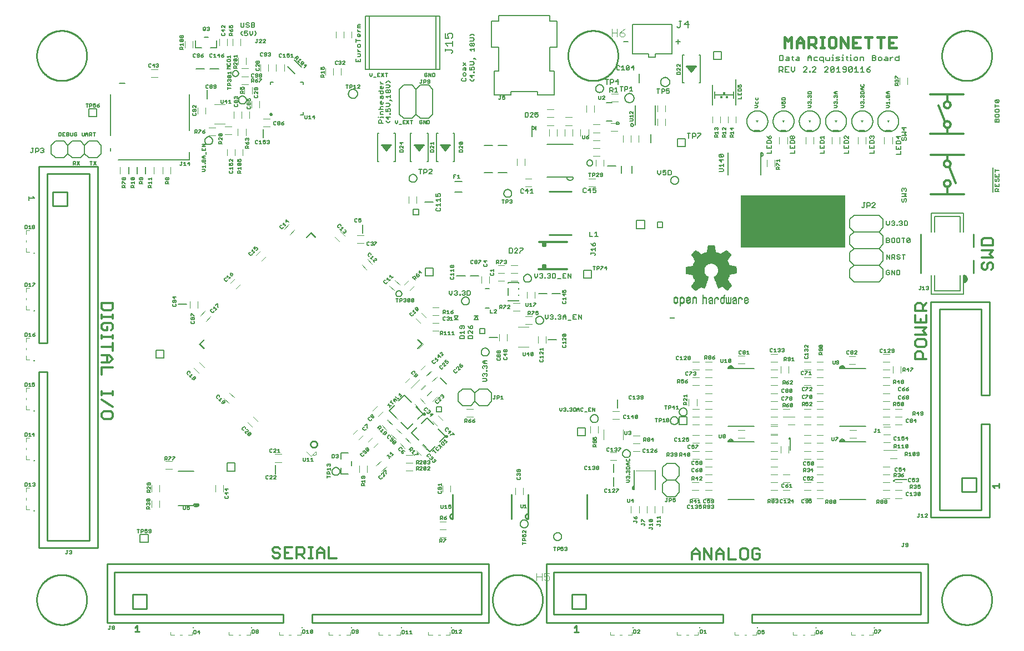
<source format=gto>
G75*
%MOIN*%
%OFA0B0*%
%FSLAX25Y25*%
%IPPOS*%
%LPD*%
%AMOC8*
5,1,8,0,0,1.08239X$1,22.5*
%
%ADD10C,0.00600*%
%ADD11C,0.01600*%
%ADD12C,0.00800*%
%ADD13R,0.62992X0.31496*%
%ADD14C,0.00700*%
%ADD15C,0.00500*%
%ADD16C,0.00591*%
%ADD17C,0.01200*%
%ADD18C,0.00900*%
%ADD19C,0.00787*%
%ADD20C,0.00472*%
%ADD21C,0.01000*%
%ADD22C,0.00945*%
%ADD23C,0.00984*%
%ADD24C,0.00394*%
%ADD25C,0.00000*%
%ADD26C,0.00512*%
%ADD27R,0.01181X0.01181*%
%ADD28R,0.00200X0.00025*%
%ADD29R,0.00250X0.00025*%
%ADD30R,0.00300X0.00025*%
%ADD31R,0.00350X0.00025*%
%ADD32R,0.00425X0.00025*%
%ADD33R,0.00500X0.00025*%
%ADD34R,0.00600X0.00025*%
%ADD35R,0.00650X0.00025*%
%ADD36R,0.00675X0.00025*%
%ADD37R,0.00700X0.00025*%
%ADD38R,0.00725X0.00025*%
%ADD39R,0.00725X0.00025*%
%ADD40R,0.00750X0.00025*%
%ADD41R,0.00750X0.00025*%
%ADD42R,0.00125X0.00025*%
%ADD43R,0.00025X0.00025*%
%ADD44R,0.00100X0.00025*%
%ADD45R,0.00075X0.00025*%
%ADD46R,0.00025X0.00025*%
%ADD47R,0.00050X0.00025*%
%ADD48R,0.00075X0.00025*%
%ADD49R,0.00075X0.00025*%
%ADD50R,0.00825X0.00025*%
%ADD51R,0.00675X0.00025*%
%ADD52R,0.00775X0.00025*%
%ADD53R,0.00100X0.00025*%
%ADD54R,0.00050X0.00025*%
%ADD55R,0.00800X0.00025*%
%ADD56R,0.00375X0.00025*%
%ADD57R,0.00325X0.00025*%
%ADD58R,0.00425X0.00025*%
%ADD59R,0.00150X0.00025*%
%ADD60R,0.00925X0.00025*%
%ADD61R,0.00800X0.00025*%
%ADD62R,0.00900X0.00025*%
%ADD63R,0.00525X0.00025*%
%ADD64R,0.00775X0.00025*%
%ADD65R,0.00525X0.00025*%
%ADD66R,0.00175X0.00025*%
%ADD67R,0.00200X0.00025*%
%ADD68R,0.00975X0.00025*%
%ADD69R,0.01000X0.00025*%
%ADD70R,0.00850X0.00025*%
%ADD71R,0.00975X0.00025*%
%ADD72R,0.00225X0.00025*%
%ADD73R,0.00675X0.00025*%
%ADD74R,0.00775X0.00025*%
%ADD75R,0.00625X0.00025*%
%ADD76R,0.00225X0.00025*%
%ADD77R,0.00225X0.00025*%
%ADD78R,0.01050X0.00025*%
%ADD79R,0.00275X0.00025*%
%ADD80R,0.00250X0.00025*%
%ADD81R,0.01100X0.00025*%
%ADD82R,0.00925X0.00025*%
%ADD83R,0.00825X0.00025*%
%ADD84R,0.00175X0.00025*%
%ADD85R,0.00300X0.00025*%
%ADD86R,0.00275X0.00025*%
%ADD87R,0.01075X0.00025*%
%ADD88R,0.00325X0.00025*%
%ADD89R,0.01175X0.00025*%
%ADD90R,0.01125X0.00025*%
%ADD91R,0.00275X0.00025*%
%ADD92R,0.01025X0.00025*%
%ADD93R,0.00850X0.00025*%
%ADD94R,0.01025X0.00025*%
%ADD95R,0.01000X0.00025*%
%ADD96R,0.00375X0.00025*%
%ADD97R,0.00350X0.00025*%
%ADD98R,0.01175X0.00025*%
%ADD99R,0.01325X0.00025*%
%ADD100R,0.01075X0.00025*%
%ADD101R,0.01175X0.00025*%
%ADD102R,0.01275X0.00025*%
%ADD103R,0.01225X0.00025*%
%ADD104R,0.02050X0.00025*%
%ADD105R,0.01200X0.00025*%
%ADD106R,0.00400X0.00025*%
%ADD107R,0.00425X0.00025*%
%ADD108R,0.00425X0.00025*%
%ADD109R,0.01250X0.00025*%
%ADD110R,0.01425X0.00025*%
%ADD111R,0.01225X0.00025*%
%ADD112R,0.01275X0.00025*%
%ADD113R,0.00450X0.00025*%
%ADD114R,0.01350X0.00025*%
%ADD115R,0.02100X0.00025*%
%ADD116R,0.00475X0.00025*%
%ADD117R,0.00475X0.00025*%
%ADD118R,0.00450X0.00025*%
%ADD119R,0.01325X0.00025*%
%ADD120R,0.00550X0.00025*%
%ADD121R,0.01500X0.00025*%
%ADD122R,0.02625X0.00025*%
%ADD123R,0.01300X0.00025*%
%ADD124R,0.00500X0.00025*%
%ADD125R,0.01525X0.00025*%
%ADD126R,0.02150X0.00025*%
%ADD127R,0.01425X0.00025*%
%ADD128R,0.00550X0.00025*%
%ADD129R,0.00475X0.00025*%
%ADD130R,0.01350X0.00025*%
%ADD131R,0.00575X0.00025*%
%ADD132R,0.01575X0.00025*%
%ADD133R,0.02675X0.00025*%
%ADD134R,0.01325X0.00025*%
%ADD135R,0.01475X0.00025*%
%ADD136R,0.02175X0.00025*%
%ADD137R,0.01475X0.00025*%
%ADD138R,0.00575X0.00025*%
%ADD139R,0.00525X0.00025*%
%ADD140R,0.01375X0.00025*%
%ADD141R,0.00525X0.00025*%
%ADD142R,0.01625X0.00025*%
%ADD143R,0.02725X0.00025*%
%ADD144R,0.01525X0.00025*%
%ADD145R,0.02200X0.00025*%
%ADD146R,0.01525X0.00025*%
%ADD147R,0.00625X0.00025*%
%ADD148R,0.00625X0.00025*%
%ADD149R,0.01400X0.00025*%
%ADD150R,0.00600X0.00025*%
%ADD151R,0.01675X0.00025*%
%ADD152R,0.02775X0.00025*%
%ADD153R,0.01375X0.00025*%
%ADD154R,0.01650X0.00025*%
%ADD155R,0.01600X0.00025*%
%ADD156R,0.02225X0.00025*%
%ADD157R,0.01400X0.00025*%
%ADD158R,0.01725X0.00025*%
%ADD159R,0.02825X0.00025*%
%ADD160R,0.01700X0.00025*%
%ADD161R,0.02275X0.00025*%
%ADD162R,0.01675X0.00025*%
%ADD163R,0.00725X0.00025*%
%ADD164R,0.01800X0.00025*%
%ADD165R,0.02875X0.00025*%
%ADD166R,0.01775X0.00025*%
%ADD167R,0.01800X0.00025*%
%ADD168R,0.02350X0.00025*%
%ADD169R,0.01775X0.00025*%
%ADD170R,0.00775X0.00025*%
%ADD171R,0.01450X0.00025*%
%ADD172R,0.00575X0.00025*%
%ADD173R,0.01850X0.00025*%
%ADD174R,0.02925X0.00025*%
%ADD175R,0.01825X0.00025*%
%ADD176R,0.01875X0.00025*%
%ADD177R,0.02375X0.00025*%
%ADD178R,0.01825X0.00025*%
%ADD179R,0.01475X0.00025*%
%ADD180R,0.00575X0.00025*%
%ADD181R,0.01900X0.00025*%
%ADD182R,0.02950X0.00025*%
%ADD183R,0.01925X0.00025*%
%ADD184R,0.02400X0.00025*%
%ADD185R,0.01875X0.00025*%
%ADD186R,0.01950X0.00025*%
%ADD187R,0.02975X0.00025*%
%ADD188R,0.01975X0.00025*%
%ADD189R,0.02425X0.00025*%
%ADD190R,0.01925X0.00025*%
%ADD191R,0.01475X0.00025*%
%ADD192R,0.02000X0.00025*%
%ADD193R,0.03000X0.00025*%
%ADD194R,0.01500X0.00025*%
%ADD195R,0.02025X0.00025*%
%ADD196R,0.02425X0.00025*%
%ADD197R,0.01975X0.00025*%
%ADD198R,0.02050X0.00025*%
%ADD199R,0.03025X0.00025*%
%ADD200R,0.02000X0.00025*%
%ADD201R,0.02075X0.00025*%
%ADD202R,0.02450X0.00025*%
%ADD203R,0.02025X0.00025*%
%ADD204R,0.02100X0.00025*%
%ADD205R,0.03025X0.00025*%
%ADD206R,0.02025X0.00025*%
%ADD207R,0.02475X0.00025*%
%ADD208R,0.02075X0.00025*%
%ADD209R,0.01550X0.00025*%
%ADD210R,0.02150X0.00025*%
%ADD211R,0.03075X0.00025*%
%ADD212R,0.02525X0.00025*%
%ADD213R,0.02125X0.00025*%
%ADD214R,0.01550X0.00025*%
%ADD215R,0.03125X0.00025*%
%ADD216R,0.02200X0.00025*%
%ADD217R,0.02550X0.00025*%
%ADD218R,0.01575X0.00025*%
%ADD219R,0.03150X0.00025*%
%ADD220R,0.01525X0.00025*%
%ADD221R,0.02225X0.00025*%
%ADD222R,0.02575X0.00025*%
%ADD223R,0.00950X0.00025*%
%ADD224R,0.01025X0.00025*%
%ADD225R,0.03175X0.00025*%
%ADD226R,0.01075X0.00025*%
%ADD227R,0.02275X0.00025*%
%ADD228R,0.02575X0.00025*%
%ADD229R,0.02225X0.00025*%
%ADD230R,0.00950X0.00025*%
%ADD231R,0.01225X0.00025*%
%ADD232R,0.00825X0.00025*%
%ADD233R,0.00875X0.00025*%
%ADD234R,0.00975X0.00025*%
%ADD235R,0.02325X0.00025*%
%ADD236R,0.02600X0.00025*%
%ADD237R,0.00875X0.00025*%
%ADD238R,0.02375X0.00025*%
%ADD239R,0.02600X0.00025*%
%ADD240R,0.02325X0.00025*%
%ADD241R,0.00825X0.00025*%
%ADD242R,0.00725X0.00025*%
%ADD243R,0.02400X0.00025*%
%ADD244R,0.02625X0.00025*%
%ADD245R,0.00875X0.00025*%
%ADD246R,0.02450X0.00025*%
%ADD247R,0.02650X0.00025*%
%ADD248R,0.02425X0.00025*%
%ADD249R,0.00700X0.00025*%
%ADD250R,0.00650X0.00025*%
%ADD251R,0.02475X0.00025*%
%ADD252R,0.02650X0.00025*%
%ADD253R,0.02425X0.00025*%
%ADD254R,0.02500X0.00025*%
%ADD255R,0.02675X0.00025*%
%ADD256R,0.02500X0.00025*%
%ADD257R,0.02700X0.00025*%
%ADD258R,0.00675X0.00025*%
%ADD259R,0.02525X0.00025*%
%ADD260R,0.00625X0.00025*%
%ADD261R,0.01150X0.00025*%
%ADD262R,0.01300X0.00025*%
%ADD263R,0.01075X0.00025*%
%ADD264R,0.01050X0.00025*%
%ADD265R,0.01175X0.00025*%
%ADD266R,0.01150X0.00025*%
%ADD267R,0.00975X0.00025*%
%ADD268R,0.01025X0.00025*%
%ADD269R,0.01125X0.00025*%
%ADD270R,0.00900X0.00025*%
%ADD271R,0.00925X0.00025*%
%ADD272R,0.00925X0.00025*%
%ADD273R,0.00875X0.00025*%
%ADD274R,0.00125X0.00025*%
%ADD275R,0.01200X0.00025*%
%ADD276R,0.01250X0.00025*%
%ADD277R,0.01275X0.00025*%
%ADD278R,0.01275X0.00025*%
%ADD279R,0.01600X0.00025*%
%ADD280R,0.01625X0.00025*%
%ADD281R,0.01700X0.00025*%
%ADD282R,0.01450X0.00025*%
%ADD283R,0.01750X0.00025*%
%ADD284R,0.01875X0.00025*%
%ADD285R,0.01850X0.00025*%
%ADD286R,0.02075X0.00025*%
%ADD287R,0.01950X0.00025*%
%ADD288R,0.02075X0.00025*%
%ADD289R,0.01900X0.00025*%
%ADD290R,0.01875X0.00025*%
%ADD291R,0.01750X0.00025*%
%ADD292R,0.01725X0.00025*%
%ADD293R,0.01650X0.00025*%
%ADD294R,0.02350X0.00025*%
%ADD295R,0.02475X0.00025*%
%ADD296R,0.01425X0.00025*%
%ADD297R,0.02550X0.00025*%
%ADD298R,0.02750X0.00025*%
%ADD299R,0.01125X0.00025*%
%ADD300R,0.01100X0.00025*%
%ADD301R,0.00125X0.00025*%
%ADD302R,0.01775X0.00025*%
%ADD303R,0.00150X0.00025*%
%ADD304R,0.00400X0.00025*%
%ADD305R,0.00275X0.00025*%
%ADD306R,0.00475X0.00025*%
%ADD307R,0.00325X0.00025*%
%ADD308R,0.00375X0.00025*%
%ADD309R,0.01375X0.00025*%
%ADD310R,0.01225X0.00025*%
%ADD311R,0.02125X0.00025*%
%ADD312R,0.02375X0.00025*%
%ADD313R,0.02525X0.00025*%
%ADD314R,0.02575X0.00025*%
%ADD315R,0.02025X0.00025*%
%ADD316R,0.01975X0.00025*%
%ADD317R,0.01975X0.00025*%
%ADD318R,0.02300X0.00025*%
%ADD319R,0.02325X0.00025*%
%ADD320R,0.01925X0.00025*%
%ADD321R,0.02300X0.00025*%
%ADD322R,0.02225X0.00025*%
%ADD323R,0.02275X0.00025*%
%ADD324R,0.01825X0.00025*%
%ADD325R,0.02175X0.00025*%
%ADD326R,0.01725X0.00025*%
%ADD327R,0.02275X0.00025*%
%ADD328R,0.01675X0.00025*%
%ADD329R,0.02175X0.00025*%
%ADD330R,0.01675X0.00025*%
%ADD331R,0.02250X0.00025*%
%ADD332R,0.01625X0.00025*%
%ADD333R,0.01625X0.00025*%
%ADD334R,0.01575X0.00025*%
%ADD335R,0.02125X0.00025*%
%ADD336R,0.01375X0.00025*%
%ADD337R,0.01125X0.00025*%
%ADD338R,0.01925X0.00025*%
%ADD339R,0.00175X0.00025*%
%ADD340R,0.00125X0.00025*%
%ADD341R,0.00225X0.00025*%
%ADD342R,0.00375X0.00025*%
%ADD343R,0.00325X0.00025*%
%ADD344R,0.01575X0.00025*%
%ADD345R,0.02175X0.00025*%
%ADD346R,0.01775X0.00025*%
%ADD347R,0.01825X0.00025*%
%ADD348R,0.02725X0.00025*%
%ADD349R,0.02800X0.00025*%
%ADD350R,0.02850X0.00025*%
%ADD351R,0.02875X0.00025*%
%ADD352R,0.02925X0.00025*%
%ADD353R,0.02125X0.00025*%
%ADD354R,0.03000X0.00025*%
%ADD355R,0.03100X0.00025*%
%ADD356R,0.03175X0.00025*%
%ADD357R,0.03225X0.00025*%
%ADD358R,0.03275X0.00025*%
%ADD359R,0.03325X0.00025*%
%ADD360R,0.02525X0.00025*%
%ADD361R,0.03400X0.00025*%
%ADD362R,0.03450X0.00025*%
%ADD363R,0.02625X0.00025*%
%ADD364R,0.03525X0.00025*%
%ADD365R,0.02700X0.00025*%
%ADD366R,0.03600X0.00025*%
%ADD367R,0.03650X0.00025*%
%ADD368R,0.03700X0.00025*%
%ADD369R,0.03725X0.00025*%
%ADD370R,0.03800X0.00025*%
%ADD371R,0.02975X0.00025*%
%ADD372R,0.03900X0.00025*%
%ADD373R,0.03050X0.00025*%
%ADD374R,0.03975X0.00025*%
%ADD375R,0.00075X0.00025*%
%ADD376R,0.03150X0.00025*%
%ADD377R,0.04025X0.00025*%
%ADD378R,0.03200X0.00025*%
%ADD379R,0.04050X0.00025*%
%ADD380R,0.03225X0.00025*%
%ADD381R,0.04100X0.00025*%
%ADD382R,0.03275X0.00025*%
%ADD383R,0.04175X0.00025*%
%ADD384R,0.03350X0.00025*%
%ADD385R,0.04225X0.00025*%
%ADD386R,0.04300X0.00025*%
%ADD387R,0.03475X0.00025*%
%ADD388R,0.04375X0.00025*%
%ADD389R,0.03550X0.00025*%
%ADD390R,0.04450X0.00025*%
%ADD391R,0.04500X0.00025*%
%ADD392R,0.04525X0.00025*%
%ADD393R,0.03675X0.00025*%
%ADD394R,0.04575X0.00025*%
%ADD395R,0.03725X0.00025*%
%ADD396R,0.04625X0.00025*%
%ADD397R,0.04700X0.00025*%
%ADD398R,0.03850X0.00025*%
%ADD399R,0.04800X0.00025*%
%ADD400R,0.03925X0.00025*%
%ADD401R,0.04825X0.00025*%
%ADD402R,0.03975X0.00025*%
%ADD403R,0.04875X0.00025*%
%ADD404R,0.04025X0.00025*%
%ADD405R,0.04950X0.00025*%
%ADD406R,0.04050X0.00025*%
%ADD407R,0.05000X0.00025*%
%ADD408R,0.04100X0.00025*%
%ADD409R,0.05075X0.00025*%
%ADD410R,0.04175X0.00025*%
%ADD411R,0.05150X0.00025*%
%ADD412R,0.04250X0.00025*%
%ADD413R,0.05225X0.00025*%
%ADD414R,0.04300X0.00025*%
%ADD415R,0.05275X0.00025*%
%ADD416R,0.04375X0.00025*%
%ADD417R,0.05325X0.00025*%
%ADD418R,0.04425X0.00025*%
%ADD419R,0.05350X0.00025*%
%ADD420R,0.05400X0.00025*%
%ADD421R,0.05475X0.00025*%
%ADD422R,0.04575X0.00025*%
%ADD423R,0.05550X0.00025*%
%ADD424R,0.04650X0.00025*%
%ADD425R,0.05600X0.00025*%
%ADD426R,0.04725X0.00025*%
%ADD427R,0.05650X0.00025*%
%ADD428R,0.04775X0.00025*%
%ADD429R,0.05700X0.00025*%
%ADD430R,0.08175X0.00025*%
%ADD431R,0.04825X0.00025*%
%ADD432R,0.08200X0.00025*%
%ADD433R,0.04900X0.00025*%
%ADD434R,0.08250X0.00025*%
%ADD435R,0.04975X0.00025*%
%ADD436R,0.08275X0.00025*%
%ADD437R,0.05025X0.00025*%
%ADD438R,0.08300X0.00025*%
%ADD439R,0.08350X0.00025*%
%ADD440R,0.05125X0.00025*%
%ADD441R,0.08350X0.00025*%
%ADD442R,0.02250X0.00025*%
%ADD443R,0.05175X0.00025*%
%ADD444R,0.08400X0.00025*%
%ADD445R,0.05225X0.00025*%
%ADD446R,0.08400X0.00025*%
%ADD447R,0.05300X0.00025*%
%ADD448R,0.08450X0.00025*%
%ADD449R,0.05375X0.00025*%
%ADD450R,0.08450X0.00025*%
%ADD451R,0.05425X0.00025*%
%ADD452R,0.08475X0.00025*%
%ADD453R,0.05500X0.00025*%
%ADD454R,0.08500X0.00025*%
%ADD455R,0.08500X0.00025*%
%ADD456R,0.08225X0.00025*%
%ADD457R,0.08525X0.00025*%
%ADD458R,0.08525X0.00025*%
%ADD459R,0.08325X0.00025*%
%ADD460R,0.08550X0.00025*%
%ADD461R,0.08550X0.00025*%
%ADD462R,0.08375X0.00025*%
%ADD463R,0.08425X0.00025*%
%ADD464R,0.08475X0.00025*%
%ADD465R,0.08575X0.00025*%
%ADD466R,0.08600X0.00025*%
%ADD467R,0.08575X0.00025*%
%ADD468R,0.08600X0.00025*%
%ADD469R,0.08650X0.00025*%
%ADD470R,0.08650X0.00025*%
%ADD471R,0.08525X0.00025*%
%ADD472R,0.08675X0.00025*%
%ADD473R,0.08675X0.00025*%
%ADD474R,0.08700X0.00025*%
%ADD475R,0.08700X0.00025*%
%ADD476R,0.08475X0.00025*%
%ADD477R,0.08675X0.00025*%
%ADD478R,0.08425X0.00025*%
%ADD479R,0.08375X0.00025*%
%ADD480R,0.08675X0.00025*%
%ADD481R,0.08375X0.00025*%
%ADD482R,0.08375X0.00025*%
%ADD483R,0.08325X0.00025*%
%ADD484R,0.08325X0.00025*%
%ADD485R,0.08625X0.00025*%
%ADD486R,0.08300X0.00025*%
%ADD487R,0.08625X0.00025*%
%ADD488R,0.08625X0.00025*%
%ADD489R,0.08275X0.00025*%
%ADD490R,0.08575X0.00025*%
%ADD491R,0.08275X0.00025*%
%ADD492R,0.08575X0.00025*%
%ADD493R,0.08250X0.00025*%
%ADD494R,0.08225X0.00025*%
%ADD495R,0.08225X0.00025*%
%ADD496R,0.08525X0.00025*%
%ADD497R,0.08200X0.00025*%
%ADD498R,0.08175X0.00025*%
%ADD499R,0.08175X0.00025*%
%ADD500R,0.08150X0.00025*%
%ADD501R,0.08475X0.00025*%
%ADD502R,0.08150X0.00025*%
%ADD503R,0.08125X0.00025*%
%ADD504R,0.08125X0.00025*%
%ADD505R,0.08075X0.00025*%
%ADD506R,0.08050X0.00025*%
%ADD507R,0.08050X0.00025*%
%ADD508R,0.08425X0.00025*%
%ADD509R,0.08025X0.00025*%
%ADD510R,0.08025X0.00025*%
%ADD511R,0.08025X0.00025*%
%ADD512R,0.08000X0.00025*%
%ADD513R,0.08000X0.00025*%
%ADD514R,0.07975X0.00025*%
%ADD515R,0.07975X0.00025*%
%ADD516R,0.08325X0.00025*%
%ADD517R,0.07975X0.00025*%
%ADD518R,0.07950X0.00025*%
%ADD519R,0.07950X0.00025*%
%ADD520R,0.07925X0.00025*%
%ADD521R,0.07900X0.00025*%
%ADD522R,0.07875X0.00025*%
%ADD523R,0.07875X0.00025*%
%ADD524R,0.07875X0.00025*%
%ADD525R,0.07850X0.00025*%
%ADD526R,0.07850X0.00025*%
%ADD527R,0.07825X0.00025*%
%ADD528R,0.07825X0.00025*%
%ADD529R,0.08225X0.00025*%
%ADD530R,0.07800X0.00025*%
%ADD531R,0.07825X0.00025*%
%ADD532R,0.07800X0.00025*%
%ADD533R,0.07775X0.00025*%
%ADD534R,0.07775X0.00025*%
%ADD535R,0.07750X0.00025*%
%ADD536R,0.08175X0.00025*%
%ADD537R,0.07725X0.00025*%
%ADD538R,0.07725X0.00025*%
%ADD539R,0.07700X0.00025*%
%ADD540R,0.07700X0.00025*%
%ADD541R,0.07675X0.00025*%
%ADD542R,0.08125X0.00025*%
%ADD543R,0.07675X0.00025*%
%ADD544R,0.08075X0.00025*%
%ADD545R,0.07650X0.00025*%
%ADD546R,0.07650X0.00025*%
%ADD547R,0.07625X0.00025*%
%ADD548R,0.07625X0.00025*%
%ADD549R,0.07600X0.00025*%
%ADD550R,0.07600X0.00025*%
%ADD551R,0.07575X0.00025*%
%ADD552R,0.07550X0.00025*%
%ADD553R,0.08025X0.00025*%
%ADD554R,0.07550X0.00025*%
%ADD555R,0.07525X0.00025*%
%ADD556R,0.07525X0.00025*%
%ADD557R,0.07500X0.00025*%
%ADD558R,0.07500X0.00025*%
%ADD559R,0.07475X0.00025*%
%ADD560R,0.07475X0.00025*%
%ADD561R,0.07925X0.00025*%
%ADD562R,0.07450X0.00025*%
%ADD563R,0.07475X0.00025*%
%ADD564R,0.07925X0.00025*%
%ADD565R,0.07900X0.00025*%
%ADD566R,0.07450X0.00025*%
%ADD567R,0.07475X0.00025*%
%ADD568R,0.07525X0.00025*%
%ADD569R,0.07575X0.00025*%
%ADD570R,0.07825X0.00025*%
%ADD571R,0.07775X0.00025*%
%ADD572R,0.07750X0.00025*%
%ADD573R,0.07775X0.00025*%
%ADD574R,0.07875X0.00025*%
%ADD575R,0.08075X0.00025*%
%ADD576R,0.08100X0.00025*%
%ADD577R,0.07975X0.00025*%
%ADD578R,0.08275X0.00025*%
%ADD579R,0.08725X0.00025*%
%ADD580R,0.08725X0.00025*%
%ADD581R,0.08750X0.00025*%
%ADD582R,0.08800X0.00025*%
%ADD583R,0.08800X0.00025*%
%ADD584R,0.08825X0.00025*%
%ADD585R,0.08875X0.00025*%
%ADD586R,0.08875X0.00025*%
%ADD587R,0.08900X0.00025*%
%ADD588R,0.08725X0.00025*%
%ADD589R,0.08925X0.00025*%
%ADD590R,0.08750X0.00025*%
%ADD591R,0.08950X0.00025*%
%ADD592R,0.08775X0.00025*%
%ADD593R,0.08950X0.00025*%
%ADD594R,0.08975X0.00025*%
%ADD595R,0.08975X0.00025*%
%ADD596R,0.09000X0.00025*%
%ADD597R,0.08825X0.00025*%
%ADD598R,0.09025X0.00025*%
%ADD599R,0.08850X0.00025*%
%ADD600R,0.09025X0.00025*%
%ADD601R,0.08850X0.00025*%
%ADD602R,0.09050X0.00025*%
%ADD603R,0.09050X0.00025*%
%ADD604R,0.09075X0.00025*%
%ADD605R,0.08900X0.00025*%
%ADD606R,0.09100X0.00025*%
%ADD607R,0.08925X0.00025*%
%ADD608R,0.09125X0.00025*%
%ADD609R,0.09125X0.00025*%
%ADD610R,0.08975X0.00025*%
%ADD611R,0.09175X0.00025*%
%ADD612R,0.09000X0.00025*%
%ADD613R,0.09175X0.00025*%
%ADD614R,0.09025X0.00025*%
%ADD615R,0.09200X0.00025*%
%ADD616R,0.09200X0.00025*%
%ADD617R,0.09075X0.00025*%
%ADD618R,0.09225X0.00025*%
%ADD619R,0.09225X0.00025*%
%ADD620R,0.09250X0.00025*%
%ADD621R,0.09250X0.00025*%
%ADD622R,0.09225X0.00025*%
%ADD623R,0.09150X0.00025*%
%ADD624R,0.09125X0.00025*%
%ADD625R,0.08925X0.00025*%
%ADD626R,0.08775X0.00025*%
%ADD627R,0.08775X0.00025*%
%ADD628R,0.08425X0.00025*%
%ADD629R,0.08100X0.00025*%
%ADD630R,0.07925X0.00025*%
%ADD631R,0.07725X0.00025*%
%ADD632R,0.09350X0.00025*%
%ADD633R,0.09500X0.00025*%
%ADD634R,0.09600X0.00025*%
%ADD635R,0.09675X0.00025*%
%ADD636R,0.09750X0.00025*%
%ADD637R,0.09825X0.00025*%
%ADD638R,0.10000X0.00025*%
%ADD639R,0.10225X0.00025*%
%ADD640R,0.10375X0.00025*%
%ADD641R,0.10500X0.00025*%
%ADD642R,0.08775X0.00025*%
%ADD643R,0.10550X0.00025*%
%ADD644R,0.10625X0.00025*%
%ADD645R,0.08925X0.00025*%
%ADD646R,0.10750X0.00025*%
%ADD647R,0.10950X0.00025*%
%ADD648R,0.09275X0.00025*%
%ADD649R,0.11150X0.00025*%
%ADD650R,0.09500X0.00025*%
%ADD651R,0.11225X0.00025*%
%ADD652R,0.09650X0.00025*%
%ADD653R,0.11275X0.00025*%
%ADD654R,0.11300X0.00025*%
%ADD655R,0.09825X0.00025*%
%ADD656R,0.11325X0.00025*%
%ADD657R,0.09925X0.00025*%
%ADD658R,0.11350X0.00025*%
%ADD659R,0.10100X0.00025*%
%ADD660R,0.11350X0.00025*%
%ADD661R,0.10325X0.00025*%
%ADD662R,0.11375X0.00025*%
%ADD663R,0.10550X0.00025*%
%ADD664R,0.11400X0.00025*%
%ADD665R,0.10650X0.00025*%
%ADD666R,0.11400X0.00025*%
%ADD667R,0.10750X0.00025*%
%ADD668R,0.10825X0.00025*%
%ADD669R,0.10925X0.00025*%
%ADD670R,0.11375X0.00025*%
%ADD671R,0.11075X0.00025*%
%ADD672R,0.11375X0.00025*%
%ADD673R,0.11175X0.00025*%
%ADD674R,0.11375X0.00025*%
%ADD675R,0.11175X0.00025*%
%ADD676R,0.11200X0.00025*%
%ADD677R,0.11225X0.00025*%
%ADD678R,0.11225X0.00025*%
%ADD679R,0.11325X0.00025*%
%ADD680R,0.11250X0.00025*%
%ADD681R,0.11325X0.00025*%
%ADD682R,0.11275X0.00025*%
%ADD683R,0.11300X0.00025*%
%ADD684R,0.11250X0.00025*%
%ADD685R,0.11225X0.00025*%
%ADD686R,0.11275X0.00025*%
%ADD687R,0.11200X0.00025*%
%ADD688R,0.11175X0.00025*%
%ADD689R,0.11175X0.00025*%
%ADD690R,0.11150X0.00025*%
%ADD691R,0.11125X0.00025*%
%ADD692R,0.11125X0.00025*%
%ADD693R,0.11100X0.00025*%
%ADD694R,0.11100X0.00025*%
%ADD695R,0.11075X0.00025*%
%ADD696R,0.11075X0.00025*%
%ADD697R,0.11050X0.00025*%
%ADD698R,0.11050X0.00025*%
%ADD699R,0.11075X0.00025*%
%ADD700R,0.11125X0.00025*%
%ADD701R,0.11125X0.00025*%
%ADD702R,0.11275X0.00025*%
%ADD703R,0.11325X0.00025*%
%ADD704R,0.11425X0.00025*%
%ADD705R,0.11425X0.00025*%
%ADD706R,0.11450X0.00025*%
%ADD707R,0.11475X0.00025*%
%ADD708R,0.10875X0.00025*%
%ADD709R,0.10675X0.00025*%
%ADD710R,0.11475X0.00025*%
%ADD711R,0.10425X0.00025*%
%ADD712R,0.11475X0.00025*%
%ADD713R,0.10275X0.00025*%
%ADD714R,0.11450X0.00025*%
%ADD715R,0.10200X0.00025*%
%ADD716R,0.11475X0.00025*%
%ADD717R,0.10100X0.00025*%
%ADD718R,0.10025X0.00025*%
%ADD719R,0.09850X0.00025*%
%ADD720R,0.09600X0.00025*%
%ADD721R,0.11425X0.00025*%
%ADD722R,0.09450X0.00025*%
%ADD723R,0.09325X0.00025*%
%ADD724R,0.09175X0.00025*%
%ADD725R,0.10975X0.00025*%
%ADD726R,0.10650X0.00025*%
%ADD727R,0.10425X0.00025*%
%ADD728R,0.10325X0.00025*%
%ADD729R,0.10125X0.00025*%
%ADD730R,0.09925X0.00025*%
%ADD731R,0.09825X0.00025*%
%ADD732R,0.09750X0.00025*%
%ADD733R,0.09700X0.00025*%
%ADD734R,0.09625X0.00025*%
%ADD735R,0.09475X0.00025*%
%ADD736R,0.09275X0.00025*%
%ADD737R,0.09025X0.00025*%
%ADD738R,0.08625X0.00025*%
%ADD739R,0.08825X0.00025*%
%ADD740R,0.08875X0.00025*%
%ADD741R,0.08975X0.00025*%
%ADD742R,0.09125X0.00025*%
%ADD743R,0.09325X0.00025*%
%ADD744R,0.09400X0.00025*%
%ADD745R,0.09450X0.00025*%
%ADD746R,0.09475X0.00025*%
%ADD747R,0.09525X0.00025*%
%ADD748R,0.09525X0.00025*%
%ADD749R,0.09550X0.00025*%
%ADD750R,0.09575X0.00025*%
%ADD751R,0.09700X0.00025*%
%ADD752R,0.10175X0.00025*%
%ADD753R,0.10300X0.00025*%
%ADD754R,0.10350X0.00025*%
%ADD755R,0.10500X0.00025*%
%ADD756R,0.21150X0.00025*%
%ADD757R,0.21125X0.00025*%
%ADD758R,0.21100X0.00025*%
%ADD759R,0.21100X0.00025*%
%ADD760R,0.21075X0.00025*%
%ADD761R,0.21025X0.00025*%
%ADD762R,0.21000X0.00025*%
%ADD763R,0.20975X0.00025*%
%ADD764R,0.20925X0.00025*%
%ADD765R,0.20925X0.00025*%
%ADD766R,0.20900X0.00025*%
%ADD767R,0.20875X0.00025*%
%ADD768R,0.20850X0.00025*%
%ADD769R,0.20850X0.00025*%
%ADD770R,0.20800X0.00025*%
%ADD771R,0.20800X0.00025*%
%ADD772R,0.20750X0.00025*%
%ADD773R,0.20725X0.00025*%
%ADD774R,0.20700X0.00025*%
%ADD775R,0.20650X0.00025*%
%ADD776R,0.20625X0.00025*%
%ADD777R,0.20600X0.00025*%
%ADD778R,0.20550X0.00025*%
%ADD779R,0.20550X0.00025*%
%ADD780R,0.20500X0.00025*%
%ADD781R,0.20500X0.00025*%
%ADD782R,0.20475X0.00025*%
%ADD783R,0.20450X0.00025*%
%ADD784R,0.20425X0.00025*%
%ADD785R,0.20400X0.00025*%
%ADD786R,0.20375X0.00025*%
%ADD787R,0.20325X0.00025*%
%ADD788R,0.20325X0.00025*%
%ADD789R,0.20275X0.00025*%
%ADD790R,0.20250X0.00025*%
%ADD791R,0.20225X0.00025*%
%ADD792R,0.20200X0.00025*%
%ADD793R,0.20200X0.00025*%
%ADD794R,0.20150X0.00025*%
%ADD795R,0.20150X0.00025*%
%ADD796R,0.20125X0.00025*%
%ADD797R,0.20100X0.00025*%
%ADD798R,0.20075X0.00025*%
%ADD799R,0.20025X0.00025*%
%ADD800R,0.20000X0.00025*%
%ADD801R,0.19975X0.00025*%
%ADD802R,0.19925X0.00025*%
%ADD803R,0.19900X0.00025*%
%ADD804R,0.19875X0.00025*%
%ADD805R,0.19850X0.00025*%
%ADD806R,0.19850X0.00025*%
%ADD807R,0.19800X0.00025*%
%ADD808R,0.19800X0.00025*%
%ADD809R,0.19750X0.00025*%
%ADD810R,0.19725X0.00025*%
%ADD811R,0.19675X0.00025*%
%ADD812R,0.19625X0.00025*%
%ADD813R,0.19600X0.00025*%
%ADD814R,0.19575X0.00025*%
%ADD815R,0.19550X0.00025*%
%ADD816R,0.19500X0.00025*%
%ADD817R,0.19500X0.00025*%
%ADD818R,0.19475X0.00025*%
%ADD819R,0.19475X0.00025*%
%ADD820R,0.19425X0.00025*%
%ADD821R,0.19425X0.00025*%
%ADD822R,0.19400X0.00025*%
%ADD823R,0.19400X0.00025*%
%ADD824R,0.19375X0.00025*%
%ADD825R,0.19375X0.00025*%
%ADD826R,0.19450X0.00025*%
%ADD827R,0.19525X0.00025*%
%ADD828R,0.19575X0.00025*%
%ADD829R,0.19600X0.00025*%
%ADD830R,0.19650X0.00025*%
%ADD831R,0.19650X0.00025*%
%ADD832R,0.19700X0.00025*%
%ADD833R,0.19700X0.00025*%
%ADD834R,0.19825X0.00025*%
%ADD835R,0.19925X0.00025*%
%ADD836R,0.19950X0.00025*%
%ADD837R,0.20075X0.00025*%
%ADD838R,0.20175X0.00025*%
%ADD839R,0.20225X0.00025*%
%ADD840R,0.20300X0.00025*%
%ADD841R,0.20350X0.00025*%
%ADD842R,0.20375X0.00025*%
%ADD843R,0.20475X0.00025*%
%ADD844R,0.20675X0.00025*%
%ADD845R,0.20950X0.00025*%
%ADD846R,0.20975X0.00025*%
%ADD847R,0.21000X0.00025*%
%ADD848R,0.21025X0.00025*%
%ADD849R,0.21050X0.00025*%
%ADD850R,0.21125X0.00025*%
%ADD851R,0.21175X0.00025*%
%ADD852R,0.21225X0.00025*%
%ADD853R,0.21250X0.00025*%
%ADD854R,0.21300X0.00025*%
%ADD855R,0.21325X0.00025*%
%ADD856R,0.21350X0.00025*%
%ADD857R,0.21400X0.00025*%
%ADD858R,0.21425X0.00025*%
%ADD859R,0.21475X0.00025*%
%ADD860R,0.21500X0.00025*%
%ADD861R,0.21525X0.00025*%
%ADD862R,0.21575X0.00025*%
%ADD863R,0.21600X0.00025*%
%ADD864R,0.21650X0.00025*%
%ADD865R,0.21675X0.00025*%
%ADD866R,0.21700X0.00025*%
%ADD867R,0.21725X0.00025*%
%ADD868R,0.21775X0.00025*%
%ADD869R,0.21800X0.00025*%
%ADD870R,0.21850X0.00025*%
%ADD871R,0.21875X0.00025*%
%ADD872R,0.21925X0.00025*%
%ADD873R,0.21950X0.00025*%
%ADD874R,0.22000X0.00025*%
%ADD875R,0.22000X0.00025*%
%ADD876R,0.22050X0.00025*%
%ADD877R,0.22100X0.00025*%
%ADD878R,0.22150X0.00025*%
%ADD879R,0.22150X0.00025*%
%ADD880R,0.22200X0.00025*%
%ADD881R,0.22250X0.00025*%
%ADD882R,0.22275X0.00025*%
%ADD883R,0.22325X0.00025*%
%ADD884R,0.22325X0.00025*%
%ADD885R,0.22375X0.00025*%
%ADD886R,0.22425X0.00025*%
%ADD887R,0.22450X0.00025*%
%ADD888R,0.22500X0.00025*%
%ADD889R,0.22500X0.00025*%
%ADD890R,0.22550X0.00025*%
%ADD891R,0.22600X0.00025*%
%ADD892R,0.22625X0.00025*%
%ADD893R,0.22675X0.00025*%
%ADD894R,0.22675X0.00025*%
%ADD895R,0.22725X0.00025*%
%ADD896R,0.22750X0.00025*%
%ADD897R,0.22800X0.00025*%
%ADD898R,0.22825X0.00025*%
%ADD899R,0.22875X0.00025*%
%ADD900R,0.22900X0.00025*%
%ADD901R,0.22950X0.00025*%
%ADD902R,0.22975X0.00025*%
%ADD903R,0.23000X0.00025*%
%ADD904R,0.23050X0.00025*%
%ADD905R,0.23100X0.00025*%
%ADD906R,0.23125X0.00025*%
%ADD907R,0.23175X0.00025*%
%ADD908R,0.23175X0.00025*%
%ADD909R,0.23225X0.00025*%
%ADD910R,0.23250X0.00025*%
%ADD911R,0.23300X0.00025*%
%ADD912R,0.23350X0.00025*%
%ADD913R,0.23375X0.00025*%
%ADD914R,0.23425X0.00025*%
%ADD915R,0.23450X0.00025*%
%ADD916R,0.23475X0.00025*%
%ADD917R,0.23525X0.00025*%
%ADD918R,0.23525X0.00025*%
%ADD919R,0.23575X0.00025*%
%ADD920R,0.23600X0.00025*%
%ADD921R,0.23650X0.00025*%
%ADD922R,0.23675X0.00025*%
%ADD923R,0.23700X0.00025*%
%ADD924R,0.23725X0.00025*%
%ADD925R,0.23775X0.00025*%
%ADD926R,0.23800X0.00025*%
%ADD927R,0.23800X0.00025*%
%ADD928R,0.23825X0.00025*%
%ADD929R,0.23825X0.00025*%
%ADD930R,0.23775X0.00025*%
%ADD931R,0.23750X0.00025*%
%ADD932R,0.23675X0.00025*%
%ADD933R,0.23625X0.00025*%
%ADD934R,0.23550X0.00025*%
%ADD935R,0.23500X0.00025*%
%ADD936R,0.23475X0.00025*%
%ADD937R,0.23425X0.00025*%
%ADD938R,0.23400X0.00025*%
%ADD939R,0.05775X0.00025*%
%ADD940R,0.17400X0.00025*%
%ADD941R,0.05700X0.00025*%
%ADD942R,0.17325X0.00025*%
%ADD943R,0.05625X0.00025*%
%ADD944R,0.17225X0.00025*%
%ADD945R,0.05950X0.00025*%
%ADD946R,0.11000X0.00025*%
%ADD947R,0.05875X0.00025*%
%ADD948R,0.05450X0.00025*%
%ADD949R,0.10950X0.00025*%
%ADD950R,0.05825X0.00025*%
%ADD951R,0.05425X0.00025*%
%ADD952R,0.10875X0.00025*%
%ADD953R,0.05350X0.00025*%
%ADD954R,0.10800X0.00025*%
%ADD955R,0.05725X0.00025*%
%ADD956R,0.10675X0.00025*%
%ADD957R,0.05650X0.00025*%
%ADD958R,0.05200X0.00025*%
%ADD959R,0.10525X0.00025*%
%ADD960R,0.05575X0.00025*%
%ADD961R,0.10425X0.00025*%
%ADD962R,0.05125X0.00025*%
%ADD963R,0.05075X0.00025*%
%ADD964R,0.05450X0.00025*%
%ADD965R,0.05025X0.00025*%
%ADD966R,0.10225X0.00025*%
%ADD967R,0.05375X0.00025*%
%ADD968R,0.04950X0.00025*%
%ADD969R,0.10125X0.00025*%
%ADD970R,0.05325X0.00025*%
%ADD971R,0.04875X0.00025*%
%ADD972R,0.09975X0.00025*%
%ADD973R,0.04750X0.00025*%
%ADD974R,0.09725X0.00025*%
%ADD975R,0.04700X0.00025*%
%ADD976R,0.05050X0.00025*%
%ADD977R,0.04675X0.00025*%
%ADD978R,0.05000X0.00025*%
%ADD979R,0.09525X0.00025*%
%ADD980R,0.04550X0.00025*%
%ADD981R,0.09375X0.00025*%
%ADD982R,0.04400X0.00025*%
%ADD983R,0.04725X0.00025*%
%ADD984R,0.04375X0.00025*%
%ADD985R,0.04675X0.00025*%
%ADD986R,0.04325X0.00025*%
%ADD987R,0.04625X0.00025*%
%ADD988R,0.04275X0.00025*%
%ADD989R,0.04600X0.00025*%
%ADD990R,0.04200X0.00025*%
%ADD991R,0.04125X0.00025*%
%ADD992R,0.04475X0.00025*%
%ADD993R,0.04075X0.00025*%
%ADD994R,0.04000X0.00025*%
%ADD995R,0.03950X0.00025*%
%ADD996R,0.08125X0.00025*%
%ADD997R,0.04275X0.00025*%
%ADD998R,0.03900X0.00025*%
%ADD999R,0.04225X0.00025*%
%ADD1000R,0.03875X0.00025*%
%ADD1001R,0.04175X0.00025*%
%ADD1002R,0.03650X0.00025*%
%ADD1003R,0.07400X0.00025*%
%ADD1004R,0.03950X0.00025*%
%ADD1005R,0.03575X0.00025*%
%ADD1006R,0.07275X0.00025*%
%ADD1007R,0.03550X0.00025*%
%ADD1008R,0.07200X0.00025*%
%ADD1009R,0.03850X0.00025*%
%ADD1010R,0.03500X0.00025*%
%ADD1011R,0.07100X0.00025*%
%ADD1012R,0.03800X0.00025*%
%ADD1013R,0.07000X0.00025*%
%ADD1014R,0.03775X0.00025*%
%ADD1015R,0.06825X0.00025*%
%ADD1016R,0.03700X0.00025*%
%ADD1017R,0.03325X0.00025*%
%ADD1018R,0.06525X0.00025*%
%ADD1019R,0.03625X0.00025*%
%ADD1020R,0.03225X0.00025*%
%ADD1021R,0.06275X0.00025*%
%ADD1022R,0.03175X0.00025*%
%ADD1023R,0.06125X0.00025*%
%ADD1024R,0.03475X0.00025*%
%ADD1025R,0.06025X0.00025*%
%ADD1026R,0.03425X0.00025*%
%ADD1027R,0.05925X0.00025*%
%ADD1028R,0.03400X0.00025*%
%ADD1029R,0.05750X0.00025*%
%ADD1030R,0.03350X0.00025*%
%ADD1031R,0.03275X0.00025*%
%ADD1032R,0.02875X0.00025*%
%ADD1033R,0.05525X0.00025*%
%ADD1034R,0.02800X0.00025*%
%ADD1035R,0.05475X0.00025*%
%ADD1036R,0.02950X0.00025*%
%ADD1037R,0.05400X0.00025*%
%ADD1038R,0.02900X0.00025*%
%ADD1039R,0.02775X0.00025*%
%ADD1040R,0.02725X0.00025*%
%ADD1041R,0.05375X0.00025*%
%ADD1042R,0.05375X0.00025*%
%ADD1043R,0.05325X0.00025*%
%ADD1044R,0.05325X0.00025*%
%ADD1045R,0.05275X0.00025*%
%ADD1046R,0.05275X0.00025*%
%ADD1047R,0.05250X0.00025*%
%ADD1048R,0.05250X0.00025*%
%ADD1049R,0.01325X0.00025*%
%ADD1050R,0.05225X0.00025*%
%ADD1051R,0.05175X0.00025*%
%ADD1052R,0.05175X0.00025*%
%ADD1053R,0.05150X0.00025*%
%ADD1054R,0.05125X0.00025*%
%ADD1055R,0.05125X0.00025*%
%ADD1056R,0.05100X0.00025*%
%ADD1057R,0.05075X0.00025*%
%ADD1058R,0.05075X0.00025*%
%ADD1059R,0.05050X0.00025*%
%ADD1060R,0.04975X0.00025*%
%ADD1061R,0.04925X0.00025*%
%ADD1062R,0.04925X0.00025*%
%ADD1063R,0.04900X0.00025*%
%ADD1064R,0.04850X0.00025*%
%ADD1065R,0.04850X0.00025*%
%ADD1066R,0.04800X0.00025*%
%ADD1067R,0.04775X0.00025*%
%ADD1068R,0.04775X0.00025*%
%ADD1069R,0.04750X0.00025*%
%ADD1070R,0.04725X0.00025*%
%ADD1071R,0.04725X0.00025*%
%ADD1072R,0.04675X0.00025*%
%ADD1073R,0.04675X0.00025*%
%ADD1074R,0.04650X0.00025*%
%ADD1075R,0.04625X0.00025*%
%ADD1076R,0.04600X0.00025*%
%ADD1077R,0.04550X0.00025*%
%ADD1078R,0.04525X0.00025*%
%ADD1079R,0.04500X0.00025*%
%ADD1080R,0.04475X0.00025*%
%ADD1081R,0.04475X0.00025*%
%ADD1082R,0.04450X0.00025*%
%ADD1083R,0.04425X0.00025*%
%ADD1084R,0.04375X0.00025*%
%ADD1085R,0.04350X0.00025*%
%ADD1086R,0.04325X0.00025*%
%ADD1087R,0.04325X0.00025*%
%ADD1088R,0.04275X0.00025*%
%ADD1089R,0.04250X0.00025*%
%ADD1090R,0.04125X0.00025*%
%ADD1091R,0.03875X0.00025*%
%ADD1092R,0.03725X0.00025*%
%ADD1093R,0.03625X0.00025*%
%ADD1094R,0.03500X0.00025*%
%ADD1095R,0.03225X0.00025*%
%ADD1096C,0.01181*%
%ADD1097C,0.01378*%
%ADD1098C,0.00400*%
D10*
X0266654Y0159276D02*
X0269154Y0156776D01*
X0274154Y0156776D01*
X0276654Y0159276D01*
X0279154Y0156776D01*
X0284154Y0156776D01*
X0286654Y0159276D01*
X0286654Y0164276D01*
X0284154Y0166776D01*
X0279154Y0166776D01*
X0276654Y0164276D01*
X0276654Y0159276D01*
X0276654Y0164276D02*
X0274154Y0166776D01*
X0269154Y0166776D01*
X0266654Y0164276D01*
X0266654Y0159276D01*
X0296496Y0219564D02*
X0296496Y0219934D01*
X0296496Y0219564D02*
X0302874Y0219564D01*
X0302874Y0219934D01*
X0302874Y0223107D02*
X0302874Y0223477D01*
X0302874Y0226847D02*
X0302874Y0227217D01*
X0302874Y0230390D02*
X0302874Y0230761D01*
X0296496Y0230761D01*
X0296496Y0230390D01*
X0296496Y0227217D02*
X0296496Y0223107D01*
X0423211Y0297326D02*
X0425338Y0297326D01*
X0425763Y0297752D01*
X0425763Y0298602D01*
X0425338Y0299027D01*
X0423211Y0299027D01*
X0424062Y0300226D02*
X0423211Y0301077D01*
X0425763Y0301077D01*
X0425763Y0301927D02*
X0425763Y0300226D01*
X0424487Y0303126D02*
X0424487Y0304828D01*
X0423211Y0304402D02*
X0424487Y0303126D01*
X0425763Y0304402D02*
X0423211Y0304402D01*
X0423637Y0306027D02*
X0423211Y0306452D01*
X0423211Y0307302D01*
X0423637Y0307728D01*
X0425338Y0306027D01*
X0425763Y0306452D01*
X0425763Y0307302D01*
X0425338Y0307728D01*
X0423637Y0307728D01*
X0423637Y0306027D02*
X0425338Y0306027D01*
X0451892Y0308429D02*
X0454444Y0308429D01*
X0454444Y0310130D01*
X0454444Y0311329D02*
X0454444Y0313030D01*
X0454444Y0314229D02*
X0451892Y0314229D01*
X0451892Y0315505D01*
X0452318Y0315930D01*
X0454019Y0315930D01*
X0454444Y0315505D01*
X0454444Y0314229D01*
X0453168Y0312179D02*
X0453168Y0311329D01*
X0451892Y0311329D02*
X0454444Y0311329D01*
X0451892Y0311329D02*
X0451892Y0313030D01*
X0453168Y0317129D02*
X0452318Y0317979D01*
X0451892Y0318830D01*
X0453168Y0318405D02*
X0453168Y0317129D01*
X0454019Y0317129D01*
X0454444Y0317554D01*
X0454444Y0318405D01*
X0454019Y0318830D01*
X0453594Y0318830D01*
X0453168Y0318405D01*
X0465869Y0318405D02*
X0466294Y0318830D01*
X0466719Y0318830D01*
X0467145Y0318405D01*
X0467145Y0317554D01*
X0466719Y0317129D01*
X0466294Y0317129D01*
X0465869Y0317554D01*
X0465869Y0318405D01*
X0467145Y0318405D02*
X0467570Y0318830D01*
X0467995Y0318830D01*
X0468420Y0318405D01*
X0468420Y0317554D01*
X0467995Y0317129D01*
X0467570Y0317129D01*
X0467145Y0317554D01*
X0467995Y0315930D02*
X0466294Y0315930D01*
X0465869Y0315505D01*
X0465869Y0314229D01*
X0468420Y0314229D01*
X0468420Y0315505D01*
X0467995Y0315930D01*
X0468420Y0313030D02*
X0468420Y0311329D01*
X0465869Y0311329D01*
X0465869Y0313030D01*
X0467145Y0312179D02*
X0467145Y0311329D01*
X0468420Y0310130D02*
X0468420Y0308429D01*
X0465869Y0308429D01*
X0483782Y0308429D02*
X0486334Y0308429D01*
X0486334Y0310130D01*
X0486334Y0311329D02*
X0486334Y0313030D01*
X0486334Y0314229D02*
X0486334Y0315505D01*
X0485909Y0315930D01*
X0484207Y0315930D01*
X0483782Y0315505D01*
X0483782Y0314229D01*
X0486334Y0314229D01*
X0485058Y0312179D02*
X0485058Y0311329D01*
X0483782Y0311329D02*
X0486334Y0311329D01*
X0483782Y0311329D02*
X0483782Y0313030D01*
X0484633Y0317129D02*
X0483782Y0317979D01*
X0486334Y0317979D01*
X0486334Y0317129D02*
X0486334Y0318830D01*
X0498349Y0318405D02*
X0498349Y0317554D01*
X0498774Y0317129D01*
X0498774Y0315930D02*
X0498349Y0315505D01*
X0498349Y0314229D01*
X0500901Y0314229D01*
X0500901Y0315505D01*
X0500475Y0315930D01*
X0498774Y0315930D01*
X0500901Y0317129D02*
X0499200Y0318830D01*
X0498774Y0318830D01*
X0498349Y0318405D01*
X0500901Y0318830D02*
X0500901Y0317129D01*
X0500901Y0313030D02*
X0500901Y0311329D01*
X0498349Y0311329D01*
X0498349Y0313030D01*
X0499625Y0312179D02*
X0499625Y0311329D01*
X0500901Y0310130D02*
X0500901Y0308429D01*
X0498349Y0308429D01*
X0513703Y0308429D02*
X0516255Y0308429D01*
X0516255Y0310130D01*
X0516255Y0311329D02*
X0516255Y0313030D01*
X0516255Y0314229D02*
X0513703Y0314229D01*
X0513703Y0315505D01*
X0514129Y0315930D01*
X0515830Y0315930D01*
X0516255Y0315505D01*
X0516255Y0314229D01*
X0514979Y0312179D02*
X0514979Y0311329D01*
X0513703Y0311329D02*
X0516255Y0311329D01*
X0513703Y0311329D02*
X0513703Y0313030D01*
X0514129Y0317129D02*
X0513703Y0317554D01*
X0513703Y0318405D01*
X0514129Y0318830D01*
X0514554Y0318830D01*
X0514979Y0318405D01*
X0515405Y0318830D01*
X0515830Y0318830D01*
X0516255Y0318405D01*
X0516255Y0317554D01*
X0515830Y0317129D01*
X0514979Y0317979D02*
X0514979Y0318405D01*
X0588762Y0327167D02*
X0588762Y0328443D01*
X0589188Y0328868D01*
X0589613Y0328868D01*
X0590038Y0328443D01*
X0590038Y0327167D01*
X0591314Y0327167D02*
X0588762Y0327167D01*
X0590038Y0328443D02*
X0590464Y0328868D01*
X0590889Y0328868D01*
X0591314Y0328443D01*
X0591314Y0327167D01*
X0590889Y0330067D02*
X0591314Y0330492D01*
X0591314Y0331343D01*
X0590889Y0331768D01*
X0589188Y0331768D01*
X0588762Y0331343D01*
X0588762Y0330492D01*
X0589188Y0330067D01*
X0590889Y0330067D01*
X0590889Y0332967D02*
X0591314Y0333392D01*
X0591314Y0334243D01*
X0590889Y0334668D01*
X0589188Y0334668D01*
X0588762Y0334243D01*
X0588762Y0333392D01*
X0589188Y0332967D01*
X0590889Y0332967D01*
X0588762Y0335867D02*
X0588762Y0337568D01*
X0588762Y0336718D02*
X0591314Y0336718D01*
X0590889Y0338767D02*
X0589188Y0340468D01*
X0590889Y0340468D01*
X0591314Y0340043D01*
X0591314Y0339193D01*
X0590889Y0338767D01*
X0589188Y0338767D01*
X0588762Y0339193D01*
X0588762Y0340043D01*
X0589188Y0340468D01*
X0587565Y0299659D02*
X0587565Y0285158D01*
X0588762Y0285458D02*
X0588762Y0286734D01*
X0589188Y0287159D01*
X0590038Y0287159D01*
X0590464Y0286734D01*
X0590464Y0285458D01*
X0591314Y0285458D02*
X0588762Y0285458D01*
X0590464Y0286309D02*
X0591314Y0287159D01*
X0591314Y0288358D02*
X0591314Y0290059D01*
X0590889Y0291258D02*
X0591314Y0291684D01*
X0591314Y0292534D01*
X0590889Y0292960D01*
X0590464Y0292960D01*
X0590038Y0292534D01*
X0590038Y0291684D01*
X0589613Y0291258D01*
X0589188Y0291258D01*
X0588762Y0291684D01*
X0588762Y0292534D01*
X0589188Y0292960D01*
X0588762Y0294158D02*
X0591314Y0294158D01*
X0591314Y0295860D01*
X0590038Y0295009D02*
X0590038Y0294158D01*
X0588762Y0294158D02*
X0588762Y0295860D01*
X0588762Y0297059D02*
X0588762Y0298760D01*
X0588762Y0297909D02*
X0591314Y0297909D01*
X0588762Y0290059D02*
X0588762Y0288358D01*
X0591314Y0288358D01*
X0590038Y0288358D02*
X0590038Y0289209D01*
X0521693Y0268646D02*
X0521693Y0263646D01*
X0519193Y0261146D01*
X0504193Y0261146D01*
X0501693Y0258646D01*
X0501693Y0253646D01*
X0504193Y0251146D01*
X0519193Y0251146D01*
X0521693Y0248646D01*
X0521693Y0243646D01*
X0519193Y0241146D01*
X0521693Y0238646D01*
X0521693Y0233646D01*
X0519193Y0231146D01*
X0504193Y0231146D01*
X0501693Y0233646D01*
X0501693Y0238646D01*
X0504193Y0241146D01*
X0519193Y0241146D01*
X0519193Y0251146D02*
X0521693Y0253646D01*
X0521693Y0258646D01*
X0519193Y0261146D01*
X0521693Y0268646D02*
X0519193Y0271146D01*
X0504193Y0271146D01*
X0501693Y0268646D01*
X0501693Y0263646D01*
X0504193Y0261146D01*
X0504193Y0251146D02*
X0501693Y0248646D01*
X0501693Y0243646D01*
X0504193Y0241146D01*
X0393313Y0344785D02*
X0392888Y0344360D01*
X0392037Y0344360D01*
X0391612Y0344785D01*
X0391612Y0345636D02*
X0392463Y0346061D01*
X0392888Y0346061D01*
X0393313Y0345636D01*
X0393313Y0344785D01*
X0391612Y0345636D02*
X0391612Y0346912D01*
X0393313Y0346912D01*
X0390413Y0346486D02*
X0390413Y0345636D01*
X0389988Y0345210D01*
X0388712Y0345210D01*
X0388712Y0344360D02*
X0388712Y0346912D01*
X0389988Y0346912D01*
X0390413Y0346486D01*
X0387513Y0346912D02*
X0385812Y0346912D01*
X0386662Y0346912D02*
X0386662Y0344360D01*
X0371266Y0345738D02*
X0369565Y0345738D01*
X0370415Y0345738D02*
X0370415Y0348289D01*
X0369565Y0347439D01*
X0368366Y0347864D02*
X0368366Y0347014D01*
X0367941Y0346588D01*
X0366665Y0346588D01*
X0366665Y0345738D02*
X0366665Y0348289D01*
X0367941Y0348289D01*
X0368366Y0347864D01*
X0365466Y0348289D02*
X0363765Y0348289D01*
X0364615Y0348289D02*
X0364615Y0345738D01*
X0251220Y0346835D02*
X0251220Y0331835D01*
X0248720Y0329335D01*
X0243720Y0329335D01*
X0241220Y0331835D01*
X0241220Y0346835D01*
X0243720Y0349335D01*
X0248720Y0349335D01*
X0251220Y0346835D01*
X0241220Y0346835D02*
X0238720Y0349335D01*
X0233720Y0349335D01*
X0231220Y0346835D01*
X0231220Y0331835D01*
X0233720Y0329335D01*
X0238720Y0329335D01*
X0241220Y0331835D01*
X0052283Y0313095D02*
X0052283Y0308095D01*
X0049783Y0305595D01*
X0044783Y0305595D01*
X0042283Y0308095D01*
X0039783Y0305595D01*
X0034783Y0305595D01*
X0032283Y0308095D01*
X0029783Y0305595D01*
X0024783Y0305595D01*
X0022283Y0308095D01*
X0022283Y0313095D01*
X0024783Y0315595D01*
X0029783Y0315595D01*
X0032283Y0313095D01*
X0034783Y0315595D01*
X0039783Y0315595D01*
X0042283Y0313095D01*
X0044783Y0315595D01*
X0049783Y0315595D01*
X0052283Y0313095D01*
X0042283Y0313095D02*
X0042283Y0308095D01*
X0032283Y0308095D02*
X0032283Y0313095D01*
X0389370Y0119670D02*
X0389370Y0114670D01*
X0391870Y0112170D01*
X0389370Y0109670D01*
X0389370Y0104670D01*
X0391870Y0102170D01*
X0396870Y0102170D01*
X0399370Y0104670D01*
X0399370Y0109670D01*
X0396870Y0112170D01*
X0391870Y0112170D01*
X0396870Y0112170D02*
X0399370Y0114670D01*
X0399370Y0119670D01*
X0396870Y0122170D01*
X0391870Y0122170D01*
X0389370Y0119670D01*
D11*
X0462493Y0371631D02*
X0462493Y0377911D01*
X0464586Y0375818D01*
X0466679Y0377911D01*
X0466679Y0371631D01*
X0469743Y0371631D02*
X0469743Y0375818D01*
X0471836Y0377911D01*
X0473929Y0375818D01*
X0473929Y0371631D01*
X0476993Y0371631D02*
X0476993Y0377911D01*
X0480133Y0377911D01*
X0481180Y0376864D01*
X0481180Y0374771D01*
X0480133Y0373725D01*
X0476993Y0373725D01*
X0479087Y0373725D02*
X0481180Y0371631D01*
X0484244Y0371631D02*
X0486337Y0371631D01*
X0485290Y0371631D02*
X0485290Y0377911D01*
X0484244Y0377911D02*
X0486337Y0377911D01*
X0489077Y0376864D02*
X0489077Y0372678D01*
X0490124Y0371631D01*
X0492217Y0371631D01*
X0493264Y0372678D01*
X0493264Y0376864D01*
X0492217Y0377911D01*
X0490124Y0377911D01*
X0489077Y0376864D01*
X0496328Y0377911D02*
X0500514Y0371631D01*
X0500514Y0377911D01*
X0503578Y0377911D02*
X0503578Y0371631D01*
X0507764Y0371631D01*
X0505671Y0374771D02*
X0503578Y0374771D01*
X0503578Y0377911D02*
X0507764Y0377911D01*
X0510828Y0377911D02*
X0515014Y0377911D01*
X0512921Y0377911D02*
X0512921Y0371631D01*
X0520172Y0371631D02*
X0520172Y0377911D01*
X0522265Y0377911D02*
X0518078Y0377911D01*
X0525329Y0377911D02*
X0525329Y0371631D01*
X0529515Y0371631D01*
X0527422Y0374771D02*
X0525329Y0374771D01*
X0525329Y0377911D02*
X0529515Y0377911D01*
X0496328Y0377911D02*
X0496328Y0371631D01*
X0473929Y0374771D02*
X0469743Y0374771D01*
D12*
X0467307Y0366564D02*
X0467307Y0364471D01*
X0467831Y0363948D01*
X0469201Y0364471D02*
X0469724Y0364994D01*
X0471294Y0364994D01*
X0471294Y0365518D02*
X0471294Y0363948D01*
X0469724Y0363948D01*
X0469201Y0364471D01*
X0469724Y0366041D02*
X0470771Y0366041D01*
X0471294Y0365518D01*
X0467831Y0366041D02*
X0466784Y0366041D01*
X0465252Y0365518D02*
X0465252Y0363948D01*
X0463682Y0363948D01*
X0463159Y0364471D01*
X0463682Y0364994D01*
X0465252Y0364994D01*
X0465252Y0365518D02*
X0464729Y0366041D01*
X0463682Y0366041D01*
X0461627Y0366564D02*
X0461104Y0367088D01*
X0459534Y0367088D01*
X0459534Y0363948D01*
X0461104Y0363948D01*
X0461627Y0364471D01*
X0461627Y0366564D01*
X0460907Y0360198D02*
X0461430Y0359675D01*
X0461430Y0358628D01*
X0460907Y0358105D01*
X0459337Y0358105D01*
X0460384Y0358105D02*
X0461430Y0357058D01*
X0462962Y0357058D02*
X0465055Y0357058D01*
X0466587Y0358105D02*
X0467634Y0357058D01*
X0468680Y0358105D01*
X0468680Y0360198D01*
X0466587Y0360198D02*
X0466587Y0358105D01*
X0465055Y0360198D02*
X0462962Y0360198D01*
X0462962Y0357058D01*
X0462962Y0358628D02*
X0464009Y0358628D01*
X0460907Y0360198D02*
X0459337Y0360198D01*
X0459337Y0357058D01*
X0473838Y0357058D02*
X0475931Y0359151D01*
X0475931Y0359675D01*
X0475407Y0360198D01*
X0474361Y0360198D01*
X0473838Y0359675D01*
X0473838Y0357058D02*
X0475931Y0357058D01*
X0477463Y0357058D02*
X0477463Y0357581D01*
X0477986Y0357581D01*
X0477986Y0357058D01*
X0477463Y0357058D01*
X0479275Y0357058D02*
X0481368Y0359151D01*
X0481368Y0359675D01*
X0480845Y0360198D01*
X0479799Y0360198D01*
X0479275Y0359675D01*
X0479275Y0357058D02*
X0481368Y0357058D01*
X0486526Y0357058D02*
X0488619Y0359151D01*
X0488619Y0359675D01*
X0488095Y0360198D01*
X0487049Y0360198D01*
X0486526Y0359675D01*
X0486526Y0357058D02*
X0488619Y0357058D01*
X0490151Y0357581D02*
X0492244Y0359675D01*
X0492244Y0357581D01*
X0491720Y0357058D01*
X0490674Y0357058D01*
X0490151Y0357581D01*
X0490151Y0359675D01*
X0490674Y0360198D01*
X0491720Y0360198D01*
X0492244Y0359675D01*
X0493776Y0359151D02*
X0494822Y0360198D01*
X0494822Y0357058D01*
X0493776Y0357058D02*
X0495869Y0357058D01*
X0497401Y0357581D02*
X0497924Y0357058D01*
X0498971Y0357058D01*
X0499494Y0357581D01*
X0499494Y0359675D01*
X0498971Y0360198D01*
X0497924Y0360198D01*
X0497401Y0359675D01*
X0497401Y0359151D01*
X0497924Y0358628D01*
X0499494Y0358628D01*
X0501026Y0359675D02*
X0501549Y0360198D01*
X0502596Y0360198D01*
X0503119Y0359675D01*
X0501026Y0357581D01*
X0501549Y0357058D01*
X0502596Y0357058D01*
X0503119Y0357581D01*
X0503119Y0359675D01*
X0504651Y0359151D02*
X0505698Y0360198D01*
X0505698Y0357058D01*
X0506744Y0357058D02*
X0504651Y0357058D01*
X0508276Y0357058D02*
X0510369Y0357058D01*
X0509323Y0357058D02*
X0509323Y0360198D01*
X0508276Y0359151D01*
X0511901Y0358628D02*
X0513471Y0358628D01*
X0513995Y0358105D01*
X0513995Y0357581D01*
X0513471Y0357058D01*
X0512425Y0357058D01*
X0511901Y0357581D01*
X0511901Y0358628D01*
X0512948Y0359675D01*
X0513995Y0360198D01*
X0515119Y0363948D02*
X0516689Y0363948D01*
X0517212Y0364471D01*
X0517212Y0364994D01*
X0516689Y0365518D01*
X0515119Y0365518D01*
X0515119Y0367088D02*
X0516689Y0367088D01*
X0517212Y0366564D01*
X0517212Y0366041D01*
X0516689Y0365518D01*
X0518744Y0365518D02*
X0518744Y0364471D01*
X0519268Y0363948D01*
X0520314Y0363948D01*
X0520838Y0364471D01*
X0520838Y0365518D01*
X0520314Y0366041D01*
X0519268Y0366041D01*
X0518744Y0365518D01*
X0522370Y0364471D02*
X0522893Y0364994D01*
X0524463Y0364994D01*
X0524463Y0365518D02*
X0524463Y0363948D01*
X0522893Y0363948D01*
X0522370Y0364471D01*
X0522893Y0366041D02*
X0523939Y0366041D01*
X0524463Y0365518D01*
X0525995Y0366041D02*
X0525995Y0363948D01*
X0525995Y0364994D02*
X0527041Y0366041D01*
X0527565Y0366041D01*
X0529016Y0365518D02*
X0529539Y0366041D01*
X0531109Y0366041D01*
X0531109Y0367088D02*
X0531109Y0363948D01*
X0529539Y0363948D01*
X0529016Y0364471D01*
X0529016Y0365518D01*
X0515119Y0363948D02*
X0515119Y0367088D01*
X0509962Y0365518D02*
X0509962Y0363948D01*
X0509962Y0365518D02*
X0509439Y0366041D01*
X0507869Y0366041D01*
X0507869Y0363948D01*
X0506337Y0364471D02*
X0506337Y0365518D01*
X0505814Y0366041D01*
X0504767Y0366041D01*
X0504244Y0365518D01*
X0504244Y0364471D01*
X0504767Y0363948D01*
X0505814Y0363948D01*
X0506337Y0364471D01*
X0502874Y0363948D02*
X0501827Y0363948D01*
X0502350Y0363948D02*
X0502350Y0366041D01*
X0501827Y0366041D01*
X0502350Y0367088D02*
X0502350Y0367611D01*
X0500457Y0366041D02*
X0499410Y0366041D01*
X0499934Y0366564D02*
X0499934Y0364471D01*
X0500457Y0363948D01*
X0498040Y0363948D02*
X0496994Y0363948D01*
X0497517Y0363948D02*
X0497517Y0366041D01*
X0496994Y0366041D01*
X0497517Y0367088D02*
X0497517Y0367611D01*
X0495462Y0366041D02*
X0493892Y0366041D01*
X0493368Y0365518D01*
X0493892Y0364994D01*
X0494938Y0364994D01*
X0495462Y0364471D01*
X0494938Y0363948D01*
X0493368Y0363948D01*
X0491998Y0363948D02*
X0490952Y0363948D01*
X0491475Y0363948D02*
X0491475Y0366041D01*
X0490952Y0366041D01*
X0491475Y0367088D02*
X0491475Y0367611D01*
X0489420Y0366041D02*
X0489420Y0363948D01*
X0487850Y0363948D01*
X0487327Y0364471D01*
X0487327Y0366041D01*
X0485795Y0366041D02*
X0484225Y0366041D01*
X0483701Y0365518D01*
X0483701Y0364471D01*
X0484225Y0363948D01*
X0485795Y0363948D01*
X0485795Y0362901D02*
X0485795Y0366041D01*
X0482169Y0366041D02*
X0480600Y0366041D01*
X0480076Y0365518D01*
X0480076Y0364471D01*
X0480600Y0363948D01*
X0482169Y0363948D01*
X0478544Y0363948D02*
X0478544Y0366041D01*
X0477498Y0367088D01*
X0476451Y0366041D01*
X0476451Y0363948D01*
X0476451Y0365518D02*
X0478544Y0365518D01*
X0501026Y0359675D02*
X0501026Y0357581D01*
X0405129Y0385735D02*
X0402327Y0385735D01*
X0404429Y0387837D01*
X0404429Y0383633D01*
X0399825Y0384334D02*
X0399825Y0387837D01*
X0400525Y0387837D02*
X0399124Y0387837D01*
X0399825Y0384334D02*
X0399124Y0383633D01*
X0398423Y0383633D01*
X0397723Y0384334D01*
X0398512Y0376671D02*
X0398512Y0373869D01*
X0397111Y0375270D02*
X0399913Y0375270D01*
X0368551Y0375270D02*
X0365749Y0375270D01*
X0263143Y0375653D02*
X0263143Y0372850D01*
X0263143Y0374251D02*
X0258940Y0374251D01*
X0260341Y0372850D01*
X0258940Y0371049D02*
X0258940Y0369648D01*
X0258940Y0370348D02*
X0262443Y0370348D01*
X0263143Y0369648D01*
X0263143Y0368947D01*
X0262443Y0368246D01*
X0262443Y0377454D02*
X0263143Y0378155D01*
X0263143Y0379556D01*
X0262443Y0380257D01*
X0261042Y0380257D01*
X0260341Y0379556D01*
X0260341Y0378855D01*
X0261042Y0377454D01*
X0258940Y0377454D01*
X0258940Y0380257D01*
D13*
X0467402Y0267485D03*
D14*
X0523657Y0267531D02*
X0523657Y0265765D01*
X0524540Y0264882D01*
X0525423Y0265765D01*
X0525423Y0267531D01*
X0526738Y0267089D02*
X0527180Y0267531D01*
X0528063Y0267531D01*
X0528504Y0267089D01*
X0528504Y0266648D01*
X0528063Y0266207D01*
X0528504Y0265765D01*
X0528504Y0265324D01*
X0528063Y0264882D01*
X0527180Y0264882D01*
X0526738Y0265324D01*
X0527621Y0266207D02*
X0528063Y0266207D01*
X0529820Y0265324D02*
X0530261Y0265324D01*
X0530261Y0264882D01*
X0529820Y0264882D01*
X0529820Y0265324D01*
X0531361Y0265324D02*
X0531802Y0264882D01*
X0532685Y0264882D01*
X0533126Y0265324D01*
X0533126Y0265765D01*
X0532685Y0266207D01*
X0532243Y0266207D01*
X0532685Y0266207D02*
X0533126Y0266648D01*
X0533126Y0267089D01*
X0532685Y0267531D01*
X0531802Y0267531D01*
X0531361Y0267089D01*
X0534442Y0267531D02*
X0534442Y0264882D01*
X0535766Y0264882D01*
X0536208Y0265324D01*
X0536208Y0267089D01*
X0535766Y0267531D01*
X0534442Y0267531D01*
X0534667Y0257295D02*
X0532901Y0257295D01*
X0533784Y0257295D02*
X0533784Y0254646D01*
X0531586Y0255087D02*
X0531586Y0256853D01*
X0531144Y0257295D01*
X0530261Y0257295D01*
X0529820Y0256853D01*
X0529820Y0255087D01*
X0530261Y0254646D01*
X0531144Y0254646D01*
X0531586Y0255087D01*
X0528504Y0255087D02*
X0528504Y0256853D01*
X0528063Y0257295D01*
X0527180Y0257295D01*
X0526738Y0256853D01*
X0526738Y0255087D01*
X0527180Y0254646D01*
X0528063Y0254646D01*
X0528504Y0255087D01*
X0525423Y0255087D02*
X0524981Y0254646D01*
X0523657Y0254646D01*
X0523657Y0257295D01*
X0524981Y0257295D01*
X0525423Y0256853D01*
X0525423Y0256412D01*
X0524981Y0255970D01*
X0523657Y0255970D01*
X0524981Y0255970D02*
X0525423Y0255529D01*
X0525423Y0255087D01*
X0525620Y0247452D02*
X0525620Y0244803D01*
X0523854Y0247452D01*
X0523854Y0244803D01*
X0526935Y0244803D02*
X0526935Y0247452D01*
X0528260Y0247452D01*
X0528701Y0247011D01*
X0528701Y0246128D01*
X0528260Y0245686D01*
X0526935Y0245686D01*
X0527818Y0245686D02*
X0528701Y0244803D01*
X0530017Y0245245D02*
X0530458Y0244803D01*
X0531341Y0244803D01*
X0531782Y0245245D01*
X0531782Y0245686D01*
X0531341Y0246128D01*
X0530458Y0246128D01*
X0530017Y0246569D01*
X0530017Y0247011D01*
X0530458Y0247452D01*
X0531341Y0247452D01*
X0531782Y0247011D01*
X0533098Y0247452D02*
X0534864Y0247452D01*
X0533981Y0247452D02*
X0533981Y0244803D01*
X0531144Y0238003D02*
X0529820Y0238003D01*
X0529820Y0235355D01*
X0531144Y0235355D01*
X0531586Y0235796D01*
X0531586Y0237562D01*
X0531144Y0238003D01*
X0528504Y0238003D02*
X0528504Y0235355D01*
X0526738Y0238003D01*
X0526738Y0235355D01*
X0525423Y0235796D02*
X0525423Y0236679D01*
X0524540Y0236679D01*
X0525423Y0237562D02*
X0524981Y0238003D01*
X0524099Y0238003D01*
X0523657Y0237562D01*
X0523657Y0235796D01*
X0524099Y0235355D01*
X0524981Y0235355D01*
X0525423Y0235796D01*
X0536424Y0254646D02*
X0535983Y0255087D01*
X0537748Y0256853D01*
X0537748Y0255087D01*
X0537307Y0254646D01*
X0536424Y0254646D01*
X0535983Y0255087D02*
X0535983Y0256853D01*
X0536424Y0257295D01*
X0537307Y0257295D01*
X0537748Y0256853D01*
X0532150Y0307754D02*
X0532150Y0309519D01*
X0532150Y0310835D02*
X0532150Y0312601D01*
X0532150Y0313916D02*
X0532150Y0315241D01*
X0531709Y0315682D01*
X0529943Y0315682D01*
X0529501Y0315241D01*
X0529501Y0313916D01*
X0532150Y0313916D01*
X0530826Y0311718D02*
X0530826Y0310835D01*
X0532150Y0310835D02*
X0529501Y0310835D01*
X0529501Y0312601D01*
X0530826Y0316998D02*
X0530826Y0318763D01*
X0532150Y0318322D02*
X0529501Y0318322D01*
X0530826Y0316998D01*
X0529501Y0307754D02*
X0532150Y0307754D01*
X0340531Y0211232D02*
X0340531Y0208583D01*
X0338765Y0211232D01*
X0338765Y0208583D01*
X0337449Y0208583D02*
X0335683Y0208583D01*
X0335683Y0211232D01*
X0337449Y0211232D01*
X0336566Y0209907D02*
X0335683Y0209907D01*
X0334368Y0208142D02*
X0332602Y0208142D01*
X0331286Y0208583D02*
X0331286Y0210349D01*
X0330404Y0211232D01*
X0329521Y0210349D01*
X0329521Y0208583D01*
X0329521Y0209907D02*
X0331286Y0209907D01*
X0328205Y0209466D02*
X0328205Y0209024D01*
X0327764Y0208583D01*
X0326881Y0208583D01*
X0326439Y0209024D01*
X0325340Y0209024D02*
X0325340Y0208583D01*
X0324899Y0208583D01*
X0324899Y0209024D01*
X0325340Y0209024D01*
X0323583Y0209024D02*
X0323142Y0208583D01*
X0322259Y0208583D01*
X0321817Y0209024D01*
X0322700Y0209907D02*
X0323142Y0209907D01*
X0323583Y0209466D01*
X0323583Y0209024D01*
X0323142Y0209907D02*
X0323583Y0210349D01*
X0323583Y0210790D01*
X0323142Y0211232D01*
X0322259Y0211232D01*
X0321817Y0210790D01*
X0320502Y0211232D02*
X0320502Y0209466D01*
X0319619Y0208583D01*
X0318736Y0209466D01*
X0318736Y0211232D01*
X0326439Y0210790D02*
X0326881Y0211232D01*
X0327764Y0211232D01*
X0328205Y0210790D01*
X0328205Y0210349D01*
X0327764Y0209907D01*
X0328205Y0209466D01*
X0327764Y0209907D02*
X0327322Y0209907D01*
X0328069Y0232945D02*
X0326303Y0232945D01*
X0324987Y0233828D02*
X0324987Y0235593D01*
X0324546Y0236035D01*
X0323221Y0236035D01*
X0323221Y0233386D01*
X0324546Y0233386D01*
X0324987Y0233828D01*
X0321906Y0233828D02*
X0321464Y0233386D01*
X0320581Y0233386D01*
X0320140Y0233828D01*
X0319041Y0233828D02*
X0319041Y0233386D01*
X0318599Y0233386D01*
X0318599Y0233828D01*
X0319041Y0233828D01*
X0317284Y0233828D02*
X0316842Y0233386D01*
X0315959Y0233386D01*
X0315518Y0233828D01*
X0316401Y0234710D02*
X0316842Y0234710D01*
X0317284Y0234269D01*
X0317284Y0233828D01*
X0316842Y0234710D02*
X0317284Y0235152D01*
X0317284Y0235593D01*
X0316842Y0236035D01*
X0315959Y0236035D01*
X0315518Y0235593D01*
X0314202Y0236035D02*
X0314202Y0234269D01*
X0313320Y0233386D01*
X0312437Y0234269D01*
X0312437Y0236035D01*
X0320140Y0235593D02*
X0320581Y0236035D01*
X0321464Y0236035D01*
X0321906Y0235593D01*
X0321906Y0235152D01*
X0321464Y0234710D01*
X0321906Y0234269D01*
X0321906Y0233828D01*
X0321464Y0234710D02*
X0321023Y0234710D01*
X0329384Y0234710D02*
X0330267Y0234710D01*
X0329384Y0233386D02*
X0331150Y0233386D01*
X0332466Y0233386D02*
X0332466Y0236035D01*
X0334231Y0233386D01*
X0334231Y0236035D01*
X0331150Y0236035D02*
X0329384Y0236035D01*
X0329384Y0233386D01*
X0273806Y0225357D02*
X0273806Y0223591D01*
X0273365Y0223150D01*
X0272040Y0223150D01*
X0272040Y0225799D01*
X0273365Y0225799D01*
X0273806Y0225357D01*
X0270725Y0225357D02*
X0270725Y0224916D01*
X0270283Y0224474D01*
X0270725Y0224033D01*
X0270725Y0223591D01*
X0270283Y0223150D01*
X0269400Y0223150D01*
X0268959Y0223591D01*
X0267860Y0223591D02*
X0267860Y0223150D01*
X0267418Y0223150D01*
X0267418Y0223591D01*
X0267860Y0223591D01*
X0266103Y0223591D02*
X0265661Y0223150D01*
X0264778Y0223150D01*
X0264337Y0223591D01*
X0265220Y0224474D02*
X0265661Y0224474D01*
X0266103Y0224033D01*
X0266103Y0223591D01*
X0265661Y0224474D02*
X0266103Y0224916D01*
X0266103Y0225357D01*
X0265661Y0225799D01*
X0264778Y0225799D01*
X0264337Y0225357D01*
X0263021Y0225799D02*
X0263021Y0224033D01*
X0262138Y0223150D01*
X0261256Y0224033D01*
X0261256Y0225799D01*
X0268959Y0225357D02*
X0269400Y0225799D01*
X0270283Y0225799D01*
X0270725Y0225357D01*
X0270283Y0224474D02*
X0269842Y0224474D01*
X0282215Y0183842D02*
X0283981Y0183842D01*
X0282656Y0183842D02*
X0282656Y0182076D01*
X0282215Y0182076D02*
X0281332Y0182959D01*
X0282215Y0183842D01*
X0282215Y0182076D02*
X0283981Y0182076D01*
X0283539Y0180761D02*
X0283981Y0180319D01*
X0283981Y0179436D01*
X0283539Y0178995D01*
X0283539Y0177896D02*
X0283981Y0177896D01*
X0283981Y0177454D01*
X0283539Y0177454D01*
X0283539Y0177896D01*
X0283539Y0176139D02*
X0283981Y0175697D01*
X0283981Y0174814D01*
X0283539Y0174373D01*
X0282656Y0175256D02*
X0282656Y0175697D01*
X0283098Y0176139D01*
X0283539Y0176139D01*
X0282656Y0175697D02*
X0282215Y0176139D01*
X0281773Y0176139D01*
X0281332Y0175697D01*
X0281332Y0174814D01*
X0281773Y0174373D01*
X0281332Y0173057D02*
X0283098Y0173057D01*
X0283981Y0172174D01*
X0283098Y0171292D01*
X0281332Y0171292D01*
X0281773Y0178995D02*
X0281332Y0179436D01*
X0281332Y0180319D01*
X0281773Y0180761D01*
X0282215Y0180761D01*
X0282656Y0180319D01*
X0283098Y0180761D01*
X0283539Y0180761D01*
X0282656Y0180319D02*
X0282656Y0179878D01*
X0225027Y0326693D02*
X0224144Y0326693D01*
X0223261Y0327576D01*
X0224585Y0328747D02*
X0224585Y0330513D01*
X0223261Y0330072D02*
X0224585Y0328747D01*
X0225910Y0327576D02*
X0225027Y0326693D01*
X0221579Y0326496D02*
X0218930Y0326496D01*
X0218930Y0327821D01*
X0219372Y0328262D01*
X0220255Y0328262D01*
X0220696Y0327821D01*
X0220696Y0326496D01*
X0219813Y0329578D02*
X0219813Y0330019D01*
X0221579Y0330019D01*
X0221579Y0329578D02*
X0221579Y0330461D01*
X0221579Y0331632D02*
X0219813Y0331632D01*
X0219813Y0332956D01*
X0220255Y0333398D01*
X0221579Y0333398D01*
X0221579Y0334713D02*
X0218930Y0334713D01*
X0219813Y0335155D02*
X0219813Y0336038D01*
X0220255Y0336479D01*
X0221579Y0336479D01*
X0221138Y0337795D02*
X0220255Y0337795D01*
X0219813Y0338236D01*
X0219813Y0339119D01*
X0220255Y0339561D01*
X0220696Y0339561D01*
X0220696Y0337795D01*
X0221138Y0337795D02*
X0221579Y0338236D01*
X0221579Y0339119D01*
X0221138Y0340876D02*
X0220696Y0341318D01*
X0220696Y0342642D01*
X0220255Y0342642D02*
X0221579Y0342642D01*
X0221579Y0341318D01*
X0221138Y0340876D01*
X0219813Y0341318D02*
X0219813Y0342200D01*
X0220255Y0342642D01*
X0220255Y0343957D02*
X0219813Y0344399D01*
X0219813Y0345723D01*
X0218930Y0345723D02*
X0221579Y0345723D01*
X0221579Y0344399D01*
X0221138Y0343957D01*
X0220255Y0343957D01*
X0220255Y0347039D02*
X0219813Y0347480D01*
X0219813Y0348363D01*
X0220255Y0348805D01*
X0220696Y0348805D01*
X0220696Y0347039D01*
X0220255Y0347039D02*
X0221138Y0347039D01*
X0221579Y0347480D01*
X0221579Y0348363D01*
X0221579Y0350120D02*
X0219813Y0350120D01*
X0219813Y0351003D02*
X0219813Y0351445D01*
X0219813Y0351003D02*
X0220696Y0350120D01*
X0223261Y0349515D02*
X0225027Y0349515D01*
X0225910Y0348632D01*
X0225027Y0347749D01*
X0223261Y0347749D01*
X0223703Y0346434D02*
X0224144Y0346434D01*
X0224585Y0345992D01*
X0224585Y0345109D01*
X0224144Y0344668D01*
X0223703Y0344668D01*
X0223261Y0345109D01*
X0223261Y0345992D01*
X0223703Y0346434D01*
X0224585Y0345992D02*
X0225027Y0346434D01*
X0225468Y0346434D01*
X0225910Y0345992D01*
X0225910Y0345109D01*
X0225468Y0344668D01*
X0225027Y0344668D01*
X0224585Y0345109D01*
X0225910Y0343352D02*
X0225910Y0341586D01*
X0225910Y0342469D02*
X0223261Y0342469D01*
X0224144Y0341586D01*
X0225468Y0340415D02*
X0225468Y0339974D01*
X0225910Y0339974D01*
X0225910Y0340415D01*
X0225468Y0340415D01*
X0225910Y0340415D02*
X0226793Y0339532D01*
X0225027Y0338217D02*
X0223261Y0338217D01*
X0225027Y0338217D02*
X0225910Y0337334D01*
X0225027Y0336451D01*
X0223261Y0336451D01*
X0223261Y0335135D02*
X0223261Y0333370D01*
X0224585Y0333370D01*
X0224144Y0334252D01*
X0224144Y0334694D01*
X0224585Y0335135D01*
X0225468Y0335135D01*
X0225910Y0334694D01*
X0225910Y0333811D01*
X0225468Y0333370D01*
X0225468Y0332270D02*
X0225910Y0332270D01*
X0225910Y0331829D01*
X0225468Y0331829D01*
X0225468Y0332270D01*
X0225910Y0330072D02*
X0223261Y0330072D01*
X0218930Y0330019D02*
X0218489Y0330019D01*
X0220255Y0334713D02*
X0219813Y0335155D01*
X0223261Y0350831D02*
X0224144Y0351714D01*
X0225027Y0351714D01*
X0225910Y0350831D01*
X0207996Y0363307D02*
X0207996Y0365073D01*
X0207555Y0366389D02*
X0207996Y0366830D01*
X0207996Y0368155D01*
X0206231Y0368155D01*
X0206231Y0369470D02*
X0207996Y0369470D01*
X0207114Y0369470D02*
X0206231Y0370353D01*
X0206231Y0370794D01*
X0206672Y0372038D02*
X0207555Y0372038D01*
X0207996Y0372479D01*
X0207996Y0373362D01*
X0207555Y0373804D01*
X0206672Y0373804D01*
X0206231Y0373362D01*
X0206231Y0372479D01*
X0206672Y0372038D01*
X0205348Y0375119D02*
X0205348Y0376885D01*
X0205348Y0376002D02*
X0207996Y0376002D01*
X0207555Y0378201D02*
X0206672Y0378201D01*
X0206231Y0378642D01*
X0206231Y0379525D01*
X0206672Y0379966D01*
X0207114Y0379966D01*
X0207114Y0378201D01*
X0207555Y0378201D02*
X0207996Y0378642D01*
X0207996Y0379525D01*
X0207996Y0381282D02*
X0206231Y0381282D01*
X0207114Y0381282D02*
X0206231Y0382165D01*
X0206231Y0382606D01*
X0206231Y0383850D02*
X0206231Y0384291D01*
X0206672Y0384733D01*
X0206231Y0385174D01*
X0206672Y0385616D01*
X0207996Y0385616D01*
X0207996Y0384733D02*
X0206672Y0384733D01*
X0206231Y0383850D02*
X0207996Y0383850D01*
X0207555Y0366389D02*
X0206231Y0366389D01*
X0205348Y0365073D02*
X0205348Y0363307D01*
X0207996Y0363307D01*
X0206672Y0363307D02*
X0206672Y0364190D01*
X0269518Y0362703D02*
X0271284Y0360937D01*
X0271284Y0359622D02*
X0271284Y0358297D01*
X0270842Y0357856D01*
X0270401Y0358297D01*
X0270401Y0359622D01*
X0269959Y0359622D02*
X0271284Y0359622D01*
X0269959Y0359622D02*
X0269518Y0359180D01*
X0269518Y0358297D01*
X0269959Y0356540D02*
X0269518Y0356099D01*
X0269518Y0355216D01*
X0269959Y0354775D01*
X0270842Y0354775D01*
X0271284Y0355216D01*
X0271284Y0356099D01*
X0270842Y0356540D01*
X0269959Y0356540D01*
X0269077Y0353459D02*
X0268635Y0353018D01*
X0268635Y0352135D01*
X0269077Y0351693D01*
X0270842Y0351693D01*
X0271284Y0352135D01*
X0271284Y0353018D01*
X0270842Y0353459D01*
X0273655Y0352576D02*
X0274538Y0351693D01*
X0275421Y0351693D01*
X0276304Y0352576D01*
X0274979Y0353747D02*
X0274979Y0355513D01*
X0273655Y0355072D02*
X0274979Y0353747D01*
X0276304Y0355072D02*
X0273655Y0355072D01*
X0275862Y0356829D02*
X0275862Y0357270D01*
X0276304Y0357270D01*
X0276304Y0356829D01*
X0275862Y0356829D01*
X0275862Y0358370D02*
X0276304Y0358811D01*
X0276304Y0359694D01*
X0275862Y0360135D01*
X0274979Y0360135D01*
X0274538Y0359694D01*
X0274538Y0359252D01*
X0274979Y0358370D01*
X0273655Y0358370D01*
X0273655Y0360135D01*
X0273655Y0361451D02*
X0275421Y0361451D01*
X0276304Y0362334D01*
X0275421Y0363217D01*
X0273655Y0363217D01*
X0271284Y0362703D02*
X0269518Y0360937D01*
X0275862Y0364974D02*
X0276304Y0364974D01*
X0276304Y0365415D01*
X0275862Y0365415D01*
X0275862Y0364974D01*
X0276304Y0365415D02*
X0277186Y0364532D01*
X0276304Y0369668D02*
X0276304Y0371434D01*
X0276304Y0370551D02*
X0273655Y0370551D01*
X0274538Y0369668D01*
X0274538Y0372749D02*
X0274096Y0372749D01*
X0273655Y0373191D01*
X0273655Y0374074D01*
X0274096Y0374515D01*
X0274538Y0374515D01*
X0274979Y0374074D01*
X0274979Y0373191D01*
X0274538Y0372749D01*
X0274979Y0373191D02*
X0275421Y0372749D01*
X0275862Y0372749D01*
X0276304Y0373191D01*
X0276304Y0374074D01*
X0275862Y0374515D01*
X0275421Y0374515D01*
X0274979Y0374074D01*
X0275421Y0375831D02*
X0276304Y0376714D01*
X0275421Y0377596D01*
X0273655Y0377596D01*
X0273655Y0378912D02*
X0274538Y0379795D01*
X0275421Y0379795D01*
X0276304Y0378912D01*
X0275421Y0375831D02*
X0273655Y0375831D01*
X0145355Y0379938D02*
X0145355Y0380821D01*
X0144473Y0381704D01*
X0143157Y0381704D02*
X0143157Y0379938D01*
X0142274Y0379055D01*
X0141391Y0379938D01*
X0141391Y0381704D01*
X0140076Y0381704D02*
X0138310Y0381704D01*
X0138310Y0380380D01*
X0139193Y0380821D01*
X0139634Y0380821D01*
X0140076Y0380380D01*
X0140076Y0379497D01*
X0139634Y0379055D01*
X0138751Y0379055D01*
X0138310Y0379497D01*
X0137138Y0379055D02*
X0136256Y0379938D01*
X0136256Y0380821D01*
X0137138Y0381704D01*
X0136697Y0384075D02*
X0137580Y0384075D01*
X0138021Y0384517D01*
X0138021Y0386724D01*
X0139337Y0386282D02*
X0139337Y0385841D01*
X0139778Y0385399D01*
X0140661Y0385399D01*
X0141103Y0384958D01*
X0141103Y0384517D01*
X0140661Y0384075D01*
X0139778Y0384075D01*
X0139337Y0384517D01*
X0139337Y0386282D02*
X0139778Y0386724D01*
X0140661Y0386724D01*
X0141103Y0386282D01*
X0142418Y0386724D02*
X0143743Y0386724D01*
X0144184Y0386282D01*
X0144184Y0385841D01*
X0143743Y0385399D01*
X0142418Y0385399D01*
X0142418Y0384075D02*
X0142418Y0386724D01*
X0143743Y0385399D02*
X0144184Y0384958D01*
X0144184Y0384517D01*
X0143743Y0384075D01*
X0142418Y0384075D01*
X0145355Y0379938D02*
X0144473Y0379055D01*
X0136697Y0384075D02*
X0136256Y0384517D01*
X0136256Y0386724D01*
D15*
X0131219Y0384560D02*
X0131219Y0383893D01*
X0130885Y0383559D01*
X0130218Y0383559D02*
X0129884Y0384227D01*
X0129884Y0384560D01*
X0130218Y0384894D01*
X0130885Y0384894D01*
X0131219Y0384560D01*
X0130218Y0383559D02*
X0129217Y0383559D01*
X0129217Y0384894D01*
X0129217Y0382592D02*
X0129550Y0381925D01*
X0130218Y0381257D01*
X0130218Y0382258D01*
X0130551Y0382592D01*
X0130885Y0382592D01*
X0131219Y0382258D01*
X0131219Y0381591D01*
X0130885Y0381257D01*
X0130218Y0381257D01*
X0130218Y0380290D02*
X0130551Y0379956D01*
X0130551Y0378955D01*
X0131219Y0378955D02*
X0129217Y0378955D01*
X0129217Y0379956D01*
X0129550Y0380290D01*
X0130218Y0380290D01*
X0130551Y0379623D02*
X0131219Y0380290D01*
X0126545Y0380063D02*
X0126212Y0380396D01*
X0126545Y0380063D02*
X0126545Y0379395D01*
X0126212Y0379062D01*
X0124877Y0379062D01*
X0124544Y0379395D01*
X0124544Y0380063D01*
X0124877Y0380396D01*
X0125544Y0381364D02*
X0125544Y0382698D01*
X0124544Y0382365D02*
X0125544Y0381364D01*
X0124544Y0382365D02*
X0126545Y0382365D01*
X0126545Y0383666D02*
X0125211Y0385000D01*
X0124877Y0385000D01*
X0124544Y0384666D01*
X0124544Y0383999D01*
X0124877Y0383666D01*
X0126545Y0383666D02*
X0126545Y0385000D01*
X0117154Y0383576D02*
X0117154Y0383243D01*
X0116821Y0382909D01*
X0117154Y0382575D01*
X0117154Y0382242D01*
X0116821Y0381908D01*
X0116153Y0381908D01*
X0115820Y0382242D01*
X0116487Y0382909D02*
X0116821Y0382909D01*
X0117154Y0383576D02*
X0116821Y0383910D01*
X0116153Y0383910D01*
X0115820Y0383576D01*
X0114852Y0383576D02*
X0114852Y0382242D01*
X0114519Y0381908D01*
X0113851Y0381908D01*
X0113518Y0382242D01*
X0113518Y0383576D01*
X0113851Y0383910D01*
X0114519Y0383910D01*
X0114852Y0383576D01*
X0114185Y0382575D02*
X0114852Y0381908D01*
X0114055Y0377879D02*
X0116417Y0377879D01*
X0121535Y0375949D02*
X0121535Y0371619D01*
X0117992Y0371619D01*
X0117985Y0367965D02*
X0117652Y0367631D01*
X0117652Y0366297D01*
X0117985Y0365963D01*
X0118652Y0365963D01*
X0118986Y0366297D01*
X0119954Y0365963D02*
X0121288Y0365963D01*
X0120621Y0365963D02*
X0120621Y0367965D01*
X0119954Y0367298D01*
X0118986Y0367631D02*
X0118652Y0367965D01*
X0117985Y0367965D01*
X0122255Y0366964D02*
X0123590Y0366964D01*
X0124557Y0366964D02*
X0125558Y0366964D01*
X0125892Y0366631D01*
X0125892Y0366297D01*
X0125558Y0365963D01*
X0124891Y0365963D01*
X0124557Y0366297D01*
X0124557Y0366964D01*
X0125225Y0367631D01*
X0125892Y0367965D01*
X0127945Y0366450D02*
X0129947Y0366450D01*
X0129947Y0365783D02*
X0129947Y0367117D01*
X0131715Y0366764D02*
X0133716Y0366764D01*
X0133716Y0366097D02*
X0133716Y0367431D01*
X0132382Y0366097D02*
X0131715Y0366764D01*
X0132048Y0365129D02*
X0133383Y0363795D01*
X0133716Y0364128D01*
X0133716Y0364796D01*
X0133383Y0365129D01*
X0132048Y0365129D01*
X0131715Y0364796D01*
X0131715Y0364128D01*
X0132048Y0363795D01*
X0133383Y0363795D01*
X0133716Y0362827D02*
X0133716Y0361493D01*
X0132382Y0362827D01*
X0132048Y0362827D01*
X0131715Y0362494D01*
X0131715Y0361826D01*
X0132048Y0361493D01*
X0132048Y0360525D02*
X0132716Y0360525D01*
X0133049Y0360192D01*
X0133049Y0359191D01*
X0133049Y0359858D02*
X0133716Y0360525D01*
X0133716Y0359191D02*
X0131715Y0359191D01*
X0131715Y0360192D01*
X0132048Y0360525D01*
X0129947Y0360211D02*
X0127945Y0360211D01*
X0128612Y0359544D01*
X0127945Y0358877D01*
X0129947Y0358877D01*
X0130144Y0357214D02*
X0130144Y0355880D01*
X0130144Y0356547D02*
X0128142Y0356547D01*
X0128809Y0355880D01*
X0128476Y0354912D02*
X0129810Y0353578D01*
X0130144Y0353911D01*
X0130144Y0354579D01*
X0129810Y0354912D01*
X0128476Y0354912D01*
X0128142Y0354579D01*
X0128142Y0353911D01*
X0128476Y0353578D01*
X0129810Y0353578D01*
X0129810Y0352610D02*
X0130144Y0352277D01*
X0130144Y0351609D01*
X0129810Y0351276D01*
X0129143Y0351943D02*
X0129143Y0352277D01*
X0129476Y0352610D01*
X0129810Y0352610D01*
X0129143Y0352277D02*
X0128809Y0352610D01*
X0128476Y0352610D01*
X0128142Y0352277D01*
X0128142Y0351609D01*
X0128476Y0351276D01*
X0128476Y0350308D02*
X0129143Y0350308D01*
X0129476Y0349975D01*
X0129476Y0348974D01*
X0130144Y0348974D02*
X0128142Y0348974D01*
X0128142Y0349975D01*
X0128476Y0350308D01*
X0128142Y0348006D02*
X0128142Y0346672D01*
X0128142Y0347339D02*
X0130144Y0347339D01*
X0132413Y0342374D02*
X0132746Y0342374D01*
X0133080Y0342040D01*
X0133413Y0342374D01*
X0133747Y0342374D01*
X0134081Y0342040D01*
X0134081Y0341373D01*
X0133747Y0341040D01*
X0133080Y0341707D02*
X0133080Y0342040D01*
X0132413Y0342374D02*
X0132079Y0342040D01*
X0132079Y0341373D01*
X0132413Y0341040D01*
X0132413Y0340072D02*
X0132746Y0340072D01*
X0133080Y0339739D01*
X0133080Y0339071D01*
X0132746Y0338738D01*
X0132413Y0338738D01*
X0132079Y0339071D01*
X0132079Y0339739D01*
X0132413Y0340072D01*
X0133080Y0339739D02*
X0133413Y0340072D01*
X0133747Y0340072D01*
X0134081Y0339739D01*
X0134081Y0339071D01*
X0133747Y0338738D01*
X0133413Y0338738D01*
X0133080Y0339071D01*
X0133747Y0337770D02*
X0134081Y0337437D01*
X0134081Y0336769D01*
X0133747Y0336436D01*
X0132413Y0336436D01*
X0132079Y0336769D01*
X0132079Y0337437D01*
X0132413Y0337770D01*
X0130263Y0338424D02*
X0128929Y0338424D01*
X0129596Y0338424D02*
X0129596Y0340426D01*
X0128929Y0339758D01*
X0127961Y0339425D02*
X0126627Y0339425D01*
X0127628Y0340426D01*
X0127628Y0338424D01*
X0125659Y0338758D02*
X0125659Y0340426D01*
X0124325Y0340426D02*
X0124325Y0338758D01*
X0124658Y0338424D01*
X0125326Y0338424D01*
X0125659Y0338758D01*
X0135760Y0344430D02*
X0135760Y0345431D01*
X0136094Y0345765D01*
X0136761Y0345765D01*
X0137095Y0345431D01*
X0137095Y0344430D01*
X0137762Y0344430D02*
X0135760Y0344430D01*
X0137095Y0345097D02*
X0137762Y0345765D01*
X0137428Y0346732D02*
X0137762Y0347066D01*
X0137762Y0347733D01*
X0137428Y0348067D01*
X0136761Y0348067D01*
X0136427Y0347733D01*
X0136427Y0347399D01*
X0136761Y0346732D01*
X0135760Y0346732D01*
X0135760Y0348067D01*
X0142652Y0351003D02*
X0142652Y0353004D01*
X0143652Y0353004D01*
X0143986Y0352671D01*
X0143986Y0352003D01*
X0143652Y0351670D01*
X0142652Y0351670D01*
X0143319Y0351670D02*
X0143986Y0351003D01*
X0144954Y0351336D02*
X0145287Y0351003D01*
X0145954Y0351003D01*
X0146288Y0351336D01*
X0146288Y0351670D01*
X0145954Y0352003D01*
X0144954Y0352003D01*
X0144954Y0351336D01*
X0144954Y0352003D02*
X0145621Y0352671D01*
X0146288Y0353004D01*
X0147255Y0353004D02*
X0148590Y0353004D01*
X0148590Y0352671D01*
X0147255Y0351336D01*
X0147255Y0351003D01*
X0147589Y0354152D02*
X0147255Y0354486D01*
X0147255Y0354819D01*
X0147589Y0355153D01*
X0148256Y0355153D01*
X0148590Y0354819D01*
X0148590Y0354486D01*
X0148256Y0354152D01*
X0147589Y0354152D01*
X0147589Y0355153D02*
X0147255Y0355487D01*
X0147255Y0355820D01*
X0147589Y0356154D01*
X0148256Y0356154D01*
X0148590Y0355820D01*
X0148590Y0355487D01*
X0148256Y0355153D01*
X0146288Y0355153D02*
X0145287Y0355153D01*
X0144954Y0355487D01*
X0144954Y0355820D01*
X0145287Y0356154D01*
X0145954Y0356154D01*
X0146288Y0355820D01*
X0146288Y0354486D01*
X0145954Y0354152D01*
X0145287Y0354152D01*
X0144954Y0354486D01*
X0143986Y0354486D02*
X0143652Y0354152D01*
X0142985Y0354152D01*
X0142652Y0354486D01*
X0142652Y0355820D01*
X0142985Y0356154D01*
X0143652Y0356154D01*
X0143986Y0355820D01*
X0145602Y0357892D02*
X0146936Y0357892D01*
X0147270Y0358226D01*
X0147270Y0358893D01*
X0146936Y0359227D01*
X0147270Y0360194D02*
X0145935Y0361529D01*
X0145602Y0361529D01*
X0145268Y0361195D01*
X0145268Y0360528D01*
X0145602Y0360194D01*
X0145602Y0359227D02*
X0145268Y0358893D01*
X0145268Y0358226D01*
X0145602Y0357892D01*
X0147270Y0360194D02*
X0147270Y0361529D01*
X0146936Y0362496D02*
X0146602Y0362496D01*
X0146269Y0362830D01*
X0146269Y0363497D01*
X0146602Y0363831D01*
X0146936Y0363831D01*
X0147270Y0363497D01*
X0147270Y0362830D01*
X0146936Y0362496D01*
X0146269Y0362830D02*
X0145935Y0362496D01*
X0145602Y0362496D01*
X0145268Y0362830D01*
X0145268Y0363497D01*
X0145602Y0363831D01*
X0145935Y0363831D01*
X0146269Y0363497D01*
X0148300Y0366554D02*
X0148967Y0366554D01*
X0149301Y0366887D01*
X0150268Y0366887D02*
X0150602Y0366554D01*
X0151269Y0366554D01*
X0151603Y0366887D01*
X0151603Y0368222D01*
X0151269Y0368556D01*
X0150602Y0368556D01*
X0150268Y0368222D01*
X0150268Y0367888D01*
X0150602Y0367555D01*
X0151603Y0367555D01*
X0152570Y0368222D02*
X0152904Y0368556D01*
X0153571Y0368556D01*
X0153905Y0368222D01*
X0153905Y0367888D01*
X0153571Y0367555D01*
X0153905Y0367221D01*
X0153905Y0366887D01*
X0153571Y0366554D01*
X0152904Y0366554D01*
X0152570Y0366887D01*
X0153238Y0367555D02*
X0153571Y0367555D01*
X0149301Y0368222D02*
X0148967Y0368556D01*
X0148300Y0368556D01*
X0147967Y0368222D01*
X0147967Y0366887D01*
X0148300Y0366554D01*
X0148453Y0374822D02*
X0147119Y0374822D01*
X0148453Y0376156D01*
X0148453Y0376490D01*
X0148120Y0376823D01*
X0147452Y0376823D01*
X0147119Y0376490D01*
X0146151Y0376823D02*
X0145484Y0376823D01*
X0145818Y0376823D02*
X0145818Y0375155D01*
X0145484Y0374822D01*
X0145151Y0374822D01*
X0144817Y0375155D01*
X0149421Y0374822D02*
X0150755Y0376156D01*
X0150755Y0376490D01*
X0150422Y0376823D01*
X0149754Y0376823D01*
X0149421Y0376490D01*
X0149421Y0374822D02*
X0150755Y0374822D01*
X0159187Y0367828D02*
X0159187Y0366494D01*
X0159521Y0366160D01*
X0160188Y0366160D01*
X0160521Y0366494D01*
X0161489Y0366160D02*
X0162823Y0366160D01*
X0162156Y0366160D02*
X0162156Y0368162D01*
X0161489Y0367495D01*
X0160521Y0367828D02*
X0160188Y0368162D01*
X0159521Y0368162D01*
X0159187Y0367828D01*
X0163791Y0368162D02*
X0163791Y0367161D01*
X0164458Y0367495D01*
X0164792Y0367495D01*
X0165125Y0367161D01*
X0165125Y0366494D01*
X0164792Y0366160D01*
X0164125Y0366160D01*
X0163791Y0366494D01*
X0163791Y0368162D02*
X0165125Y0368162D01*
X0166093Y0367495D02*
X0166760Y0368162D01*
X0166760Y0366160D01*
X0166093Y0366160D02*
X0167427Y0366160D01*
X0168579Y0365398D02*
X0169995Y0366813D01*
X0170702Y0366105D01*
X0170702Y0365634D01*
X0170231Y0365162D01*
X0169759Y0365162D01*
X0169051Y0365869D01*
X0169523Y0365398D02*
X0169523Y0364454D01*
X0170207Y0363770D02*
X0171151Y0362826D01*
X0170679Y0363298D02*
X0172094Y0364714D01*
X0171151Y0364714D01*
X0173014Y0363322D02*
X0173486Y0363322D01*
X0173958Y0362850D01*
X0173958Y0362378D01*
X0172071Y0362378D01*
X0172071Y0361906D01*
X0172542Y0361435D01*
X0173014Y0361434D01*
X0173958Y0362378D01*
X0174170Y0361222D02*
X0175114Y0360279D01*
X0175586Y0361222D02*
X0174170Y0361222D01*
X0174170Y0359807D02*
X0175586Y0361222D01*
X0173014Y0363322D02*
X0172071Y0362378D01*
X0184110Y0359980D02*
X0184110Y0358646D01*
X0185111Y0358646D01*
X0184778Y0359313D01*
X0184778Y0359647D01*
X0185111Y0359980D01*
X0185779Y0359980D01*
X0186112Y0359647D01*
X0186112Y0358980D01*
X0185779Y0358646D01*
X0186112Y0357678D02*
X0186112Y0356344D01*
X0186112Y0357011D02*
X0184110Y0357011D01*
X0184778Y0356344D01*
X0185111Y0355376D02*
X0185445Y0355043D01*
X0185445Y0354042D01*
X0186112Y0354042D02*
X0184110Y0354042D01*
X0184110Y0355043D01*
X0184444Y0355376D01*
X0185111Y0355376D01*
X0185445Y0354709D02*
X0186112Y0355376D01*
X0192738Y0361903D02*
X0193072Y0361570D01*
X0193739Y0361570D01*
X0194073Y0361903D01*
X0195040Y0361903D02*
X0195374Y0361570D01*
X0196041Y0361570D01*
X0196375Y0361903D01*
X0196375Y0362237D01*
X0196041Y0362570D01*
X0195707Y0362570D01*
X0196041Y0362570D02*
X0196375Y0362904D01*
X0196375Y0363238D01*
X0196041Y0363571D01*
X0195374Y0363571D01*
X0195040Y0363238D01*
X0194073Y0363238D02*
X0193739Y0363571D01*
X0193072Y0363571D01*
X0192738Y0363238D01*
X0192738Y0361903D01*
X0197342Y0361570D02*
X0198677Y0362904D01*
X0198677Y0363238D01*
X0198343Y0363571D01*
X0197676Y0363571D01*
X0197342Y0363238D01*
X0197342Y0361570D02*
X0198677Y0361570D01*
X0210984Y0358824D02*
X0210984Y0390713D01*
X0213346Y0390713D01*
X0213346Y0358824D01*
X0210984Y0358824D01*
X0213346Y0358824D02*
X0253346Y0358824D01*
X0255709Y0358824D01*
X0255709Y0390713D01*
X0253346Y0390713D01*
X0253346Y0358824D01*
X0252177Y0356410D02*
X0251176Y0356410D01*
X0251176Y0354408D01*
X0252177Y0354408D01*
X0252511Y0354742D01*
X0252511Y0356076D01*
X0252177Y0356410D01*
X0250209Y0356410D02*
X0250209Y0354408D01*
X0248874Y0356410D01*
X0248874Y0354408D01*
X0247907Y0354742D02*
X0247907Y0355409D01*
X0247240Y0355409D01*
X0247907Y0354742D02*
X0247573Y0354408D01*
X0246906Y0354408D01*
X0246572Y0354742D01*
X0246572Y0356076D01*
X0246906Y0356410D01*
X0247573Y0356410D01*
X0247907Y0356076D01*
X0248613Y0352512D02*
X0248279Y0352179D01*
X0248279Y0351845D01*
X0248613Y0351511D01*
X0249614Y0351511D01*
X0249614Y0350844D02*
X0249614Y0352179D01*
X0249280Y0352512D01*
X0248613Y0352512D01*
X0247312Y0352179D02*
X0247312Y0351511D01*
X0246978Y0351178D01*
X0245977Y0351178D01*
X0245977Y0350511D02*
X0245977Y0352512D01*
X0246978Y0352512D01*
X0247312Y0352179D01*
X0248279Y0350844D02*
X0248613Y0350511D01*
X0249280Y0350511D01*
X0249614Y0350844D01*
X0245010Y0352512D02*
X0244342Y0352512D01*
X0244676Y0352512D02*
X0244676Y0350844D01*
X0244342Y0350511D01*
X0244009Y0350511D01*
X0243675Y0350844D01*
X0224164Y0356410D02*
X0222830Y0356410D01*
X0223497Y0356410D02*
X0223497Y0354408D01*
X0221862Y0354408D02*
X0220528Y0356410D01*
X0219560Y0356410D02*
X0218226Y0356410D01*
X0218226Y0354408D01*
X0219560Y0354408D01*
X0220528Y0354408D02*
X0221862Y0356410D01*
X0218893Y0355409D02*
X0218226Y0355409D01*
X0217258Y0354075D02*
X0215924Y0354075D01*
X0214957Y0355075D02*
X0214957Y0356410D01*
X0214957Y0355075D02*
X0214289Y0354408D01*
X0213622Y0355075D01*
X0213622Y0356410D01*
X0207251Y0349461D02*
X0206584Y0349461D01*
X0206250Y0349127D01*
X0207251Y0349461D02*
X0207585Y0349127D01*
X0207585Y0348794D01*
X0206250Y0347459D01*
X0207585Y0347459D01*
X0205283Y0347459D02*
X0203948Y0347459D01*
X0204616Y0347459D02*
X0204616Y0349461D01*
X0203948Y0348794D01*
X0202981Y0349127D02*
X0202981Y0348460D01*
X0202647Y0348127D01*
X0201646Y0348127D01*
X0201646Y0347459D02*
X0201646Y0349461D01*
X0202647Y0349461D01*
X0202981Y0349127D01*
X0200679Y0349461D02*
X0199344Y0349461D01*
X0200012Y0349461D02*
X0200012Y0347459D01*
X0200690Y0344060D02*
X0200692Y0344164D01*
X0200698Y0344268D01*
X0200708Y0344372D01*
X0200722Y0344475D01*
X0200739Y0344578D01*
X0200761Y0344679D01*
X0200787Y0344780D01*
X0200816Y0344880D01*
X0200849Y0344979D01*
X0200886Y0345076D01*
X0200926Y0345172D01*
X0200971Y0345267D01*
X0201018Y0345359D01*
X0201070Y0345450D01*
X0201124Y0345539D01*
X0201182Y0345625D01*
X0201243Y0345709D01*
X0201308Y0345791D01*
X0201375Y0345871D01*
X0201446Y0345947D01*
X0201519Y0346021D01*
X0201595Y0346093D01*
X0201674Y0346161D01*
X0201755Y0346226D01*
X0201839Y0346288D01*
X0201925Y0346347D01*
X0202013Y0346402D01*
X0202103Y0346454D01*
X0202195Y0346503D01*
X0202289Y0346548D01*
X0202384Y0346589D01*
X0202481Y0346627D01*
X0202580Y0346661D01*
X0202679Y0346691D01*
X0202780Y0346718D01*
X0202882Y0346741D01*
X0202984Y0346759D01*
X0203087Y0346774D01*
X0203191Y0346785D01*
X0203295Y0346792D01*
X0203399Y0346795D01*
X0203503Y0346794D01*
X0203607Y0346789D01*
X0203711Y0346780D01*
X0203814Y0346767D01*
X0203917Y0346750D01*
X0204019Y0346730D01*
X0204120Y0346705D01*
X0204220Y0346677D01*
X0204320Y0346645D01*
X0204417Y0346609D01*
X0204514Y0346569D01*
X0204608Y0346526D01*
X0204701Y0346479D01*
X0204792Y0346429D01*
X0204882Y0346375D01*
X0204969Y0346318D01*
X0205054Y0346257D01*
X0205136Y0346194D01*
X0205216Y0346127D01*
X0205293Y0346057D01*
X0205368Y0345985D01*
X0205440Y0345909D01*
X0205509Y0345831D01*
X0205575Y0345751D01*
X0205638Y0345668D01*
X0205697Y0345582D01*
X0205754Y0345495D01*
X0205806Y0345405D01*
X0205856Y0345313D01*
X0205902Y0345220D01*
X0205944Y0345125D01*
X0205983Y0345028D01*
X0206018Y0344930D01*
X0206049Y0344831D01*
X0206077Y0344730D01*
X0206100Y0344629D01*
X0206120Y0344526D01*
X0206136Y0344423D01*
X0206148Y0344320D01*
X0206156Y0344216D01*
X0206160Y0344112D01*
X0206160Y0344008D01*
X0206156Y0343904D01*
X0206148Y0343800D01*
X0206136Y0343697D01*
X0206120Y0343594D01*
X0206100Y0343491D01*
X0206077Y0343390D01*
X0206049Y0343289D01*
X0206018Y0343190D01*
X0205983Y0343092D01*
X0205944Y0342995D01*
X0205902Y0342900D01*
X0205856Y0342807D01*
X0205806Y0342715D01*
X0205754Y0342625D01*
X0205697Y0342538D01*
X0205638Y0342452D01*
X0205575Y0342369D01*
X0205509Y0342289D01*
X0205440Y0342211D01*
X0205368Y0342135D01*
X0205293Y0342063D01*
X0205216Y0341993D01*
X0205136Y0341926D01*
X0205054Y0341863D01*
X0204969Y0341802D01*
X0204882Y0341745D01*
X0204793Y0341691D01*
X0204701Y0341641D01*
X0204608Y0341594D01*
X0204514Y0341551D01*
X0204417Y0341511D01*
X0204320Y0341475D01*
X0204220Y0341443D01*
X0204120Y0341415D01*
X0204019Y0341390D01*
X0203917Y0341370D01*
X0203814Y0341353D01*
X0203711Y0341340D01*
X0203607Y0341331D01*
X0203503Y0341326D01*
X0203399Y0341325D01*
X0203295Y0341328D01*
X0203191Y0341335D01*
X0203087Y0341346D01*
X0202984Y0341361D01*
X0202882Y0341379D01*
X0202780Y0341402D01*
X0202679Y0341429D01*
X0202580Y0341459D01*
X0202481Y0341493D01*
X0202384Y0341531D01*
X0202289Y0341572D01*
X0202195Y0341617D01*
X0202103Y0341666D01*
X0202013Y0341718D01*
X0201925Y0341773D01*
X0201839Y0341832D01*
X0201755Y0341894D01*
X0201674Y0341959D01*
X0201595Y0342027D01*
X0201519Y0342099D01*
X0201446Y0342173D01*
X0201375Y0342249D01*
X0201308Y0342329D01*
X0201243Y0342411D01*
X0201182Y0342495D01*
X0201124Y0342581D01*
X0201070Y0342670D01*
X0201018Y0342761D01*
X0200971Y0342853D01*
X0200926Y0342948D01*
X0200886Y0343044D01*
X0200849Y0343141D01*
X0200816Y0343240D01*
X0200787Y0343340D01*
X0200761Y0343441D01*
X0200739Y0343542D01*
X0200722Y0343645D01*
X0200708Y0343748D01*
X0200698Y0343852D01*
X0200692Y0343956D01*
X0200690Y0344060D01*
X0180146Y0330957D02*
X0179145Y0329956D01*
X0180480Y0329956D01*
X0180146Y0328955D02*
X0180146Y0330957D01*
X0177511Y0330957D02*
X0177511Y0328955D01*
X0178178Y0328955D02*
X0176843Y0328955D01*
X0175876Y0329289D02*
X0175542Y0328955D01*
X0174875Y0328955D01*
X0174541Y0329289D01*
X0174541Y0330957D01*
X0173452Y0331504D02*
X0171911Y0331504D01*
X0173452Y0331504D02*
X0173452Y0333044D01*
X0175876Y0330957D02*
X0175876Y0329289D01*
X0176843Y0330290D02*
X0177511Y0330957D01*
X0161760Y0327265D02*
X0161092Y0326931D01*
X0160425Y0326264D01*
X0161426Y0326264D01*
X0161760Y0325930D01*
X0161760Y0325597D01*
X0161426Y0325263D01*
X0160759Y0325263D01*
X0160425Y0325597D01*
X0160425Y0326264D01*
X0159458Y0325930D02*
X0159458Y0325597D01*
X0159124Y0325263D01*
X0158457Y0325263D01*
X0158123Y0325597D01*
X0158123Y0325930D01*
X0158457Y0326264D01*
X0159124Y0326264D01*
X0159458Y0325930D01*
X0159124Y0326264D02*
X0159458Y0326598D01*
X0159458Y0326931D01*
X0159124Y0327265D01*
X0158457Y0327265D01*
X0158123Y0326931D01*
X0158123Y0326598D01*
X0158457Y0326264D01*
X0157156Y0325597D02*
X0156822Y0325263D01*
X0156155Y0325263D01*
X0155821Y0325597D01*
X0155821Y0326931D01*
X0156155Y0327265D01*
X0156822Y0327265D01*
X0157156Y0326931D01*
X0152920Y0315996D02*
X0153254Y0315663D01*
X0153254Y0315329D01*
X0152920Y0314996D01*
X0153254Y0314662D01*
X0153254Y0314328D01*
X0152920Y0313995D01*
X0152253Y0313995D01*
X0151920Y0314328D01*
X0152587Y0314996D02*
X0152920Y0314996D01*
X0152920Y0315996D02*
X0152253Y0315996D01*
X0151920Y0315663D01*
X0150952Y0315996D02*
X0149618Y0315996D01*
X0149618Y0314996D01*
X0150285Y0315329D01*
X0150619Y0315329D01*
X0150952Y0314996D01*
X0150952Y0314328D01*
X0150619Y0313995D01*
X0149951Y0313995D01*
X0149618Y0314328D01*
X0148650Y0313995D02*
X0147316Y0313995D01*
X0147983Y0313995D02*
X0147983Y0315996D01*
X0147316Y0315329D01*
X0146348Y0315663D02*
X0146015Y0315996D01*
X0145347Y0315996D01*
X0145014Y0315663D01*
X0145014Y0314328D01*
X0145347Y0313995D01*
X0146015Y0313995D01*
X0146348Y0314328D01*
X0140726Y0314052D02*
X0140726Y0314719D01*
X0140392Y0315053D01*
X0140058Y0315053D01*
X0139725Y0314719D01*
X0139725Y0313718D01*
X0140392Y0313718D01*
X0140726Y0314052D01*
X0139725Y0313718D02*
X0139058Y0314385D01*
X0138724Y0315053D01*
X0139058Y0316020D02*
X0138724Y0316354D01*
X0138724Y0317021D01*
X0139058Y0317355D01*
X0139391Y0317355D01*
X0139725Y0317021D01*
X0140058Y0317355D01*
X0140392Y0317355D01*
X0140726Y0317021D01*
X0140726Y0316354D01*
X0140392Y0316020D01*
X0139725Y0316687D02*
X0139725Y0317021D01*
X0139725Y0312751D02*
X0140058Y0312417D01*
X0140058Y0311416D01*
X0140058Y0312084D02*
X0140726Y0312751D01*
X0139725Y0312751D02*
X0139058Y0312751D01*
X0138724Y0312417D01*
X0138724Y0311416D01*
X0140726Y0311416D01*
X0135716Y0304715D02*
X0136049Y0304382D01*
X0136049Y0303715D01*
X0135716Y0303381D01*
X0135048Y0303381D02*
X0134715Y0304048D01*
X0134715Y0304382D01*
X0135048Y0304715D01*
X0135716Y0304715D01*
X0135048Y0303381D02*
X0134048Y0303381D01*
X0134048Y0304715D01*
X0134381Y0302413D02*
X0135716Y0301079D01*
X0136049Y0301413D01*
X0136049Y0302080D01*
X0135716Y0302413D01*
X0134381Y0302413D01*
X0134048Y0302080D01*
X0134048Y0301413D01*
X0134381Y0301079D01*
X0135716Y0301079D01*
X0136049Y0300112D02*
X0136049Y0298777D01*
X0136049Y0299444D02*
X0134048Y0299444D01*
X0134715Y0298777D01*
X0135048Y0297810D02*
X0135382Y0297476D01*
X0135382Y0296475D01*
X0136049Y0296475D02*
X0134048Y0296475D01*
X0134048Y0297476D01*
X0134381Y0297810D01*
X0135048Y0297810D01*
X0135382Y0297142D02*
X0136049Y0297810D01*
X0131128Y0297476D02*
X0130794Y0297810D01*
X0131128Y0297476D02*
X0131128Y0296809D01*
X0130794Y0296475D01*
X0129460Y0296475D01*
X0129126Y0296809D01*
X0129126Y0297476D01*
X0129460Y0297810D01*
X0129793Y0298777D02*
X0129126Y0299444D01*
X0131128Y0299444D01*
X0131128Y0298777D02*
X0131128Y0300112D01*
X0130794Y0301079D02*
X0131128Y0301413D01*
X0131128Y0302080D01*
X0130794Y0302413D01*
X0130127Y0302413D01*
X0129793Y0302080D01*
X0129793Y0301746D01*
X0130127Y0301079D01*
X0129126Y0301079D01*
X0129126Y0302413D01*
X0129460Y0303381D02*
X0129126Y0303715D01*
X0129126Y0304382D01*
X0129460Y0304715D01*
X0129793Y0304715D01*
X0131128Y0303381D01*
X0131128Y0304715D01*
X0124967Y0314175D02*
X0122965Y0314175D01*
X0122965Y0315176D01*
X0123298Y0315510D01*
X0123966Y0315510D01*
X0124299Y0315176D01*
X0124299Y0314175D01*
X0124299Y0314843D02*
X0124967Y0315510D01*
X0124967Y0316477D02*
X0123632Y0317812D01*
X0123298Y0317812D01*
X0122965Y0317478D01*
X0122965Y0316811D01*
X0123298Y0316477D01*
X0124967Y0316477D02*
X0124967Y0317812D01*
X0124633Y0318779D02*
X0123298Y0320114D01*
X0124633Y0320114D01*
X0124967Y0319780D01*
X0124967Y0319113D01*
X0124633Y0318779D01*
X0123298Y0318779D01*
X0122965Y0319113D01*
X0122965Y0319780D01*
X0123298Y0320114D01*
X0114535Y0320628D02*
X0114535Y0320961D01*
X0114201Y0321295D01*
X0113200Y0321295D01*
X0113200Y0320628D01*
X0113534Y0320294D01*
X0114201Y0320294D01*
X0114535Y0320628D01*
X0113868Y0321962D02*
X0113200Y0321295D01*
X0113868Y0321962D02*
X0114535Y0322296D01*
X0112233Y0322296D02*
X0112233Y0321962D01*
X0110898Y0320628D01*
X0110898Y0320294D01*
X0109931Y0320294D02*
X0109264Y0320961D01*
X0109597Y0320961D02*
X0108596Y0320961D01*
X0108596Y0320294D02*
X0108596Y0322296D01*
X0109597Y0322296D01*
X0109931Y0321962D01*
X0109931Y0321295D01*
X0109597Y0320961D01*
X0110898Y0322296D02*
X0112233Y0322296D01*
X0105268Y0321855D02*
X0105268Y0343705D01*
X0107413Y0336862D02*
X0107079Y0336529D01*
X0107079Y0335861D01*
X0107413Y0335528D01*
X0107413Y0334560D02*
X0107079Y0334227D01*
X0107079Y0333559D01*
X0107413Y0333226D01*
X0107746Y0333226D01*
X0108080Y0333559D01*
X0108080Y0334560D01*
X0108747Y0334560D02*
X0107413Y0334560D01*
X0108747Y0334560D02*
X0109081Y0334227D01*
X0109081Y0333559D01*
X0108747Y0333226D01*
X0108747Y0332258D02*
X0109081Y0331925D01*
X0109081Y0331258D01*
X0108747Y0330924D01*
X0107413Y0330924D01*
X0107079Y0331258D01*
X0107079Y0331925D01*
X0107413Y0332258D01*
X0109081Y0335528D02*
X0107746Y0336862D01*
X0107413Y0336862D01*
X0109081Y0336862D02*
X0109081Y0335528D01*
X0115623Y0347262D02*
X0116290Y0347262D01*
X0116624Y0347596D01*
X0117591Y0347596D02*
X0117591Y0347930D01*
X0117925Y0348263D01*
X0118592Y0348263D01*
X0118926Y0347930D01*
X0118926Y0347596D01*
X0118592Y0347262D01*
X0117925Y0347262D01*
X0117591Y0347596D01*
X0117925Y0348263D02*
X0117591Y0348597D01*
X0117591Y0348931D01*
X0117925Y0349264D01*
X0118592Y0349264D01*
X0118926Y0348931D01*
X0118926Y0348597D01*
X0118592Y0348263D01*
X0119893Y0348597D02*
X0120227Y0348263D01*
X0121228Y0348263D01*
X0121228Y0347596D02*
X0121228Y0348931D01*
X0120894Y0349264D01*
X0120227Y0349264D01*
X0119893Y0348931D01*
X0119893Y0348597D01*
X0119893Y0347596D02*
X0120227Y0347262D01*
X0120894Y0347262D01*
X0121228Y0347596D01*
X0116624Y0348931D02*
X0116290Y0349264D01*
X0115623Y0349264D01*
X0115289Y0348931D01*
X0115289Y0347596D01*
X0115623Y0347262D01*
X0128279Y0361179D02*
X0129613Y0361179D01*
X0129947Y0361512D01*
X0129947Y0362179D01*
X0129613Y0362513D01*
X0129613Y0363481D02*
X0129947Y0363814D01*
X0129947Y0364481D01*
X0129613Y0364815D01*
X0128279Y0364815D01*
X0127945Y0364481D01*
X0127945Y0363814D01*
X0128279Y0363481D01*
X0129613Y0363481D01*
X0128279Y0362513D02*
X0127945Y0362179D01*
X0127945Y0361512D01*
X0128279Y0361179D01*
X0128612Y0365783D02*
X0127945Y0366450D01*
X0123256Y0365963D02*
X0123256Y0367965D01*
X0122255Y0366964D01*
X0113551Y0366631D02*
X0113217Y0366964D01*
X0112216Y0366964D01*
X0112216Y0366297D01*
X0112550Y0365963D01*
X0113217Y0365963D01*
X0113551Y0366297D01*
X0113551Y0366631D01*
X0112883Y0367631D02*
X0112216Y0366964D01*
X0112883Y0367631D02*
X0113551Y0367965D01*
X0111249Y0367631D02*
X0110915Y0367965D01*
X0110248Y0367965D01*
X0109914Y0367631D01*
X0109914Y0367298D01*
X0110248Y0366964D01*
X0111249Y0366964D01*
X0111249Y0366297D02*
X0111249Y0367631D01*
X0111249Y0366297D02*
X0110915Y0365963D01*
X0110248Y0365963D01*
X0109914Y0366297D01*
X0108947Y0366297D02*
X0108613Y0365963D01*
X0107946Y0365963D01*
X0107612Y0366297D01*
X0107612Y0367631D01*
X0107946Y0367965D01*
X0108613Y0367965D01*
X0108947Y0367631D01*
X0108937Y0371619D02*
X0112480Y0371619D01*
X0108937Y0371619D02*
X0108937Y0375949D01*
X0101600Y0375625D02*
X0101267Y0375292D01*
X0099932Y0376626D01*
X0101267Y0376626D01*
X0101600Y0376292D01*
X0101600Y0375625D01*
X0101267Y0375292D02*
X0099932Y0375292D01*
X0099599Y0375625D01*
X0099599Y0376292D01*
X0099932Y0376626D01*
X0099932Y0377594D02*
X0100266Y0377594D01*
X0100600Y0377927D01*
X0100600Y0378594D01*
X0100933Y0378928D01*
X0101267Y0378928D01*
X0101600Y0378594D01*
X0101600Y0377927D01*
X0101267Y0377594D01*
X0100933Y0377594D01*
X0100600Y0377927D01*
X0100600Y0378594D02*
X0100266Y0378928D01*
X0099932Y0378928D01*
X0099599Y0378594D01*
X0099599Y0377927D01*
X0099932Y0377594D01*
X0101600Y0374324D02*
X0101600Y0372990D01*
X0101600Y0373657D02*
X0099599Y0373657D01*
X0100266Y0372990D01*
X0100600Y0372022D02*
X0100933Y0371689D01*
X0100933Y0370688D01*
X0100933Y0371355D02*
X0101600Y0372022D01*
X0100600Y0372022D02*
X0099932Y0372022D01*
X0099599Y0371689D01*
X0099599Y0370688D01*
X0101600Y0370688D01*
X0086700Y0361726D02*
X0086700Y0361392D01*
X0086367Y0361059D01*
X0086700Y0360725D01*
X0086700Y0360391D01*
X0086367Y0360058D01*
X0085699Y0360058D01*
X0085366Y0360391D01*
X0086033Y0361059D02*
X0086367Y0361059D01*
X0086700Y0361726D02*
X0086367Y0362059D01*
X0085699Y0362059D01*
X0085366Y0361726D01*
X0084398Y0361059D02*
X0083064Y0361059D01*
X0084065Y0362059D01*
X0084065Y0360058D01*
X0082096Y0360391D02*
X0081763Y0360058D01*
X0081095Y0360058D01*
X0080762Y0360391D01*
X0080762Y0361726D01*
X0081095Y0362059D01*
X0081763Y0362059D01*
X0082096Y0361726D01*
X0066685Y0350201D02*
X0063339Y0350201D01*
X0057827Y0343705D02*
X0057827Y0319099D01*
X0057827Y0311422D02*
X0057827Y0309650D01*
X0062551Y0304335D02*
X0105268Y0304335D01*
X0105268Y0309060D01*
X0105044Y0303158D02*
X0104043Y0302157D01*
X0105377Y0302157D01*
X0105044Y0301156D02*
X0105044Y0303158D01*
X0102408Y0303158D02*
X0102408Y0301156D01*
X0101741Y0301156D02*
X0103075Y0301156D01*
X0101741Y0302491D02*
X0102408Y0303158D01*
X0100773Y0303158D02*
X0100106Y0303158D01*
X0100440Y0303158D02*
X0100440Y0301490D01*
X0100106Y0301156D01*
X0099773Y0301156D01*
X0099439Y0301490D01*
X0092472Y0293757D02*
X0092805Y0293424D01*
X0092805Y0292756D01*
X0092472Y0292423D01*
X0092138Y0292423D01*
X0091804Y0292756D01*
X0091804Y0293424D01*
X0092138Y0293757D01*
X0092472Y0293757D01*
X0091804Y0293424D02*
X0091471Y0293757D01*
X0091137Y0293757D01*
X0090803Y0293424D01*
X0090803Y0292756D01*
X0091137Y0292423D01*
X0091471Y0292423D01*
X0091804Y0292756D01*
X0091804Y0291455D02*
X0092138Y0291122D01*
X0092138Y0290121D01*
X0092138Y0290788D02*
X0092805Y0291455D01*
X0091804Y0291455D02*
X0091137Y0291455D01*
X0090803Y0291122D01*
X0090803Y0290121D01*
X0092805Y0290121D01*
X0082400Y0290131D02*
X0082400Y0291466D01*
X0082400Y0290799D02*
X0080398Y0290799D01*
X0081065Y0290131D01*
X0080732Y0289164D02*
X0081399Y0289164D01*
X0081732Y0288830D01*
X0081732Y0287829D01*
X0082400Y0287829D02*
X0080398Y0287829D01*
X0080398Y0288830D01*
X0080732Y0289164D01*
X0081732Y0288497D02*
X0082400Y0289164D01*
X0082400Y0292433D02*
X0082400Y0293768D01*
X0082400Y0293101D02*
X0080398Y0293101D01*
X0081065Y0292433D01*
X0077254Y0292756D02*
X0077254Y0293424D01*
X0076920Y0293757D01*
X0075586Y0293757D01*
X0075252Y0293424D01*
X0075252Y0292756D01*
X0075586Y0292423D01*
X0075919Y0292423D01*
X0076253Y0292756D01*
X0076253Y0293757D01*
X0077254Y0292756D02*
X0076920Y0292423D01*
X0077254Y0291455D02*
X0076587Y0290788D01*
X0076587Y0291122D02*
X0076587Y0290121D01*
X0077254Y0290121D02*
X0075252Y0290121D01*
X0075252Y0291122D01*
X0075586Y0291455D01*
X0076253Y0291455D01*
X0076587Y0291122D01*
X0072108Y0290799D02*
X0070107Y0290799D01*
X0070774Y0290131D01*
X0071107Y0289164D02*
X0071441Y0288830D01*
X0071441Y0287829D01*
X0072108Y0287829D02*
X0070107Y0287829D01*
X0070107Y0288830D01*
X0070440Y0289164D01*
X0071107Y0289164D01*
X0071441Y0288497D02*
X0072108Y0289164D01*
X0072108Y0290131D02*
X0072108Y0291466D01*
X0071775Y0292433D02*
X0070440Y0293768D01*
X0071775Y0293768D01*
X0072108Y0293434D01*
X0072108Y0292767D01*
X0071775Y0292433D01*
X0070440Y0292433D01*
X0070107Y0292767D01*
X0070107Y0293434D01*
X0070440Y0293768D01*
X0066955Y0293418D02*
X0066955Y0292751D01*
X0066621Y0292418D01*
X0066287Y0292418D01*
X0065954Y0292751D01*
X0065954Y0293418D01*
X0066287Y0293752D01*
X0066621Y0293752D01*
X0066955Y0293418D01*
X0065954Y0293418D02*
X0065620Y0293752D01*
X0065287Y0293752D01*
X0064953Y0293418D01*
X0064953Y0292751D01*
X0065287Y0292418D01*
X0065620Y0292418D01*
X0065954Y0292751D01*
X0065287Y0291450D02*
X0066621Y0290116D01*
X0066955Y0290116D01*
X0066955Y0289148D02*
X0066287Y0288481D01*
X0066287Y0288815D02*
X0066287Y0287814D01*
X0066955Y0287814D02*
X0064953Y0287814D01*
X0064953Y0288815D01*
X0065287Y0289148D01*
X0065954Y0289148D01*
X0066287Y0288815D01*
X0064953Y0290116D02*
X0064953Y0291450D01*
X0065287Y0291450D01*
X0049241Y0301396D02*
X0047906Y0303398D01*
X0046939Y0303398D02*
X0045604Y0303398D01*
X0046272Y0303398D02*
X0046272Y0301396D01*
X0047906Y0301396D02*
X0049241Y0303398D01*
X0039201Y0303398D02*
X0037867Y0301396D01*
X0036899Y0301396D02*
X0036232Y0302064D01*
X0036566Y0302064D02*
X0035565Y0302064D01*
X0035565Y0301396D02*
X0035565Y0303398D01*
X0036566Y0303398D01*
X0036899Y0303064D01*
X0036899Y0302397D01*
X0036566Y0302064D01*
X0037867Y0303398D02*
X0039201Y0301396D01*
X0041049Y0318522D02*
X0041716Y0318522D01*
X0042050Y0318856D01*
X0042050Y0320524D01*
X0043017Y0319857D02*
X0043684Y0320524D01*
X0044352Y0319857D01*
X0044352Y0318522D01*
X0045319Y0318522D02*
X0045319Y0320524D01*
X0046320Y0320524D01*
X0046654Y0320190D01*
X0046654Y0319523D01*
X0046320Y0319190D01*
X0045319Y0319190D01*
X0045986Y0319190D02*
X0046654Y0318522D01*
X0048288Y0318522D02*
X0048288Y0320524D01*
X0047621Y0320524D02*
X0048956Y0320524D01*
X0044352Y0319523D02*
X0043017Y0319523D01*
X0043017Y0319857D02*
X0043017Y0318522D01*
X0041049Y0318522D02*
X0040715Y0318856D01*
X0040715Y0320524D01*
X0037446Y0320190D02*
X0037112Y0320524D01*
X0036445Y0320524D01*
X0036111Y0320190D01*
X0036111Y0318856D01*
X0036445Y0318522D01*
X0037112Y0318522D01*
X0037446Y0318856D01*
X0037446Y0319523D01*
X0036779Y0319523D01*
X0035144Y0318856D02*
X0035144Y0320524D01*
X0033809Y0320524D02*
X0033809Y0318856D01*
X0034143Y0318522D01*
X0034810Y0318522D01*
X0035144Y0318856D01*
X0032842Y0318856D02*
X0032508Y0318522D01*
X0031507Y0318522D01*
X0031507Y0320524D01*
X0032508Y0320524D01*
X0032842Y0320190D01*
X0032842Y0319857D01*
X0032508Y0319523D01*
X0031507Y0319523D01*
X0032508Y0319523D02*
X0032842Y0319190D01*
X0032842Y0318856D01*
X0030540Y0318522D02*
X0029205Y0318522D01*
X0029205Y0320524D01*
X0030540Y0320524D01*
X0029873Y0319523D02*
X0029205Y0319523D01*
X0028238Y0318856D02*
X0028238Y0320190D01*
X0027904Y0320524D01*
X0026904Y0320524D01*
X0026904Y0318522D01*
X0027904Y0318522D01*
X0028238Y0318856D01*
X0017793Y0310940D02*
X0017793Y0310466D01*
X0017318Y0309991D01*
X0017793Y0309516D01*
X0017793Y0309041D01*
X0017318Y0308566D01*
X0016369Y0308566D01*
X0015894Y0309041D01*
X0016843Y0309991D02*
X0017318Y0309991D01*
X0017793Y0310940D02*
X0017318Y0311415D01*
X0016369Y0311415D01*
X0015894Y0310940D01*
X0014712Y0310940D02*
X0014712Y0309991D01*
X0014237Y0309516D01*
X0012812Y0309516D01*
X0012812Y0308566D02*
X0012812Y0311415D01*
X0014237Y0311415D01*
X0014712Y0310940D01*
X0011630Y0311415D02*
X0010681Y0311415D01*
X0011156Y0311415D02*
X0011156Y0309041D01*
X0010681Y0308566D01*
X0010206Y0308566D01*
X0009731Y0309041D01*
X0043713Y0336042D02*
X0043713Y0338044D01*
X0044380Y0338044D02*
X0043045Y0338044D01*
X0045347Y0338044D02*
X0045347Y0336042D01*
X0045347Y0336709D02*
X0046348Y0336709D01*
X0046682Y0337043D01*
X0046682Y0337710D01*
X0046348Y0338044D01*
X0045347Y0338044D01*
X0047649Y0338044D02*
X0047649Y0337043D01*
X0048316Y0337376D01*
X0048650Y0337376D01*
X0048984Y0337043D01*
X0048984Y0336376D01*
X0048650Y0336042D01*
X0047983Y0336042D01*
X0047649Y0336376D01*
X0047649Y0338044D02*
X0048984Y0338044D01*
X0049951Y0337043D02*
X0050952Y0337043D01*
X0051286Y0336709D01*
X0051286Y0336376D01*
X0050952Y0336042D01*
X0050285Y0336042D01*
X0049951Y0336376D01*
X0049951Y0337043D01*
X0050618Y0337710D01*
X0051286Y0338044D01*
X0112729Y0313618D02*
X0114730Y0313618D01*
X0112729Y0312283D01*
X0114730Y0312283D01*
X0114730Y0311316D02*
X0114730Y0309981D01*
X0112729Y0309981D01*
X0112729Y0311316D01*
X0113729Y0310649D02*
X0113729Y0309981D01*
X0115064Y0309014D02*
X0115064Y0307679D01*
X0114730Y0306712D02*
X0113396Y0306712D01*
X0112729Y0306045D01*
X0113396Y0305377D01*
X0114730Y0305377D01*
X0113729Y0305377D02*
X0113729Y0306712D01*
X0113396Y0304410D02*
X0113729Y0304076D01*
X0113729Y0303409D01*
X0113396Y0303075D01*
X0113062Y0303075D01*
X0112729Y0303409D01*
X0112729Y0304076D01*
X0113062Y0304410D01*
X0113396Y0304410D01*
X0113729Y0304076D02*
X0114063Y0304410D01*
X0114397Y0304410D01*
X0114730Y0304076D01*
X0114730Y0303409D01*
X0114397Y0303075D01*
X0114063Y0303075D01*
X0113729Y0303409D01*
X0114397Y0302258D02*
X0114730Y0302258D01*
X0114730Y0301924D01*
X0114397Y0301924D01*
X0114397Y0302258D01*
X0114730Y0300957D02*
X0114730Y0299623D01*
X0114730Y0300290D02*
X0112729Y0300290D01*
X0113396Y0299623D01*
X0114063Y0298655D02*
X0112729Y0298655D01*
X0114063Y0298655D02*
X0114730Y0297988D01*
X0114063Y0297321D01*
X0112729Y0297321D01*
X0159602Y0264569D02*
X0160074Y0265040D01*
X0160546Y0265040D01*
X0161466Y0265489D02*
X0161466Y0266432D01*
X0162882Y0265017D01*
X0163353Y0265489D02*
X0162410Y0264545D01*
X0161490Y0264097D02*
X0161490Y0263625D01*
X0161018Y0263153D01*
X0160546Y0263153D01*
X0159602Y0264097D01*
X0159602Y0264569D01*
X0163330Y0266880D02*
X0164273Y0267824D01*
X0163330Y0268296D02*
X0163330Y0266880D01*
X0164745Y0266880D02*
X0163330Y0268296D01*
X0175444Y0257695D02*
X0178228Y0260479D01*
X0181012Y0257695D01*
X0194214Y0264139D02*
X0194686Y0263667D01*
X0195158Y0263667D01*
X0195606Y0262747D02*
X0196549Y0261803D01*
X0196078Y0262275D02*
X0197493Y0263690D01*
X0196549Y0263690D01*
X0196101Y0264610D02*
X0196101Y0265082D01*
X0195629Y0265554D01*
X0195158Y0265554D01*
X0194214Y0264610D01*
X0194214Y0264139D01*
X0197469Y0261355D02*
X0197469Y0260883D01*
X0197941Y0260411D01*
X0198413Y0260411D01*
X0198649Y0260647D01*
X0198649Y0261119D01*
X0198413Y0261355D01*
X0198649Y0261119D02*
X0199121Y0261119D01*
X0199357Y0261355D01*
X0199357Y0261827D01*
X0198885Y0262299D01*
X0198413Y0262299D01*
X0204659Y0267281D02*
X0204993Y0266948D01*
X0205660Y0266948D01*
X0205994Y0267281D01*
X0206961Y0267281D02*
X0207295Y0266948D01*
X0207962Y0266948D01*
X0208296Y0267281D01*
X0208296Y0267948D01*
X0207962Y0268282D01*
X0207629Y0268282D01*
X0206961Y0267948D01*
X0206961Y0268949D01*
X0208296Y0268949D01*
X0205994Y0268616D02*
X0205660Y0268949D01*
X0204993Y0268949D01*
X0204659Y0268616D01*
X0204659Y0267281D01*
X0212080Y0254973D02*
X0211746Y0254639D01*
X0211746Y0253305D01*
X0212080Y0252971D01*
X0212747Y0252971D01*
X0213081Y0253305D01*
X0214048Y0253305D02*
X0214382Y0252971D01*
X0215049Y0252971D01*
X0215382Y0253305D01*
X0215382Y0253638D01*
X0215049Y0253972D01*
X0214715Y0253972D01*
X0215049Y0253972D02*
X0215382Y0254306D01*
X0215382Y0254639D01*
X0215049Y0254973D01*
X0214382Y0254973D01*
X0214048Y0254639D01*
X0213081Y0254639D02*
X0212747Y0254973D01*
X0212080Y0254973D01*
X0216350Y0254973D02*
X0217684Y0254973D01*
X0217684Y0254639D01*
X0216350Y0253305D01*
X0216350Y0252971D01*
X0213796Y0248316D02*
X0213324Y0248315D01*
X0212381Y0247372D01*
X0212381Y0246900D01*
X0212853Y0246428D01*
X0213324Y0246428D01*
X0213773Y0245508D02*
X0214716Y0244565D01*
X0214244Y0245036D02*
X0215660Y0246452D01*
X0214716Y0246452D01*
X0214268Y0247372D02*
X0214268Y0247844D01*
X0213796Y0248316D01*
X0216580Y0245060D02*
X0217052Y0245060D01*
X0217523Y0244588D01*
X0217523Y0244116D01*
X0217288Y0243881D01*
X0215400Y0243881D01*
X0216344Y0242937D01*
X0225495Y0235087D02*
X0226911Y0233672D01*
X0226439Y0233200D02*
X0227383Y0234144D01*
X0225495Y0234144D02*
X0225495Y0235087D01*
X0223868Y0233460D02*
X0225283Y0232044D01*
X0224811Y0231572D02*
X0225755Y0232516D01*
X0223868Y0232516D02*
X0223868Y0233460D01*
X0222948Y0232068D02*
X0222476Y0232068D01*
X0222004Y0231596D01*
X0222004Y0231124D01*
X0222948Y0230181D01*
X0223419Y0230181D01*
X0223891Y0230652D01*
X0223891Y0231124D01*
X0229266Y0221115D02*
X0230600Y0221115D01*
X0229933Y0221115D02*
X0229933Y0219113D01*
X0231568Y0219113D02*
X0231568Y0221115D01*
X0232569Y0221115D01*
X0232902Y0220781D01*
X0232902Y0220114D01*
X0232569Y0219780D01*
X0231568Y0219780D01*
X0233870Y0219446D02*
X0234203Y0219113D01*
X0234871Y0219113D01*
X0235204Y0219446D01*
X0235204Y0219780D01*
X0234871Y0220114D01*
X0234537Y0220114D01*
X0234871Y0220114D02*
X0235204Y0220447D01*
X0235204Y0220781D01*
X0234871Y0221115D01*
X0234203Y0221115D01*
X0233870Y0220781D01*
X0236172Y0220781D02*
X0236172Y0219446D01*
X0237506Y0220781D01*
X0237506Y0219446D01*
X0237172Y0219113D01*
X0236505Y0219113D01*
X0236172Y0219446D01*
X0236172Y0220781D02*
X0236505Y0221115D01*
X0237172Y0221115D01*
X0237506Y0220781D01*
X0238474Y0220781D02*
X0238807Y0221115D01*
X0239474Y0221115D01*
X0239808Y0220781D01*
X0238474Y0219446D01*
X0238807Y0219113D01*
X0239474Y0219113D01*
X0239808Y0219446D01*
X0239808Y0220781D01*
X0238474Y0220781D02*
X0238474Y0219446D01*
X0241282Y0215737D02*
X0241754Y0215737D01*
X0241754Y0213849D01*
X0242226Y0213849D01*
X0242698Y0214321D01*
X0242698Y0214793D01*
X0241754Y0215737D01*
X0241282Y0215737D02*
X0240811Y0215265D01*
X0240811Y0214793D01*
X0241754Y0213849D01*
X0241306Y0212929D02*
X0240362Y0211986D01*
X0240834Y0212458D02*
X0239419Y0213873D01*
X0239419Y0212929D01*
X0238499Y0212481D02*
X0238027Y0212481D01*
X0237555Y0212009D01*
X0237555Y0211538D01*
X0238499Y0210594D01*
X0238971Y0210594D01*
X0239442Y0211066D01*
X0239442Y0211538D01*
X0257415Y0209525D02*
X0257415Y0208191D01*
X0257749Y0207857D01*
X0258416Y0207857D01*
X0258750Y0208191D01*
X0259717Y0208191D02*
X0260051Y0207857D01*
X0260718Y0207857D01*
X0261052Y0208191D01*
X0261052Y0208524D01*
X0260718Y0208858D01*
X0260385Y0208858D01*
X0260718Y0208858D02*
X0261052Y0209191D01*
X0261052Y0209525D01*
X0260718Y0209859D01*
X0260051Y0209859D01*
X0259717Y0209525D01*
X0258750Y0209525D02*
X0258416Y0209859D01*
X0257749Y0209859D01*
X0257415Y0209525D01*
X0257568Y0212006D02*
X0257568Y0214007D01*
X0258569Y0214007D01*
X0258903Y0213674D01*
X0258903Y0213006D01*
X0258569Y0212673D01*
X0257568Y0212673D01*
X0258235Y0212673D02*
X0258903Y0212006D01*
X0259870Y0212006D02*
X0261205Y0212006D01*
X0260537Y0212006D02*
X0260537Y0214007D01*
X0259870Y0213340D01*
X0262172Y0213006D02*
X0262172Y0212339D01*
X0262506Y0212006D01*
X0263173Y0212006D01*
X0263507Y0212339D01*
X0263507Y0212673D01*
X0263173Y0213006D01*
X0262172Y0213006D01*
X0262839Y0213674D01*
X0263507Y0214007D01*
X0264055Y0210595D02*
X0266417Y0210595D01*
X0265236Y0208233D01*
X0264055Y0208233D01*
X0263354Y0207857D02*
X0262019Y0207857D01*
X0262686Y0207857D02*
X0262686Y0209859D01*
X0262019Y0209191D01*
X0264055Y0210595D02*
X0265236Y0208233D01*
X0266417Y0208233D01*
X0268091Y0204634D02*
X0267649Y0204192D01*
X0267649Y0203308D01*
X0268091Y0202866D01*
X0268533Y0202866D01*
X0268975Y0203308D01*
X0268975Y0204634D01*
X0269859Y0204634D02*
X0268091Y0204634D01*
X0269859Y0204634D02*
X0270301Y0204192D01*
X0270301Y0203308D01*
X0269859Y0202866D01*
X0270301Y0201734D02*
X0270301Y0199966D01*
X0270301Y0200850D02*
X0267649Y0200850D01*
X0268533Y0199966D01*
X0268091Y0198834D02*
X0267649Y0198392D01*
X0267649Y0197066D01*
X0270301Y0197066D01*
X0270301Y0198392D01*
X0269859Y0198834D01*
X0268091Y0198834D01*
X0264278Y0199231D02*
X0262943Y0199231D01*
X0263611Y0199231D02*
X0263611Y0201233D01*
X0262943Y0200565D01*
X0261976Y0199231D02*
X0260641Y0199231D01*
X0261309Y0199231D02*
X0261309Y0201233D01*
X0260641Y0200565D01*
X0259674Y0199231D02*
X0258339Y0199231D01*
X0259007Y0199231D02*
X0259007Y0201233D01*
X0258339Y0200565D01*
X0257372Y0200232D02*
X0257038Y0199898D01*
X0256037Y0199898D01*
X0256037Y0199231D02*
X0256037Y0201233D01*
X0257038Y0201233D01*
X0257372Y0200899D01*
X0257372Y0200232D01*
X0256705Y0199898D02*
X0257372Y0199231D01*
X0256768Y0188821D02*
X0256296Y0188821D01*
X0255824Y0188349D01*
X0255824Y0187878D01*
X0255612Y0186722D02*
X0254668Y0185778D01*
X0254668Y0187193D01*
X0256084Y0185778D01*
X0257004Y0186698D02*
X0257004Y0188585D01*
X0256768Y0188821D01*
X0257947Y0187642D02*
X0257004Y0186698D01*
X0254692Y0184386D02*
X0253748Y0183443D01*
X0254220Y0183914D02*
X0252805Y0185330D01*
X0252805Y0184386D01*
X0251885Y0183938D02*
X0251413Y0183938D01*
X0250941Y0183466D01*
X0250941Y0182994D01*
X0251885Y0182051D01*
X0252356Y0182051D01*
X0252828Y0182523D01*
X0252828Y0182994D01*
X0255480Y0180258D02*
X0255480Y0179787D01*
X0256424Y0178843D01*
X0256896Y0178843D01*
X0257367Y0179315D01*
X0257367Y0179787D01*
X0258287Y0180235D02*
X0258287Y0182122D01*
X0258052Y0182358D01*
X0257580Y0182358D01*
X0257108Y0181886D01*
X0257108Y0181414D01*
X0256424Y0180730D02*
X0255952Y0180730D01*
X0255480Y0180258D01*
X0258287Y0180235D02*
X0259231Y0181178D01*
X0259679Y0182098D02*
X0260151Y0182098D01*
X0260623Y0182570D01*
X0260623Y0183042D01*
X0260151Y0183514D01*
X0259679Y0183514D01*
X0259443Y0183278D01*
X0259207Y0182570D01*
X0258500Y0183278D01*
X0259443Y0184222D01*
X0264432Y0178368D02*
X0263960Y0177896D01*
X0263961Y0177424D01*
X0264904Y0176481D01*
X0265376Y0176481D01*
X0265848Y0176953D01*
X0265848Y0177424D01*
X0266768Y0177873D02*
X0266768Y0179760D01*
X0266532Y0179996D01*
X0266060Y0179996D01*
X0265588Y0179524D01*
X0265588Y0179052D01*
X0264904Y0178368D02*
X0264432Y0178368D01*
X0266768Y0177873D02*
X0267711Y0178816D01*
X0268160Y0179736D02*
X0268631Y0179736D01*
X0269103Y0180208D01*
X0269103Y0180680D01*
X0268867Y0180916D01*
X0268395Y0180916D01*
X0267688Y0180208D01*
X0268160Y0179736D01*
X0267688Y0180208D02*
X0267688Y0181152D01*
X0267924Y0181859D01*
X0289894Y0184194D02*
X0290228Y0183861D01*
X0291562Y0183861D01*
X0291896Y0184194D01*
X0291896Y0184861D01*
X0291562Y0185195D01*
X0291562Y0186162D02*
X0291228Y0186162D01*
X0290895Y0186496D01*
X0290895Y0187163D01*
X0291228Y0187497D01*
X0291562Y0187497D01*
X0291896Y0187163D01*
X0291896Y0186496D01*
X0291562Y0186162D01*
X0290895Y0186496D02*
X0290561Y0186162D01*
X0290228Y0186162D01*
X0289894Y0186496D01*
X0289894Y0187163D01*
X0290228Y0187497D01*
X0290561Y0187497D01*
X0290895Y0187163D01*
X0291228Y0188464D02*
X0290895Y0188798D01*
X0290895Y0189465D01*
X0291228Y0189799D01*
X0291562Y0189799D01*
X0291896Y0189465D01*
X0291896Y0188798D01*
X0291562Y0188464D01*
X0291228Y0188464D01*
X0290895Y0188798D02*
X0290561Y0188464D01*
X0290228Y0188464D01*
X0289894Y0188798D01*
X0289894Y0189465D01*
X0290228Y0189799D01*
X0290561Y0189799D01*
X0290895Y0189465D01*
X0293831Y0189192D02*
X0293831Y0189859D01*
X0294165Y0190193D01*
X0294498Y0190193D01*
X0294832Y0189859D01*
X0294832Y0189192D01*
X0294498Y0188858D01*
X0294165Y0188858D01*
X0293831Y0189192D01*
X0294832Y0189192D02*
X0295165Y0188858D01*
X0295499Y0188858D01*
X0295833Y0189192D01*
X0295833Y0189859D01*
X0295499Y0190193D01*
X0295165Y0190193D01*
X0294832Y0189859D01*
X0294832Y0187891D02*
X0294832Y0186556D01*
X0293831Y0187557D01*
X0295833Y0187557D01*
X0295499Y0185589D02*
X0295833Y0185255D01*
X0295833Y0184588D01*
X0295499Y0184254D01*
X0294165Y0184254D01*
X0293831Y0184588D01*
X0293831Y0185255D01*
X0294165Y0185589D01*
X0290228Y0185195D02*
X0289894Y0184861D01*
X0289894Y0184194D01*
X0305624Y0187183D02*
X0305958Y0186849D01*
X0306625Y0186849D01*
X0306958Y0187183D01*
X0306958Y0188851D01*
X0305624Y0188851D02*
X0305624Y0187183D01*
X0307926Y0187850D02*
X0309260Y0187850D01*
X0308927Y0188851D02*
X0307926Y0187850D01*
X0308927Y0186849D02*
X0308927Y0188851D01*
X0310228Y0188517D02*
X0310562Y0188851D01*
X0311229Y0188851D01*
X0311562Y0188517D01*
X0310228Y0187183D01*
X0310562Y0186849D01*
X0311229Y0186849D01*
X0311562Y0187183D01*
X0311562Y0188517D01*
X0310228Y0188517D02*
X0310228Y0187183D01*
X0315681Y0188071D02*
X0316015Y0187737D01*
X0315681Y0188071D02*
X0315681Y0188738D01*
X0316015Y0189072D01*
X0316349Y0189072D01*
X0317683Y0187737D01*
X0317683Y0189072D01*
X0317683Y0190039D02*
X0317683Y0191374D01*
X0317683Y0190706D02*
X0315681Y0190706D01*
X0316349Y0190039D01*
X0317683Y0186770D02*
X0317683Y0185435D01*
X0317683Y0186103D02*
X0315681Y0186103D01*
X0316349Y0185435D01*
X0316015Y0184468D02*
X0315681Y0184134D01*
X0315681Y0183467D01*
X0316015Y0183133D01*
X0317349Y0183133D01*
X0317683Y0183467D01*
X0317683Y0184134D01*
X0317349Y0184468D01*
X0329126Y0191887D02*
X0329460Y0191554D01*
X0330794Y0191554D01*
X0331128Y0191887D01*
X0331128Y0192555D01*
X0330794Y0192888D01*
X0331128Y0193856D02*
X0331128Y0195190D01*
X0331128Y0194523D02*
X0329126Y0194523D01*
X0329793Y0193856D01*
X0329460Y0192888D02*
X0329126Y0192555D01*
X0329126Y0191887D01*
X0329460Y0196158D02*
X0329126Y0196491D01*
X0329126Y0197159D01*
X0329460Y0197492D01*
X0329793Y0197492D01*
X0331128Y0196158D01*
X0331128Y0197492D01*
X0330794Y0198460D02*
X0329460Y0199794D01*
X0330794Y0199794D01*
X0331128Y0199461D01*
X0331128Y0198793D01*
X0330794Y0198460D01*
X0329460Y0198460D01*
X0329126Y0198793D01*
X0329126Y0199461D01*
X0329460Y0199794D01*
X0314535Y0211572D02*
X0314201Y0211239D01*
X0313534Y0211239D01*
X0313200Y0211572D01*
X0313200Y0212240D02*
X0313868Y0212573D01*
X0314201Y0212573D01*
X0314535Y0212240D01*
X0314535Y0211572D01*
X0313200Y0212240D02*
X0313200Y0213241D01*
X0314535Y0213241D01*
X0312233Y0213241D02*
X0312233Y0212907D01*
X0310898Y0211572D01*
X0310898Y0211239D01*
X0309931Y0211239D02*
X0309264Y0211906D01*
X0309597Y0211906D02*
X0308596Y0211906D01*
X0308596Y0211239D02*
X0308596Y0213241D01*
X0309597Y0213241D01*
X0309931Y0212907D01*
X0309931Y0212240D01*
X0309597Y0211906D01*
X0310898Y0213241D02*
X0312233Y0213241D01*
X0311803Y0216377D02*
X0311803Y0216710D01*
X0313137Y0218045D01*
X0313137Y0218378D01*
X0311803Y0218378D01*
X0310168Y0218378D02*
X0310168Y0216377D01*
X0309501Y0216377D02*
X0310835Y0216377D01*
X0309501Y0217711D02*
X0310168Y0218378D01*
X0308533Y0218378D02*
X0308533Y0216710D01*
X0308200Y0216377D01*
X0307532Y0216377D01*
X0307199Y0216710D01*
X0307199Y0218378D01*
X0297606Y0216647D02*
X0297272Y0216981D01*
X0296605Y0216981D01*
X0296271Y0216647D01*
X0295304Y0216647D02*
X0293969Y0215313D01*
X0293969Y0214979D01*
X0293002Y0214979D02*
X0292335Y0215646D01*
X0292668Y0215646D02*
X0291667Y0215646D01*
X0291667Y0214979D02*
X0291667Y0216981D01*
X0292668Y0216981D01*
X0293002Y0216647D01*
X0293002Y0215980D01*
X0292668Y0215646D01*
X0293969Y0216981D02*
X0295304Y0216981D01*
X0295304Y0216647D01*
X0296271Y0214979D02*
X0297606Y0216313D01*
X0297606Y0216647D01*
X0297606Y0214979D02*
X0296271Y0214979D01*
X0289398Y0214088D02*
X0289065Y0214422D01*
X0288397Y0214422D01*
X0288064Y0214088D01*
X0289398Y0214088D02*
X0289398Y0213754D01*
X0288064Y0212420D01*
X0289398Y0212420D01*
X0287096Y0212420D02*
X0285762Y0212420D01*
X0285762Y0214422D01*
X0278622Y0210595D02*
X0277441Y0210595D01*
X0276260Y0210595D01*
X0277441Y0210595D02*
X0278622Y0208233D01*
X0276260Y0208233D01*
X0277441Y0210595D01*
X0274780Y0204634D02*
X0274338Y0204634D01*
X0273897Y0204192D01*
X0273897Y0202866D01*
X0274780Y0202866D01*
X0275222Y0203308D01*
X0275222Y0204192D01*
X0274780Y0204634D01*
X0273013Y0203750D02*
X0273897Y0202866D01*
X0273455Y0201734D02*
X0273013Y0201734D01*
X0272571Y0201292D01*
X0272571Y0200408D01*
X0273013Y0199966D01*
X0273013Y0198834D02*
X0272571Y0198392D01*
X0272571Y0197066D01*
X0275222Y0197066D01*
X0275222Y0198392D01*
X0274780Y0198834D01*
X0273013Y0198834D01*
X0275222Y0199966D02*
X0273455Y0201734D01*
X0275222Y0201734D02*
X0275222Y0199966D01*
X0273013Y0203750D02*
X0272571Y0204634D01*
X0245042Y0193666D02*
X0242258Y0190882D01*
X0245042Y0193666D02*
X0242258Y0196450D01*
X0240076Y0177449D02*
X0239604Y0177449D01*
X0238660Y0176506D01*
X0238660Y0176034D01*
X0239132Y0175562D01*
X0239604Y0175562D01*
X0240288Y0174878D02*
X0240288Y0174406D01*
X0240760Y0173934D01*
X0241232Y0173934D01*
X0242175Y0174878D01*
X0242175Y0175350D01*
X0241703Y0175822D01*
X0241232Y0175822D01*
X0240996Y0175586D01*
X0240996Y0175114D01*
X0241703Y0174406D01*
X0240548Y0176506D02*
X0240548Y0176978D01*
X0240076Y0177449D01*
X0232967Y0163106D02*
X0232024Y0162162D01*
X0232495Y0162634D02*
X0231080Y0164049D01*
X0231080Y0163106D01*
X0231339Y0161478D02*
X0230396Y0160535D01*
X0228980Y0161950D01*
X0228768Y0160794D02*
X0229712Y0159850D01*
X0229004Y0160558D02*
X0228060Y0159614D01*
X0227824Y0159850D02*
X0227824Y0160794D01*
X0228768Y0160794D01*
X0227824Y0159850D02*
X0228768Y0158907D01*
X0227612Y0157751D02*
X0226197Y0159166D01*
X0225725Y0158694D02*
X0226669Y0159638D01*
X0225041Y0158010D02*
X0225513Y0155651D01*
X0226456Y0156595D02*
X0224097Y0157067D01*
X0216011Y0150268D02*
X0216011Y0149796D01*
X0215539Y0149325D01*
X0215067Y0149325D01*
X0214831Y0149560D01*
X0214831Y0150032D01*
X0215303Y0150504D01*
X0215775Y0150504D01*
X0216011Y0150268D01*
X0215303Y0150504D02*
X0215303Y0150976D01*
X0215067Y0151212D01*
X0214595Y0151212D01*
X0214123Y0150740D01*
X0214123Y0150268D01*
X0214359Y0150032D01*
X0214831Y0150032D01*
X0214383Y0148640D02*
X0214383Y0148169D01*
X0213911Y0147697D01*
X0213439Y0147697D01*
X0212496Y0148640D01*
X0212496Y0149112D01*
X0212967Y0149584D01*
X0213439Y0149584D01*
X0211599Y0145632D02*
X0210655Y0144688D01*
X0210207Y0143768D02*
X0209735Y0143768D01*
X0209264Y0143296D01*
X0209264Y0142825D01*
X0210207Y0141881D01*
X0210679Y0141881D01*
X0211151Y0142353D01*
X0211151Y0142825D01*
X0211835Y0143509D02*
X0212071Y0143273D01*
X0211835Y0143509D02*
X0211835Y0145396D01*
X0211599Y0145632D01*
X0218149Y0143199D02*
X0219564Y0144614D01*
X0220272Y0143907D01*
X0220272Y0143435D01*
X0219800Y0142963D01*
X0219328Y0142963D01*
X0218621Y0143671D01*
X0219092Y0143199D02*
X0219092Y0142255D01*
X0219777Y0141571D02*
X0220720Y0140628D01*
X0220248Y0141099D02*
X0221664Y0142515D01*
X0220720Y0142515D01*
X0222348Y0140887D02*
X0222584Y0141123D01*
X0223056Y0141123D01*
X0223527Y0140651D01*
X0223527Y0140179D01*
X0223291Y0139944D01*
X0222820Y0139944D01*
X0222348Y0140415D01*
X0222348Y0140887D01*
X0222348Y0140415D02*
X0221876Y0140415D01*
X0221640Y0140179D01*
X0221640Y0139708D01*
X0222112Y0139236D01*
X0222584Y0139236D01*
X0222820Y0139472D01*
X0222820Y0139944D01*
X0224093Y0137923D02*
X0224093Y0137451D01*
X0224565Y0136979D01*
X0225037Y0136979D01*
X0225721Y0136295D02*
X0225721Y0135824D01*
X0226193Y0135352D01*
X0226665Y0135352D01*
X0227608Y0136295D01*
X0227608Y0136767D01*
X0227137Y0137239D01*
X0226665Y0137239D01*
X0226429Y0137003D01*
X0226429Y0136531D01*
X0227137Y0135824D01*
X0228292Y0135611D02*
X0228764Y0135611D01*
X0229236Y0135139D01*
X0229236Y0134668D01*
X0227349Y0134668D01*
X0227349Y0134196D01*
X0227821Y0133724D01*
X0228292Y0133724D01*
X0229236Y0134668D01*
X0228292Y0135611D02*
X0227349Y0134668D01*
X0225981Y0137923D02*
X0225981Y0138395D01*
X0225509Y0138867D01*
X0225037Y0138867D01*
X0224093Y0137923D01*
X0225860Y0128662D02*
X0227276Y0127246D01*
X0226804Y0126774D02*
X0227748Y0127718D01*
X0225860Y0127718D02*
X0225860Y0128662D01*
X0224704Y0127506D02*
X0225176Y0125147D01*
X0226120Y0126090D02*
X0223761Y0126562D01*
X0230881Y0130227D02*
X0231353Y0129756D01*
X0231825Y0129756D01*
X0232509Y0129071D02*
X0232509Y0128600D01*
X0232981Y0128128D01*
X0233452Y0128128D01*
X0233688Y0128364D01*
X0233688Y0128836D01*
X0232981Y0129543D01*
X0232509Y0129071D01*
X0232981Y0129543D02*
X0233924Y0129543D01*
X0234632Y0129307D01*
X0232768Y0130699D02*
X0232768Y0131171D01*
X0232297Y0131643D01*
X0231825Y0131643D01*
X0230881Y0130699D01*
X0230881Y0130227D01*
X0237088Y0130319D02*
X0238504Y0131735D01*
X0239212Y0131027D01*
X0239212Y0130555D01*
X0238740Y0130083D01*
X0238268Y0130083D01*
X0237560Y0130791D01*
X0238032Y0130319D02*
X0238032Y0129376D01*
X0238716Y0128692D02*
X0239660Y0127748D01*
X0239188Y0128220D02*
X0240603Y0129635D01*
X0239660Y0129635D01*
X0241759Y0128479D02*
X0242703Y0127536D01*
X0242467Y0127300D01*
X0240580Y0127300D01*
X0240344Y0127064D01*
X0241392Y0123611D02*
X0242393Y0123611D01*
X0242726Y0123277D01*
X0242726Y0122610D01*
X0242393Y0122276D01*
X0241392Y0122276D01*
X0242059Y0122276D02*
X0242726Y0121609D01*
X0243694Y0121609D02*
X0245028Y0122943D01*
X0245028Y0123277D01*
X0244695Y0123611D01*
X0244027Y0123611D01*
X0243694Y0123277D01*
X0243694Y0121609D02*
X0245028Y0121609D01*
X0245996Y0121943D02*
X0247330Y0123277D01*
X0247330Y0121943D01*
X0246996Y0121609D01*
X0246329Y0121609D01*
X0245996Y0121943D01*
X0245996Y0123277D01*
X0246329Y0123611D01*
X0246996Y0123611D01*
X0247330Y0123277D01*
X0248298Y0123277D02*
X0248631Y0123611D01*
X0249298Y0123611D01*
X0249632Y0123277D01*
X0249632Y0122943D01*
X0249298Y0122610D01*
X0249632Y0122276D01*
X0249632Y0121943D01*
X0249298Y0121609D01*
X0248631Y0121609D01*
X0248298Y0121943D01*
X0248965Y0122610D02*
X0249298Y0122610D01*
X0250054Y0124244D02*
X0249582Y0124716D01*
X0249582Y0125187D01*
X0250526Y0125187D02*
X0250761Y0124951D01*
X0250761Y0124480D01*
X0250526Y0124244D01*
X0250054Y0124244D01*
X0250761Y0124951D02*
X0251233Y0124951D01*
X0251469Y0125187D01*
X0251469Y0125659D01*
X0250997Y0126131D01*
X0250526Y0126131D01*
X0249841Y0126815D02*
X0249841Y0127287D01*
X0249370Y0127759D01*
X0248898Y0127759D01*
X0247954Y0126815D01*
X0247954Y0126343D01*
X0248426Y0125871D01*
X0248898Y0125871D01*
X0251210Y0123560D02*
X0251210Y0123088D01*
X0251681Y0122616D01*
X0252153Y0122616D01*
X0252389Y0122852D01*
X0252389Y0123324D01*
X0252153Y0123560D01*
X0252389Y0123324D02*
X0252861Y0123324D01*
X0253097Y0123560D01*
X0253097Y0124031D01*
X0252625Y0124503D01*
X0252153Y0124503D01*
X0253150Y0128367D02*
X0251734Y0129783D01*
X0251263Y0129311D02*
X0252206Y0130254D01*
X0253126Y0130703D02*
X0254070Y0129759D01*
X0254542Y0129759D01*
X0255013Y0130231D01*
X0255013Y0130703D01*
X0255933Y0131151D02*
X0255462Y0133510D01*
X0256382Y0133958D02*
X0257325Y0133014D01*
X0257797Y0133014D01*
X0258269Y0133486D01*
X0258269Y0133958D01*
X0257325Y0134902D01*
X0256853Y0134902D01*
X0256382Y0134430D01*
X0256382Y0133958D01*
X0256877Y0132095D02*
X0254518Y0132566D01*
X0254070Y0131646D02*
X0253598Y0131646D01*
X0253126Y0131174D01*
X0253126Y0130703D01*
X0258245Y0135350D02*
X0258245Y0136294D01*
X0259661Y0134878D01*
X0259189Y0134406D02*
X0260133Y0135350D01*
X0261759Y0138959D02*
X0261994Y0139195D01*
X0263882Y0139195D01*
X0264118Y0139431D01*
X0263174Y0140375D01*
X0262254Y0141295D02*
X0260839Y0139879D01*
X0261782Y0140351D02*
X0260839Y0141295D01*
X0262254Y0141295D01*
X0260626Y0142451D02*
X0260626Y0142922D01*
X0260154Y0143394D01*
X0259683Y0143394D01*
X0258739Y0142451D01*
X0258739Y0141979D01*
X0259211Y0141507D01*
X0259683Y0141507D01*
X0270604Y0146778D02*
X0270604Y0148780D01*
X0271605Y0148780D01*
X0271939Y0148446D01*
X0271939Y0147779D01*
X0271605Y0147445D01*
X0270604Y0147445D01*
X0271272Y0147445D02*
X0271939Y0146778D01*
X0272906Y0147112D02*
X0273240Y0146778D01*
X0273907Y0146778D01*
X0274241Y0147112D01*
X0274241Y0147445D01*
X0273907Y0147779D01*
X0272906Y0147779D01*
X0272906Y0147112D01*
X0272906Y0147779D02*
X0273574Y0148446D01*
X0274241Y0148780D01*
X0275208Y0147779D02*
X0276209Y0147779D01*
X0276543Y0147445D01*
X0276543Y0147112D01*
X0276209Y0146778D01*
X0275542Y0146778D01*
X0275208Y0147112D01*
X0275208Y0147779D01*
X0275875Y0148446D01*
X0276543Y0148780D01*
X0288000Y0160762D02*
X0288334Y0160762D01*
X0288667Y0161095D01*
X0288667Y0162763D01*
X0288334Y0162763D02*
X0289001Y0162763D01*
X0289968Y0162763D02*
X0290969Y0162763D01*
X0291303Y0162430D01*
X0291303Y0161763D01*
X0290969Y0161429D01*
X0289968Y0161429D01*
X0289968Y0160762D02*
X0289968Y0162763D01*
X0292270Y0162096D02*
X0292938Y0162763D01*
X0292938Y0160762D01*
X0293605Y0160762D02*
X0292270Y0160762D01*
X0288000Y0160762D02*
X0287667Y0161095D01*
X0258017Y0161826D02*
X0257545Y0161354D01*
X0257073Y0161354D01*
X0257073Y0162298D02*
X0257309Y0162534D01*
X0257781Y0162534D01*
X0258017Y0162298D01*
X0258017Y0161826D01*
X0257309Y0162534D02*
X0257309Y0163006D01*
X0257073Y0163242D01*
X0256601Y0163242D01*
X0256129Y0162770D01*
X0256129Y0162298D01*
X0255445Y0161614D02*
X0254973Y0161614D01*
X0254502Y0161142D01*
X0254502Y0160670D01*
X0253818Y0159986D02*
X0253346Y0159986D01*
X0252874Y0159514D01*
X0252874Y0159042D01*
X0253818Y0158099D01*
X0254289Y0158099D01*
X0254761Y0158571D01*
X0254761Y0159042D01*
X0255681Y0159491D02*
X0255681Y0161378D01*
X0255445Y0161614D01*
X0256625Y0160434D02*
X0255681Y0159491D01*
X0249759Y0153388D02*
X0249759Y0152916D01*
X0249523Y0152680D01*
X0249051Y0152680D01*
X0249051Y0152208D01*
X0248815Y0151972D01*
X0248343Y0151972D01*
X0247871Y0152444D01*
X0247871Y0152916D01*
X0248815Y0152916D02*
X0249051Y0152680D01*
X0249759Y0153388D02*
X0249287Y0153860D01*
X0248815Y0153860D01*
X0248131Y0154544D02*
X0248131Y0155016D01*
X0247659Y0155487D01*
X0247187Y0155487D01*
X0246244Y0154544D01*
X0246244Y0154072D01*
X0246716Y0153600D01*
X0247187Y0153600D01*
X0249971Y0151760D02*
X0250915Y0150816D01*
X0249971Y0150345D02*
X0251386Y0151760D01*
X0249971Y0151760D01*
X0213005Y0130448D02*
X0213005Y0129976D01*
X0212533Y0129504D01*
X0212061Y0129504D01*
X0212061Y0131392D01*
X0213005Y0130448D01*
X0212061Y0129504D02*
X0211117Y0130448D01*
X0211117Y0130920D01*
X0211589Y0131392D01*
X0212061Y0131392D01*
X0210433Y0129764D02*
X0210669Y0129528D01*
X0210669Y0129056D01*
X0211141Y0129056D01*
X0211377Y0128820D01*
X0211377Y0128349D01*
X0210905Y0127877D01*
X0210433Y0127877D01*
X0210433Y0128820D02*
X0210669Y0129056D01*
X0210433Y0129764D02*
X0209961Y0129764D01*
X0209490Y0129292D01*
X0209490Y0128820D01*
X0208805Y0128136D02*
X0208334Y0128136D01*
X0207862Y0127664D01*
X0207862Y0127193D01*
X0208805Y0126249D01*
X0209277Y0126249D01*
X0209749Y0126721D01*
X0209749Y0127193D01*
X0202402Y0123194D02*
X0202402Y0120831D01*
X0196142Y0119257D02*
X0196142Y0115713D01*
X0200472Y0115713D01*
X0208704Y0114133D02*
X0208704Y0113466D01*
X0209038Y0113132D01*
X0209371Y0113132D01*
X0209705Y0113466D01*
X0209705Y0114467D01*
X0210372Y0114467D02*
X0209038Y0114467D01*
X0208704Y0114133D01*
X0210372Y0114467D02*
X0210706Y0114133D01*
X0210706Y0113466D01*
X0210372Y0113132D01*
X0210706Y0112165D02*
X0210706Y0110830D01*
X0210706Y0111497D02*
X0208704Y0111497D01*
X0209371Y0110830D01*
X0209038Y0109863D02*
X0209705Y0109863D01*
X0210038Y0109529D01*
X0210038Y0108528D01*
X0210038Y0109196D02*
X0210706Y0109863D01*
X0210706Y0108528D02*
X0208704Y0108528D01*
X0208704Y0109529D01*
X0209038Y0109863D01*
X0218945Y0113623D02*
X0219889Y0112679D01*
X0220361Y0112679D01*
X0220833Y0113151D01*
X0220833Y0113623D01*
X0221753Y0114071D02*
X0221753Y0115958D01*
X0221517Y0116194D01*
X0221045Y0116194D01*
X0220573Y0115722D01*
X0220573Y0115250D01*
X0219889Y0114566D02*
X0219417Y0114566D01*
X0218945Y0114094D01*
X0218945Y0113623D01*
X0221753Y0114071D02*
X0222696Y0115014D01*
X0223380Y0115698D02*
X0223145Y0115934D01*
X0223145Y0117822D01*
X0222909Y0118057D01*
X0221965Y0117114D01*
X0241392Y0117869D02*
X0241392Y0119870D01*
X0242393Y0119870D01*
X0242726Y0119537D01*
X0242726Y0118870D01*
X0242393Y0118536D01*
X0241392Y0118536D01*
X0242059Y0118536D02*
X0242726Y0117869D01*
X0243694Y0117869D02*
X0245028Y0119203D01*
X0245028Y0119537D01*
X0244695Y0119870D01*
X0244027Y0119870D01*
X0243694Y0119537D01*
X0243694Y0117869D02*
X0245028Y0117869D01*
X0245996Y0118202D02*
X0247330Y0119537D01*
X0247330Y0118202D01*
X0246996Y0117869D01*
X0246329Y0117869D01*
X0245996Y0118202D01*
X0245996Y0119537D01*
X0246329Y0119870D01*
X0246996Y0119870D01*
X0247330Y0119537D01*
X0248298Y0119537D02*
X0248631Y0119870D01*
X0249298Y0119870D01*
X0249632Y0119537D01*
X0249632Y0119203D01*
X0248298Y0117869D01*
X0249632Y0117869D01*
X0241392Y0121609D02*
X0241392Y0123611D01*
X0254658Y0109210D02*
X0256659Y0109210D01*
X0256659Y0108543D02*
X0256659Y0109878D01*
X0255325Y0108543D02*
X0254658Y0109210D01*
X0254991Y0107576D02*
X0254658Y0107242D01*
X0254658Y0106575D01*
X0254991Y0106241D01*
X0255325Y0106241D01*
X0255659Y0106575D01*
X0255659Y0107576D01*
X0256326Y0107576D02*
X0254991Y0107576D01*
X0256326Y0107576D02*
X0256659Y0107242D01*
X0256659Y0106575D01*
X0256326Y0106241D01*
X0256326Y0105274D02*
X0256659Y0104940D01*
X0256659Y0104273D01*
X0256326Y0103939D01*
X0254991Y0103939D01*
X0254658Y0104273D01*
X0254658Y0104940D01*
X0254991Y0105274D01*
X0256234Y0096902D02*
X0256234Y0095234D01*
X0256568Y0094900D01*
X0257235Y0094900D01*
X0257569Y0095234D01*
X0257569Y0096902D01*
X0258536Y0096235D02*
X0259203Y0096902D01*
X0259203Y0094900D01*
X0258536Y0094900D02*
X0259871Y0094900D01*
X0260838Y0095234D02*
X0261172Y0094900D01*
X0261839Y0094900D01*
X0262173Y0095234D01*
X0262173Y0095901D01*
X0261839Y0096235D01*
X0261505Y0096235D01*
X0260838Y0095901D01*
X0260838Y0096902D01*
X0262173Y0096902D01*
X0259674Y0090209D02*
X0259007Y0089875D01*
X0258339Y0089208D01*
X0259340Y0089208D01*
X0259674Y0088875D01*
X0259674Y0088541D01*
X0259340Y0088207D01*
X0258673Y0088207D01*
X0258339Y0088541D01*
X0258339Y0089208D01*
X0257372Y0089208D02*
X0257038Y0088875D01*
X0256037Y0088875D01*
X0256037Y0088207D02*
X0256037Y0090209D01*
X0257038Y0090209D01*
X0257372Y0089875D01*
X0257372Y0089208D01*
X0256705Y0088875D02*
X0257372Y0088207D01*
X0257749Y0076626D02*
X0259083Y0076626D01*
X0259083Y0076293D01*
X0257749Y0074958D01*
X0257749Y0074625D01*
X0256781Y0074625D02*
X0256114Y0075292D01*
X0256448Y0075292D02*
X0255447Y0075292D01*
X0255447Y0074625D02*
X0255447Y0076626D01*
X0256448Y0076626D01*
X0256781Y0076293D01*
X0256781Y0075626D01*
X0256448Y0075292D01*
X0305248Y0075593D02*
X0305248Y0076594D01*
X0305582Y0076927D01*
X0306249Y0076927D01*
X0306583Y0076594D01*
X0306583Y0075593D01*
X0307250Y0075593D02*
X0305248Y0075593D01*
X0305248Y0074625D02*
X0305248Y0073291D01*
X0305248Y0073958D02*
X0307250Y0073958D01*
X0306916Y0077895D02*
X0307250Y0078228D01*
X0307250Y0078896D01*
X0306916Y0079229D01*
X0306249Y0079229D01*
X0305916Y0078896D01*
X0305916Y0078562D01*
X0306249Y0077895D01*
X0305248Y0077895D01*
X0305248Y0079229D01*
X0305582Y0080197D02*
X0305248Y0080530D01*
X0305248Y0081198D01*
X0305582Y0081531D01*
X0305916Y0081531D01*
X0307250Y0080197D01*
X0307250Y0081531D01*
X0307038Y0095294D02*
X0307038Y0097296D01*
X0306371Y0096628D01*
X0305403Y0097296D02*
X0305403Y0095628D01*
X0305070Y0095294D01*
X0304403Y0095294D01*
X0304069Y0095628D01*
X0304069Y0097296D01*
X0306371Y0095294D02*
X0307705Y0095294D01*
X0303570Y0112404D02*
X0303904Y0112737D01*
X0303904Y0113405D01*
X0303570Y0113738D01*
X0303570Y0114706D02*
X0303904Y0115039D01*
X0303904Y0115707D01*
X0303570Y0116040D01*
X0303236Y0116040D01*
X0302903Y0115707D01*
X0302903Y0115373D01*
X0302903Y0115707D02*
X0302569Y0116040D01*
X0302235Y0116040D01*
X0301902Y0115707D01*
X0301902Y0115039D01*
X0302235Y0114706D01*
X0302235Y0113738D02*
X0301902Y0113405D01*
X0301902Y0112737D01*
X0302235Y0112404D01*
X0303570Y0112404D01*
X0303570Y0117008D02*
X0303904Y0117341D01*
X0303904Y0118009D01*
X0303570Y0118342D01*
X0302235Y0118342D01*
X0301902Y0118009D01*
X0301902Y0117341D01*
X0302235Y0117008D01*
X0302569Y0117008D01*
X0302903Y0117341D01*
X0302903Y0118342D01*
X0342499Y0118521D02*
X0342832Y0118188D01*
X0343500Y0118188D01*
X0343833Y0118521D01*
X0344801Y0118188D02*
X0346135Y0118188D01*
X0345468Y0118188D02*
X0345468Y0120189D01*
X0344801Y0119522D01*
X0343833Y0119856D02*
X0343500Y0120189D01*
X0342832Y0120189D01*
X0342499Y0119856D01*
X0342499Y0118521D01*
X0347103Y0118521D02*
X0347436Y0118188D01*
X0348104Y0118188D01*
X0348437Y0118521D01*
X0348437Y0118855D01*
X0348104Y0119189D01*
X0347770Y0119189D01*
X0348104Y0119189D02*
X0348437Y0119522D01*
X0348437Y0119856D01*
X0348104Y0120189D01*
X0347436Y0120189D01*
X0347103Y0119856D01*
X0349405Y0119856D02*
X0349405Y0119522D01*
X0349738Y0119189D01*
X0350406Y0119189D01*
X0350739Y0118855D01*
X0350739Y0118521D01*
X0350406Y0118188D01*
X0349738Y0118188D01*
X0349405Y0118521D01*
X0349405Y0118855D01*
X0349738Y0119189D01*
X0350406Y0119189D02*
X0350739Y0119522D01*
X0350739Y0119856D01*
X0350406Y0120189D01*
X0349738Y0120189D01*
X0349405Y0119856D01*
X0356218Y0129211D02*
X0356886Y0129211D01*
X0357219Y0129545D01*
X0358187Y0129211D02*
X0359521Y0129211D01*
X0358854Y0129211D02*
X0358854Y0131213D01*
X0358187Y0130546D01*
X0357219Y0130879D02*
X0356886Y0131213D01*
X0356218Y0131213D01*
X0355885Y0130879D01*
X0355885Y0129545D01*
X0356218Y0129211D01*
X0360489Y0129545D02*
X0360822Y0129211D01*
X0361489Y0129211D01*
X0361823Y0129545D01*
X0361823Y0129879D01*
X0361489Y0130212D01*
X0361156Y0130212D01*
X0361489Y0130212D02*
X0361823Y0130546D01*
X0361823Y0130879D01*
X0361489Y0131213D01*
X0360822Y0131213D01*
X0360489Y0130879D01*
X0362791Y0131213D02*
X0364125Y0131213D01*
X0364125Y0130879D01*
X0362791Y0129545D01*
X0362791Y0129211D01*
X0367650Y0124308D02*
X0367983Y0124641D01*
X0367650Y0124308D02*
X0367650Y0123641D01*
X0367983Y0123307D01*
X0369318Y0123307D01*
X0369652Y0123641D01*
X0369652Y0124308D01*
X0369318Y0124641D01*
X0369652Y0122339D02*
X0368317Y0122339D01*
X0367650Y0121672D01*
X0368317Y0121005D01*
X0369652Y0121005D01*
X0368651Y0121005D02*
X0368651Y0122339D01*
X0369318Y0120037D02*
X0367983Y0120037D01*
X0367650Y0119704D01*
X0367650Y0118703D01*
X0369652Y0118703D01*
X0369652Y0119704D01*
X0369318Y0120037D01*
X0369318Y0117736D02*
X0369652Y0117402D01*
X0369652Y0116735D01*
X0369318Y0116401D01*
X0369318Y0115584D02*
X0369652Y0115584D01*
X0369652Y0115250D01*
X0369318Y0115250D01*
X0369318Y0115584D01*
X0369318Y0114283D02*
X0369652Y0113949D01*
X0369652Y0113282D01*
X0369318Y0112948D01*
X0368651Y0113615D02*
X0368651Y0113949D01*
X0368984Y0114283D01*
X0369318Y0114283D01*
X0368651Y0113949D02*
X0368317Y0114283D01*
X0367983Y0114283D01*
X0367650Y0113949D01*
X0367650Y0113282D01*
X0367983Y0112948D01*
X0367650Y0111981D02*
X0368984Y0111981D01*
X0369652Y0111313D01*
X0368984Y0110646D01*
X0367650Y0110646D01*
X0367983Y0116401D02*
X0367650Y0116735D01*
X0367650Y0117402D01*
X0367983Y0117736D01*
X0368317Y0117736D01*
X0368651Y0117402D01*
X0368984Y0117736D01*
X0369318Y0117736D01*
X0368651Y0117402D02*
X0368651Y0117068D01*
X0362747Y0106804D02*
X0362747Y0106470D01*
X0361413Y0105135D01*
X0361413Y0104802D01*
X0360445Y0104802D02*
X0359111Y0104802D01*
X0360445Y0106136D01*
X0360445Y0106470D01*
X0360111Y0106804D01*
X0359444Y0106804D01*
X0359111Y0106470D01*
X0357476Y0106804D02*
X0357476Y0104802D01*
X0356809Y0104802D02*
X0358143Y0104802D01*
X0356809Y0106136D02*
X0357476Y0106804D01*
X0355841Y0106470D02*
X0355508Y0106804D01*
X0354840Y0106804D01*
X0354507Y0106470D01*
X0354507Y0105135D01*
X0354840Y0104802D01*
X0355508Y0104802D01*
X0355841Y0105135D01*
X0361413Y0106804D02*
X0362747Y0106804D01*
X0368242Y0100642D02*
X0368242Y0098974D01*
X0368576Y0098640D01*
X0369243Y0098640D01*
X0369577Y0098974D01*
X0369577Y0100642D01*
X0370544Y0099641D02*
X0371545Y0100642D01*
X0371545Y0098640D01*
X0371879Y0099641D02*
X0370544Y0099641D01*
X0371843Y0090072D02*
X0372176Y0089405D01*
X0372844Y0088738D01*
X0372844Y0089739D01*
X0373177Y0090072D01*
X0373511Y0090072D01*
X0373844Y0089739D01*
X0373844Y0089071D01*
X0373511Y0088738D01*
X0372844Y0088738D01*
X0371843Y0087770D02*
X0371843Y0087103D01*
X0371843Y0087437D02*
X0373511Y0087437D01*
X0373844Y0087103D01*
X0373844Y0086769D01*
X0373511Y0086436D01*
X0376567Y0085999D02*
X0376567Y0085331D01*
X0376567Y0085665D02*
X0378235Y0085665D01*
X0378569Y0085331D01*
X0378569Y0084998D01*
X0378235Y0084664D01*
X0378235Y0086966D02*
X0378569Y0086966D01*
X0378235Y0086966D02*
X0376901Y0088300D01*
X0376567Y0088300D01*
X0376567Y0086966D01*
X0381095Y0087436D02*
X0381095Y0088103D01*
X0381428Y0088437D01*
X0382763Y0087103D01*
X0383096Y0087436D01*
X0383096Y0088103D01*
X0382763Y0088437D01*
X0381428Y0088437D01*
X0381095Y0087436D02*
X0381428Y0087103D01*
X0382763Y0087103D01*
X0383096Y0086135D02*
X0383096Y0084801D01*
X0383096Y0085468D02*
X0381095Y0085468D01*
X0381762Y0084801D01*
X0381095Y0083833D02*
X0381095Y0083166D01*
X0381095Y0083500D02*
X0382763Y0083500D01*
X0383096Y0083166D01*
X0383096Y0082832D01*
X0382763Y0082499D01*
X0386016Y0085134D02*
X0386016Y0085802D01*
X0386016Y0085468D02*
X0387684Y0085468D01*
X0388018Y0085134D01*
X0388018Y0084801D01*
X0387684Y0084467D01*
X0388018Y0086769D02*
X0388018Y0088104D01*
X0388018Y0087436D02*
X0386016Y0087436D01*
X0386683Y0086769D01*
X0386683Y0089071D02*
X0386016Y0089738D01*
X0388018Y0089738D01*
X0388018Y0089071D02*
X0388018Y0090406D01*
X0391150Y0099148D02*
X0391483Y0099148D01*
X0391817Y0099481D01*
X0391817Y0101149D01*
X0391483Y0101149D02*
X0392151Y0101149D01*
X0393118Y0101149D02*
X0394119Y0101149D01*
X0394453Y0100816D01*
X0394453Y0100148D01*
X0394119Y0099815D01*
X0393118Y0099815D01*
X0393118Y0099148D02*
X0393118Y0101149D01*
X0395420Y0101149D02*
X0395420Y0100148D01*
X0396087Y0100482D01*
X0396421Y0100482D01*
X0396755Y0100148D01*
X0396755Y0099481D01*
X0396421Y0099148D01*
X0395754Y0099148D01*
X0395420Y0099481D01*
X0395420Y0101149D02*
X0396755Y0101149D01*
X0391150Y0099148D02*
X0390816Y0099481D01*
X0404266Y0096765D02*
X0404266Y0095431D01*
X0404599Y0095097D01*
X0405267Y0095097D01*
X0405600Y0095431D01*
X0406568Y0095097D02*
X0407902Y0095097D01*
X0407235Y0095097D02*
X0407235Y0097099D01*
X0406568Y0096432D01*
X0405600Y0096765D02*
X0405267Y0097099D01*
X0404599Y0097099D01*
X0404266Y0096765D01*
X0406037Y0098444D02*
X0406037Y0100445D01*
X0407038Y0100445D01*
X0407372Y0100112D01*
X0407372Y0099444D01*
X0407038Y0099111D01*
X0406037Y0099111D01*
X0406705Y0099111D02*
X0407372Y0098444D01*
X0408339Y0099444D02*
X0409674Y0099444D01*
X0410641Y0099778D02*
X0411309Y0100445D01*
X0411309Y0098444D01*
X0411976Y0098444D02*
X0410641Y0098444D01*
X0409340Y0098444D02*
X0409340Y0100445D01*
X0408339Y0099444D01*
X0409203Y0097099D02*
X0408870Y0096765D01*
X0409203Y0097099D02*
X0409871Y0097099D01*
X0410204Y0096765D01*
X0410204Y0096432D01*
X0409871Y0096098D01*
X0410204Y0095764D01*
X0410204Y0095431D01*
X0409871Y0095097D01*
X0409203Y0095097D01*
X0408870Y0095431D01*
X0409537Y0096098D02*
X0409871Y0096098D01*
X0411172Y0096098D02*
X0411839Y0096432D01*
X0412172Y0096432D01*
X0412506Y0096098D01*
X0412506Y0095431D01*
X0412172Y0095097D01*
X0411505Y0095097D01*
X0411172Y0095431D01*
X0411172Y0096098D02*
X0411172Y0097099D01*
X0412506Y0097099D01*
X0413911Y0097099D02*
X0414912Y0097099D01*
X0415246Y0096765D01*
X0415246Y0096098D01*
X0414912Y0095764D01*
X0413911Y0095764D01*
X0413911Y0095097D02*
X0413911Y0097099D01*
X0414245Y0098444D02*
X0414912Y0098444D01*
X0415246Y0098777D01*
X0416213Y0098777D02*
X0416547Y0098444D01*
X0417214Y0098444D01*
X0417548Y0098777D01*
X0417548Y0099444D01*
X0417214Y0099778D01*
X0416881Y0099778D01*
X0416213Y0099444D01*
X0416213Y0100445D01*
X0417548Y0100445D01*
X0418515Y0100112D02*
X0418849Y0100445D01*
X0419516Y0100445D01*
X0419850Y0100112D01*
X0419850Y0098777D01*
X0419516Y0098444D01*
X0418849Y0098444D01*
X0418515Y0098777D01*
X0418849Y0099444D02*
X0419850Y0099444D01*
X0418849Y0099444D02*
X0418515Y0099778D01*
X0418515Y0100112D01*
X0418849Y0097099D02*
X0419516Y0097099D01*
X0419850Y0096765D01*
X0419850Y0096432D01*
X0419516Y0096098D01*
X0419850Y0095764D01*
X0419850Y0095431D01*
X0419516Y0095097D01*
X0418849Y0095097D01*
X0418515Y0095431D01*
X0419183Y0096098D02*
X0419516Y0096098D01*
X0418515Y0096765D02*
X0418849Y0097099D01*
X0417548Y0096765D02*
X0417214Y0097099D01*
X0416547Y0097099D01*
X0416213Y0096765D01*
X0416213Y0096432D01*
X0416547Y0096098D01*
X0417548Y0096098D01*
X0417548Y0095431D02*
X0417548Y0096765D01*
X0417548Y0095431D02*
X0417214Y0095097D01*
X0416547Y0095097D01*
X0416213Y0095431D01*
X0415246Y0095097D02*
X0414579Y0095764D01*
X0414245Y0098444D02*
X0413911Y0098777D01*
X0413911Y0100112D01*
X0414245Y0100445D01*
X0414912Y0100445D01*
X0415246Y0100112D01*
X0412763Y0112026D02*
X0411429Y0112026D01*
X0412763Y0113361D01*
X0412763Y0113694D01*
X0412430Y0114028D01*
X0411762Y0114028D01*
X0411429Y0113694D01*
X0410461Y0113027D02*
X0409127Y0113027D01*
X0410128Y0114028D01*
X0410128Y0112026D01*
X0408159Y0112026D02*
X0407492Y0112694D01*
X0407826Y0112694D02*
X0406825Y0112694D01*
X0406825Y0112026D02*
X0406825Y0114028D01*
X0407826Y0114028D01*
X0408159Y0113694D01*
X0408159Y0113027D01*
X0407826Y0112694D01*
X0408023Y0116948D02*
X0408356Y0117281D01*
X0408023Y0116948D02*
X0407355Y0116948D01*
X0407022Y0117281D01*
X0407022Y0118616D01*
X0407355Y0118949D01*
X0408023Y0118949D01*
X0408356Y0118616D01*
X0409324Y0117948D02*
X0410324Y0117948D01*
X0410658Y0117615D01*
X0410658Y0117281D01*
X0410324Y0116948D01*
X0409657Y0116948D01*
X0409324Y0117281D01*
X0409324Y0117948D01*
X0409991Y0118616D01*
X0410658Y0118949D01*
X0411626Y0118616D02*
X0411959Y0118949D01*
X0412626Y0118949D01*
X0412960Y0118616D01*
X0411626Y0117281D01*
X0411959Y0116948D01*
X0412626Y0116948D01*
X0412960Y0117281D01*
X0412960Y0118616D01*
X0411626Y0118616D02*
X0411626Y0117281D01*
X0411762Y0121278D02*
X0411429Y0121612D01*
X0411429Y0121945D01*
X0411762Y0122279D01*
X0412430Y0122279D01*
X0412763Y0121945D01*
X0412763Y0121612D01*
X0412430Y0121278D01*
X0411762Y0121278D01*
X0411762Y0122279D02*
X0411429Y0122613D01*
X0411429Y0122946D01*
X0411762Y0123280D01*
X0412430Y0123280D01*
X0412763Y0122946D01*
X0412763Y0122613D01*
X0412430Y0122279D01*
X0410461Y0122279D02*
X0410461Y0121612D01*
X0410128Y0121278D01*
X0409460Y0121278D01*
X0409127Y0121612D01*
X0409127Y0122279D02*
X0409794Y0122613D01*
X0410128Y0122613D01*
X0410461Y0122279D01*
X0410461Y0123280D02*
X0409127Y0123280D01*
X0409127Y0122279D01*
X0408159Y0121612D02*
X0407826Y0121278D01*
X0407158Y0121278D01*
X0406825Y0121612D01*
X0406825Y0122946D01*
X0407158Y0123280D01*
X0407826Y0123280D01*
X0408159Y0122946D01*
X0405146Y0126199D02*
X0404479Y0126199D01*
X0404145Y0126533D01*
X0405480Y0127868D01*
X0405480Y0126533D01*
X0405146Y0126199D01*
X0404145Y0126533D02*
X0404145Y0127868D01*
X0404479Y0128201D01*
X0405146Y0128201D01*
X0405480Y0127868D01*
X0403178Y0127200D02*
X0401843Y0127200D01*
X0402844Y0128201D01*
X0402844Y0126199D01*
X0400876Y0126199D02*
X0400209Y0126867D01*
X0400542Y0126867D02*
X0399541Y0126867D01*
X0399541Y0126199D02*
X0399541Y0128201D01*
X0400542Y0128201D01*
X0400876Y0127868D01*
X0400876Y0127200D01*
X0400542Y0126867D01*
X0397803Y0127200D02*
X0396802Y0127200D01*
X0396468Y0127534D01*
X0396468Y0127868D01*
X0396802Y0128201D01*
X0397469Y0128201D01*
X0397803Y0127868D01*
X0397803Y0126533D01*
X0397469Y0126199D01*
X0396802Y0126199D01*
X0396468Y0126533D01*
X0395501Y0126533D02*
X0395167Y0126199D01*
X0394500Y0126199D01*
X0394166Y0126533D01*
X0394833Y0127200D02*
X0395167Y0127200D01*
X0395501Y0126867D01*
X0395501Y0126533D01*
X0395167Y0127200D02*
X0395501Y0127534D01*
X0395501Y0127868D01*
X0395167Y0128201D01*
X0394500Y0128201D01*
X0394166Y0127868D01*
X0393199Y0127868D02*
X0393199Y0127200D01*
X0392865Y0126867D01*
X0391864Y0126867D01*
X0392531Y0126867D02*
X0393199Y0126199D01*
X0391864Y0126199D02*
X0391864Y0128201D01*
X0392865Y0128201D01*
X0393199Y0127868D01*
X0385734Y0128895D02*
X0385734Y0129229D01*
X0385401Y0129563D01*
X0384400Y0129563D01*
X0384400Y0128895D01*
X0384734Y0128562D01*
X0385401Y0128562D01*
X0385734Y0128895D01*
X0384400Y0129563D02*
X0385067Y0130230D01*
X0385734Y0130563D01*
X0383432Y0130230D02*
X0383099Y0130563D01*
X0382432Y0130563D01*
X0382098Y0130230D01*
X0383432Y0130230D02*
X0383432Y0129896D01*
X0382098Y0128562D01*
X0383432Y0128562D01*
X0381131Y0128562D02*
X0379796Y0128562D01*
X0380463Y0128562D02*
X0380463Y0130563D01*
X0379796Y0129896D01*
X0378829Y0130230D02*
X0378495Y0130563D01*
X0377828Y0130563D01*
X0377494Y0130230D01*
X0377494Y0128895D01*
X0377828Y0128562D01*
X0378495Y0128562D01*
X0378829Y0128895D01*
X0379222Y0135255D02*
X0378555Y0135922D01*
X0378889Y0135922D02*
X0377888Y0135922D01*
X0377888Y0135255D02*
X0377888Y0137256D01*
X0378889Y0137256D01*
X0379222Y0136923D01*
X0379222Y0136255D01*
X0378889Y0135922D01*
X0380190Y0135922D02*
X0380523Y0136255D01*
X0381191Y0136255D01*
X0381524Y0135922D01*
X0381524Y0135588D01*
X0381191Y0135255D01*
X0380523Y0135255D01*
X0380190Y0135588D01*
X0380190Y0135922D01*
X0380523Y0136255D02*
X0380190Y0136589D01*
X0380190Y0136923D01*
X0380523Y0137256D01*
X0381191Y0137256D01*
X0381524Y0136923D01*
X0381524Y0136589D01*
X0381191Y0136255D01*
X0382492Y0136255D02*
X0383826Y0136255D01*
X0383493Y0135255D02*
X0383493Y0137256D01*
X0382492Y0136255D01*
X0370284Y0139545D02*
X0369950Y0139211D01*
X0369283Y0139211D01*
X0368950Y0139545D01*
X0369617Y0140212D02*
X0369950Y0140212D01*
X0370284Y0139879D01*
X0370284Y0139545D01*
X0369950Y0140212D02*
X0370284Y0140546D01*
X0370284Y0140879D01*
X0369950Y0141213D01*
X0369283Y0141213D01*
X0368950Y0140879D01*
X0367982Y0141213D02*
X0367982Y0139545D01*
X0367648Y0139211D01*
X0366981Y0139211D01*
X0366648Y0139545D01*
X0366648Y0141213D01*
X0366881Y0149034D02*
X0367214Y0149368D01*
X0366881Y0149034D02*
X0366214Y0149034D01*
X0365880Y0149368D01*
X0365880Y0150702D01*
X0366214Y0151036D01*
X0366881Y0151036D01*
X0367214Y0150702D01*
X0368182Y0150369D02*
X0368849Y0151036D01*
X0368849Y0149034D01*
X0368182Y0149034D02*
X0369516Y0149034D01*
X0370484Y0150035D02*
X0371818Y0150035D01*
X0371485Y0151036D02*
X0370484Y0150035D01*
X0371485Y0149034D02*
X0371485Y0151036D01*
X0372786Y0150702D02*
X0373119Y0151036D01*
X0373787Y0151036D01*
X0374120Y0150702D01*
X0372786Y0149368D01*
X0373119Y0149034D01*
X0373787Y0149034D01*
X0374120Y0149368D01*
X0374120Y0150702D01*
X0372786Y0150702D02*
X0372786Y0149368D01*
X0384778Y0149067D02*
X0386112Y0149067D01*
X0385445Y0149067D02*
X0385445Y0147066D01*
X0387080Y0147066D02*
X0387080Y0149067D01*
X0388080Y0149067D01*
X0388414Y0148734D01*
X0388414Y0148066D01*
X0388080Y0147733D01*
X0387080Y0147733D01*
X0389381Y0148400D02*
X0390049Y0149067D01*
X0390049Y0147066D01*
X0390716Y0147066D02*
X0389381Y0147066D01*
X0391683Y0147399D02*
X0391683Y0147733D01*
X0392017Y0148066D01*
X0392684Y0148066D01*
X0393018Y0147733D01*
X0393018Y0147399D01*
X0392684Y0147066D01*
X0392017Y0147066D01*
X0391683Y0147399D01*
X0392017Y0148066D02*
X0391683Y0148400D01*
X0391683Y0148734D01*
X0392017Y0149067D01*
X0392684Y0149067D01*
X0393018Y0148734D01*
X0393018Y0148400D01*
X0392684Y0148066D01*
X0392985Y0154743D02*
X0392985Y0156745D01*
X0393986Y0156745D01*
X0394320Y0156411D01*
X0394320Y0155744D01*
X0393986Y0155410D01*
X0392985Y0155410D01*
X0392018Y0156745D02*
X0390683Y0156745D01*
X0391350Y0156745D02*
X0391350Y0154743D01*
X0395287Y0155744D02*
X0396621Y0155744D01*
X0397589Y0156077D02*
X0398256Y0156745D01*
X0398256Y0154743D01*
X0397589Y0154743D02*
X0398923Y0154743D01*
X0396288Y0154743D02*
X0396288Y0156745D01*
X0395287Y0155744D01*
X0401961Y0157302D02*
X0401961Y0158303D01*
X0402295Y0158636D01*
X0402962Y0158636D01*
X0403295Y0158303D01*
X0403295Y0157302D01*
X0403295Y0157969D02*
X0403963Y0158636D01*
X0403963Y0159604D02*
X0402628Y0160938D01*
X0402295Y0160938D01*
X0401961Y0160605D01*
X0401961Y0159937D01*
X0402295Y0159604D01*
X0403963Y0159604D02*
X0403963Y0160938D01*
X0403963Y0161906D02*
X0403963Y0163240D01*
X0403963Y0162573D02*
X0401961Y0162573D01*
X0402628Y0161906D01*
X0401961Y0157302D02*
X0403963Y0157302D01*
X0403823Y0170416D02*
X0404157Y0170750D01*
X0404157Y0171083D01*
X0403823Y0171417D01*
X0402822Y0171417D01*
X0402822Y0170750D01*
X0403156Y0170416D01*
X0403823Y0170416D01*
X0402822Y0171417D02*
X0403489Y0172084D01*
X0404157Y0172418D01*
X0401855Y0172418D02*
X0400520Y0172418D01*
X0400520Y0171417D01*
X0401187Y0171751D01*
X0401521Y0171751D01*
X0401855Y0171417D01*
X0401855Y0170750D01*
X0401521Y0170416D01*
X0400854Y0170416D01*
X0400520Y0170750D01*
X0399553Y0170416D02*
X0398885Y0171083D01*
X0399219Y0171083D02*
X0398218Y0171083D01*
X0398218Y0170416D02*
X0398218Y0172418D01*
X0399219Y0172418D01*
X0399553Y0172084D01*
X0399553Y0171417D01*
X0399219Y0171083D01*
X0403336Y0175474D02*
X0403670Y0175140D01*
X0404337Y0175140D01*
X0404671Y0175474D01*
X0405638Y0175474D02*
X0405638Y0175140D01*
X0405638Y0175474D02*
X0406973Y0176809D01*
X0406973Y0177142D01*
X0405638Y0177142D01*
X0404671Y0176809D02*
X0404337Y0177142D01*
X0403670Y0177142D01*
X0403336Y0176809D01*
X0403336Y0175474D01*
X0407940Y0175474D02*
X0408274Y0175140D01*
X0408941Y0175140D01*
X0409275Y0175474D01*
X0409275Y0175808D01*
X0408941Y0176141D01*
X0408607Y0176141D01*
X0408941Y0176141D02*
X0409275Y0176475D01*
X0409275Y0176809D01*
X0408941Y0177142D01*
X0408274Y0177142D01*
X0407940Y0176809D01*
X0405524Y0184329D02*
X0404856Y0184329D01*
X0404523Y0184663D01*
X0404523Y0184997D01*
X0404856Y0185330D01*
X0405524Y0185330D01*
X0405857Y0184997D01*
X0405857Y0184663D01*
X0405524Y0184329D01*
X0405524Y0185330D02*
X0405857Y0185664D01*
X0405857Y0185998D01*
X0405524Y0186331D01*
X0404856Y0186331D01*
X0404523Y0185998D01*
X0404523Y0185664D01*
X0404856Y0185330D01*
X0403555Y0185664D02*
X0403555Y0185998D01*
X0403222Y0186331D01*
X0402554Y0186331D01*
X0402221Y0185998D01*
X0403555Y0185664D02*
X0402221Y0184329D01*
X0403555Y0184329D01*
X0401253Y0184329D02*
X0399919Y0184329D01*
X0400586Y0184329D02*
X0400586Y0186331D01*
X0399919Y0185664D01*
X0398951Y0185998D02*
X0398618Y0186331D01*
X0397951Y0186331D01*
X0397617Y0185998D01*
X0397617Y0184663D01*
X0397951Y0184329D01*
X0398618Y0184329D01*
X0398951Y0184663D01*
X0414486Y0184723D02*
X0414486Y0186725D01*
X0415487Y0186725D01*
X0415820Y0186391D01*
X0415820Y0185724D01*
X0415487Y0185390D01*
X0414486Y0185390D01*
X0415153Y0185390D02*
X0415820Y0184723D01*
X0416788Y0185057D02*
X0416788Y0185390D01*
X0417121Y0185724D01*
X0417789Y0185724D01*
X0418122Y0185390D01*
X0418122Y0185057D01*
X0417789Y0184723D01*
X0417121Y0184723D01*
X0416788Y0185057D01*
X0417121Y0185724D02*
X0416788Y0186058D01*
X0416788Y0186391D01*
X0417121Y0186725D01*
X0417789Y0186725D01*
X0418122Y0186391D01*
X0418122Y0186058D01*
X0417789Y0185724D01*
X0419090Y0185724D02*
X0420091Y0185724D01*
X0420424Y0185390D01*
X0420424Y0185057D01*
X0420091Y0184723D01*
X0419423Y0184723D01*
X0419090Y0185057D01*
X0419090Y0185724D01*
X0419757Y0186391D01*
X0420424Y0186725D01*
X0424320Y0184544D02*
X0424320Y0182876D01*
X0424654Y0182542D01*
X0425321Y0182542D01*
X0425655Y0182876D01*
X0425655Y0184544D01*
X0426622Y0183876D02*
X0427290Y0184544D01*
X0427290Y0182542D01*
X0427957Y0182542D02*
X0426622Y0182542D01*
X0428924Y0182876D02*
X0430259Y0184210D01*
X0430259Y0182876D01*
X0429925Y0182542D01*
X0429258Y0182542D01*
X0428924Y0182876D01*
X0428924Y0184210D01*
X0429258Y0184544D01*
X0429925Y0184544D01*
X0430259Y0184210D01*
X0435187Y0188057D02*
X0435521Y0187723D01*
X0436188Y0187723D01*
X0436521Y0188057D01*
X0437489Y0188057D02*
X0437489Y0188390D01*
X0437823Y0188724D01*
X0438490Y0188724D01*
X0438823Y0188390D01*
X0438823Y0188057D01*
X0438490Y0187723D01*
X0437823Y0187723D01*
X0437489Y0188057D01*
X0437823Y0188724D02*
X0437489Y0189058D01*
X0437489Y0189391D01*
X0437823Y0189725D01*
X0438490Y0189725D01*
X0438823Y0189391D01*
X0438823Y0189058D01*
X0438490Y0188724D01*
X0439791Y0189058D02*
X0440458Y0189725D01*
X0440458Y0187723D01*
X0439791Y0187723D02*
X0441125Y0187723D01*
X0436521Y0189391D02*
X0436188Y0189725D01*
X0435521Y0189725D01*
X0435187Y0189391D01*
X0435187Y0188057D01*
X0453916Y0189387D02*
X0454250Y0189054D01*
X0454917Y0189054D01*
X0455251Y0189387D01*
X0456218Y0189054D02*
X0457553Y0189054D01*
X0456885Y0189054D02*
X0456885Y0191056D01*
X0456218Y0190388D01*
X0455251Y0190722D02*
X0454917Y0191056D01*
X0454250Y0191056D01*
X0453916Y0190722D01*
X0453916Y0189387D01*
X0458520Y0189387D02*
X0458854Y0189054D01*
X0459521Y0189054D01*
X0459855Y0189387D01*
X0459855Y0189721D01*
X0459521Y0190055D01*
X0459187Y0190055D01*
X0459521Y0190055D02*
X0459855Y0190388D01*
X0459855Y0190722D01*
X0459521Y0191056D01*
X0458854Y0191056D01*
X0458520Y0190722D01*
X0460822Y0190722D02*
X0461156Y0191056D01*
X0461823Y0191056D01*
X0462156Y0190722D01*
X0462156Y0190388D01*
X0461823Y0190055D01*
X0462156Y0189721D01*
X0462156Y0189387D01*
X0461823Y0189054D01*
X0461156Y0189054D01*
X0460822Y0189387D01*
X0461489Y0190055D02*
X0461823Y0190055D01*
X0462337Y0185682D02*
X0463337Y0185682D01*
X0463671Y0185348D01*
X0463671Y0184681D01*
X0463337Y0184347D01*
X0462337Y0184347D01*
X0463004Y0184347D02*
X0463671Y0183680D01*
X0464639Y0184013D02*
X0464972Y0183680D01*
X0465639Y0183680D01*
X0465973Y0184013D01*
X0465973Y0185348D01*
X0465639Y0185682D01*
X0464972Y0185682D01*
X0464639Y0185348D01*
X0464639Y0185014D01*
X0464972Y0184681D01*
X0465973Y0184681D01*
X0466941Y0185014D02*
X0467608Y0185682D01*
X0467608Y0183680D01*
X0466941Y0183680D02*
X0468275Y0183680D01*
X0462337Y0183680D02*
X0462337Y0185682D01*
X0474402Y0185862D02*
X0474402Y0185195D01*
X0474735Y0184861D01*
X0476070Y0184861D01*
X0476404Y0185195D01*
X0476404Y0185862D01*
X0476070Y0186195D01*
X0476404Y0187163D02*
X0476404Y0188497D01*
X0476404Y0187830D02*
X0474402Y0187830D01*
X0475069Y0187163D01*
X0474735Y0186195D02*
X0474402Y0185862D01*
X0474735Y0189465D02*
X0474402Y0189798D01*
X0474402Y0190466D01*
X0474735Y0190799D01*
X0475069Y0190799D01*
X0475403Y0190466D01*
X0475736Y0190799D01*
X0476070Y0190799D01*
X0476404Y0190466D01*
X0476404Y0189798D01*
X0476070Y0189465D01*
X0475403Y0190132D02*
X0475403Y0190466D01*
X0474735Y0191767D02*
X0474402Y0192100D01*
X0474402Y0192768D01*
X0474735Y0193101D01*
X0475069Y0193101D01*
X0476404Y0191767D01*
X0476404Y0193101D01*
X0483063Y0192828D02*
X0483063Y0192161D01*
X0483397Y0191827D01*
X0484731Y0191827D01*
X0483397Y0193162D01*
X0484731Y0193162D01*
X0485065Y0192828D01*
X0485065Y0192161D01*
X0484731Y0191827D01*
X0484731Y0190860D02*
X0483397Y0190860D01*
X0483063Y0190526D01*
X0483063Y0189859D01*
X0483397Y0189525D01*
X0483730Y0189525D01*
X0484064Y0189859D01*
X0484064Y0190860D01*
X0484731Y0190860D02*
X0485065Y0190526D01*
X0485065Y0189859D01*
X0484731Y0189525D01*
X0485065Y0188558D02*
X0484398Y0187890D01*
X0484398Y0188224D02*
X0484398Y0187223D01*
X0485065Y0187223D02*
X0483063Y0187223D01*
X0483063Y0188224D01*
X0483397Y0188558D01*
X0484064Y0188558D01*
X0484398Y0188224D01*
X0491386Y0183847D02*
X0491386Y0182179D01*
X0491720Y0181845D01*
X0492387Y0181845D01*
X0492721Y0182179D01*
X0492721Y0183847D01*
X0493688Y0183513D02*
X0493688Y0183180D01*
X0494022Y0182846D01*
X0495023Y0182846D01*
X0495023Y0182179D02*
X0495023Y0183513D01*
X0494689Y0183847D01*
X0494022Y0183847D01*
X0493688Y0183513D01*
X0493688Y0182179D02*
X0494022Y0181845D01*
X0494689Y0181845D01*
X0495023Y0182179D01*
X0500178Y0187723D02*
X0500845Y0187723D01*
X0501179Y0188057D01*
X0502146Y0188057D02*
X0502146Y0188390D01*
X0502480Y0188724D01*
X0503147Y0188724D01*
X0503481Y0188390D01*
X0503481Y0188057D01*
X0503147Y0187723D01*
X0502480Y0187723D01*
X0502146Y0188057D01*
X0502480Y0188724D02*
X0502146Y0189058D01*
X0502146Y0189391D01*
X0502480Y0189725D01*
X0503147Y0189725D01*
X0503481Y0189391D01*
X0503481Y0189058D01*
X0503147Y0188724D01*
X0504448Y0189391D02*
X0504782Y0189725D01*
X0505449Y0189725D01*
X0505783Y0189391D01*
X0505783Y0189058D01*
X0504448Y0187723D01*
X0505783Y0187723D01*
X0501179Y0189391D02*
X0500845Y0189725D01*
X0500178Y0189725D01*
X0499844Y0189391D01*
X0499844Y0188057D01*
X0500178Y0187723D01*
X0483397Y0193162D02*
X0483063Y0192828D01*
X0477938Y0177217D02*
X0477938Y0175215D01*
X0477271Y0175215D02*
X0478605Y0175215D01*
X0477271Y0176550D02*
X0477938Y0177217D01*
X0476303Y0177217D02*
X0476303Y0176883D01*
X0474969Y0175549D01*
X0474969Y0175215D01*
X0474001Y0175549D02*
X0473668Y0175215D01*
X0473001Y0175215D01*
X0472667Y0175549D01*
X0472667Y0176883D01*
X0473001Y0177217D01*
X0473668Y0177217D01*
X0474001Y0176883D01*
X0474969Y0177217D02*
X0476303Y0177217D01*
X0467326Y0171490D02*
X0466993Y0171823D01*
X0466325Y0171823D01*
X0465992Y0171490D01*
X0465024Y0171823D02*
X0464357Y0171490D01*
X0463690Y0170822D01*
X0464691Y0170822D01*
X0465024Y0170489D01*
X0465024Y0170155D01*
X0464691Y0169822D01*
X0464023Y0169822D01*
X0463690Y0170155D01*
X0463690Y0170822D01*
X0462722Y0170822D02*
X0462389Y0170489D01*
X0461388Y0170489D01*
X0462055Y0170489D02*
X0462722Y0169822D01*
X0462722Y0170822D02*
X0462722Y0171490D01*
X0462389Y0171823D01*
X0461388Y0171823D01*
X0461388Y0169822D01*
X0461328Y0166705D02*
X0460994Y0166372D01*
X0460994Y0165037D01*
X0461328Y0164703D01*
X0461995Y0164703D01*
X0462329Y0165037D01*
X0463296Y0165037D02*
X0463296Y0165371D01*
X0463630Y0165704D01*
X0464297Y0165704D01*
X0464631Y0165371D01*
X0464631Y0165037D01*
X0464297Y0164703D01*
X0463630Y0164703D01*
X0463296Y0165037D01*
X0463630Y0165704D02*
X0463296Y0166038D01*
X0463296Y0166372D01*
X0463630Y0166705D01*
X0464297Y0166705D01*
X0464631Y0166372D01*
X0464631Y0166038D01*
X0464297Y0165704D01*
X0465598Y0165037D02*
X0466932Y0166372D01*
X0466932Y0165037D01*
X0466599Y0164703D01*
X0465932Y0164703D01*
X0465598Y0165037D01*
X0465598Y0166372D01*
X0465932Y0166705D01*
X0466599Y0166705D01*
X0466932Y0166372D01*
X0467326Y0169822D02*
X0465992Y0169822D01*
X0467326Y0171156D01*
X0467326Y0171490D01*
X0473061Y0167435D02*
X0473061Y0166100D01*
X0473394Y0165766D01*
X0474061Y0165766D01*
X0474395Y0166100D01*
X0475363Y0166100D02*
X0475363Y0165766D01*
X0475363Y0166100D02*
X0476697Y0167435D01*
X0476697Y0167768D01*
X0475363Y0167768D01*
X0474395Y0167435D02*
X0474061Y0167768D01*
X0473394Y0167768D01*
X0473061Y0167435D01*
X0473394Y0163044D02*
X0473061Y0162710D01*
X0473061Y0161376D01*
X0473394Y0161042D01*
X0474061Y0161042D01*
X0474395Y0161376D01*
X0475363Y0161376D02*
X0475363Y0161042D01*
X0475363Y0161376D02*
X0476697Y0162710D01*
X0476697Y0163044D01*
X0475363Y0163044D01*
X0474395Y0162710D02*
X0474061Y0163044D01*
X0473394Y0163044D01*
X0477665Y0162710D02*
X0477998Y0163044D01*
X0478665Y0163044D01*
X0478999Y0162710D01*
X0477665Y0161376D01*
X0477998Y0161042D01*
X0478665Y0161042D01*
X0478999Y0161376D01*
X0478999Y0162710D01*
X0477665Y0162710D02*
X0477665Y0161376D01*
X0477998Y0158713D02*
X0477665Y0158379D01*
X0477998Y0158713D02*
X0478665Y0158713D01*
X0478999Y0158379D01*
X0478999Y0158046D01*
X0477665Y0156711D01*
X0478999Y0156711D01*
X0476697Y0157045D02*
X0476363Y0156711D01*
X0475696Y0156711D01*
X0475363Y0157045D01*
X0475363Y0157712D02*
X0476030Y0158046D01*
X0476363Y0158046D01*
X0476697Y0157712D01*
X0476697Y0157045D01*
X0475363Y0157712D02*
X0475363Y0158713D01*
X0476697Y0158713D01*
X0474395Y0158379D02*
X0474395Y0157712D01*
X0474061Y0157379D01*
X0473061Y0157379D01*
X0473728Y0157379D02*
X0474395Y0156711D01*
X0473061Y0156711D02*
X0473061Y0158713D01*
X0474061Y0158713D01*
X0474395Y0158379D01*
X0467326Y0157710D02*
X0465992Y0156376D01*
X0466325Y0156042D01*
X0466993Y0156042D01*
X0467326Y0156376D01*
X0467326Y0157710D01*
X0466993Y0158044D01*
X0466325Y0158044D01*
X0465992Y0157710D01*
X0465992Y0156376D01*
X0465024Y0156376D02*
X0465024Y0156709D01*
X0464691Y0157043D01*
X0463690Y0157043D01*
X0463690Y0156376D01*
X0464023Y0156042D01*
X0464691Y0156042D01*
X0465024Y0156376D01*
X0464357Y0157710D02*
X0463690Y0157043D01*
X0464357Y0157710D02*
X0465024Y0158044D01*
X0465932Y0159979D02*
X0465598Y0160313D01*
X0465598Y0160646D01*
X0465932Y0160980D01*
X0466599Y0160980D01*
X0466932Y0160646D01*
X0466932Y0160313D01*
X0466599Y0159979D01*
X0465932Y0159979D01*
X0465932Y0160980D02*
X0465598Y0161313D01*
X0465598Y0161647D01*
X0465932Y0161981D01*
X0466599Y0161981D01*
X0466932Y0161647D01*
X0466932Y0161313D01*
X0466599Y0160980D01*
X0464631Y0161647D02*
X0463296Y0160313D01*
X0463296Y0159979D01*
X0462329Y0160313D02*
X0461995Y0159979D01*
X0461328Y0159979D01*
X0460994Y0160313D01*
X0460994Y0161647D01*
X0461328Y0161981D01*
X0461995Y0161981D01*
X0462329Y0161647D01*
X0463296Y0161981D02*
X0464631Y0161981D01*
X0464631Y0161647D01*
X0462389Y0158044D02*
X0462722Y0157710D01*
X0462722Y0157043D01*
X0462389Y0156709D01*
X0461388Y0156709D01*
X0461388Y0156042D02*
X0461388Y0158044D01*
X0462389Y0158044D01*
X0462055Y0156709D02*
X0462722Y0156042D01*
X0462329Y0166372D02*
X0461995Y0166705D01*
X0461328Y0166705D01*
X0477665Y0167435D02*
X0477998Y0167768D01*
X0478665Y0167768D01*
X0478999Y0167435D01*
X0478999Y0167101D01*
X0477665Y0165766D01*
X0478999Y0165766D01*
X0516941Y0142768D02*
X0517608Y0142768D01*
X0517274Y0142768D02*
X0517274Y0141100D01*
X0516941Y0140766D01*
X0516607Y0140766D01*
X0516274Y0141100D01*
X0518576Y0140766D02*
X0519910Y0140766D01*
X0519243Y0140766D02*
X0519243Y0142768D01*
X0518576Y0142101D01*
X0528281Y0137710D02*
X0528281Y0136376D01*
X0528615Y0136042D01*
X0529282Y0136042D01*
X0529616Y0136376D01*
X0530583Y0136042D02*
X0531918Y0136042D01*
X0531251Y0136042D02*
X0531251Y0138044D01*
X0530583Y0137376D01*
X0529616Y0137710D02*
X0529282Y0138044D01*
X0528615Y0138044D01*
X0528281Y0137710D01*
X0528281Y0133319D02*
X0529282Y0133319D01*
X0529616Y0132986D01*
X0529616Y0132318D01*
X0529282Y0131985D01*
X0528281Y0131985D01*
X0528281Y0131318D02*
X0528281Y0133319D01*
X0528949Y0131985D02*
X0529616Y0131318D01*
X0530583Y0131318D02*
X0531918Y0131318D01*
X0531251Y0131318D02*
X0531251Y0133319D01*
X0530583Y0132652D01*
X0532885Y0132652D02*
X0533553Y0133319D01*
X0533553Y0131318D01*
X0534220Y0131318D02*
X0532885Y0131318D01*
X0535187Y0131651D02*
X0536522Y0132986D01*
X0536522Y0131651D01*
X0536188Y0131318D01*
X0535521Y0131318D01*
X0535187Y0131651D01*
X0535187Y0132986D01*
X0535521Y0133319D01*
X0536188Y0133319D01*
X0536522Y0132986D01*
X0536188Y0136042D02*
X0536188Y0138044D01*
X0535187Y0137043D01*
X0536522Y0137043D01*
X0534220Y0137043D02*
X0534220Y0136376D01*
X0533886Y0136042D01*
X0533219Y0136042D01*
X0532885Y0136376D01*
X0532885Y0137043D02*
X0533553Y0137376D01*
X0533886Y0137376D01*
X0534220Y0137043D01*
X0534220Y0138044D02*
X0532885Y0138044D01*
X0532885Y0137043D01*
X0534974Y0128595D02*
X0535975Y0128595D01*
X0536309Y0128261D01*
X0536309Y0127594D01*
X0535975Y0127260D01*
X0534974Y0127260D01*
X0534974Y0126593D02*
X0534974Y0128595D01*
X0535642Y0127260D02*
X0536309Y0126593D01*
X0537276Y0126593D02*
X0538611Y0126593D01*
X0537944Y0126593D02*
X0537944Y0128595D01*
X0537276Y0127928D01*
X0539578Y0128261D02*
X0539912Y0128595D01*
X0540579Y0128595D01*
X0540913Y0128261D01*
X0539578Y0126927D01*
X0539912Y0126593D01*
X0540579Y0126593D01*
X0540913Y0126927D01*
X0540913Y0128261D01*
X0541880Y0128261D02*
X0541880Y0127928D01*
X0542214Y0127594D01*
X0543215Y0127594D01*
X0543215Y0126927D02*
X0543215Y0128261D01*
X0542881Y0128595D01*
X0542214Y0128595D01*
X0541880Y0128261D01*
X0541880Y0126927D02*
X0542214Y0126593D01*
X0542881Y0126593D01*
X0543215Y0126927D01*
X0539578Y0126927D02*
X0539578Y0128261D01*
X0534493Y0119516D02*
X0533492Y0118515D01*
X0534826Y0118515D01*
X0534493Y0117514D02*
X0534493Y0119516D01*
X0532524Y0119516D02*
X0531190Y0119516D01*
X0531190Y0118515D01*
X0531857Y0118849D01*
X0532191Y0118849D01*
X0532524Y0118515D01*
X0532524Y0117848D01*
X0532191Y0117514D01*
X0531523Y0117514D01*
X0531190Y0117848D01*
X0530222Y0117848D02*
X0529889Y0117514D01*
X0529221Y0117514D01*
X0528888Y0117848D01*
X0528888Y0119183D01*
X0529221Y0119516D01*
X0529889Y0119516D01*
X0530222Y0119183D01*
X0530736Y0116095D02*
X0531403Y0116095D01*
X0531737Y0115761D01*
X0531737Y0115428D01*
X0531403Y0115094D01*
X0531737Y0114760D01*
X0531737Y0114427D01*
X0531403Y0114093D01*
X0530736Y0114093D01*
X0530402Y0114427D01*
X0531070Y0115094D02*
X0531403Y0115094D01*
X0530402Y0115761D02*
X0530736Y0116095D01*
X0529435Y0115761D02*
X0529435Y0115094D01*
X0529101Y0114760D01*
X0528100Y0114760D01*
X0528100Y0114093D02*
X0528100Y0116095D01*
X0529101Y0116095D01*
X0529435Y0115761D01*
X0528768Y0114760D02*
X0529435Y0114093D01*
X0532704Y0114427D02*
X0533038Y0114093D01*
X0533705Y0114093D01*
X0534039Y0114427D01*
X0534039Y0114760D01*
X0533705Y0115094D01*
X0532704Y0115094D01*
X0532704Y0114427D01*
X0532704Y0115094D02*
X0533372Y0115761D01*
X0534039Y0116095D01*
X0537292Y0113067D02*
X0536959Y0112734D01*
X0536959Y0111399D01*
X0537292Y0111066D01*
X0537960Y0111066D01*
X0538293Y0111399D01*
X0539261Y0111399D02*
X0539594Y0111066D01*
X0540261Y0111066D01*
X0540595Y0111399D01*
X0540595Y0112066D01*
X0540261Y0112400D01*
X0539928Y0112400D01*
X0539261Y0112066D01*
X0539261Y0113067D01*
X0540595Y0113067D01*
X0541563Y0112734D02*
X0541896Y0113067D01*
X0542563Y0113067D01*
X0542897Y0112734D01*
X0542897Y0112400D01*
X0542563Y0112066D01*
X0542897Y0111733D01*
X0542897Y0111399D01*
X0542563Y0111066D01*
X0541896Y0111066D01*
X0541563Y0111399D01*
X0542230Y0112066D02*
X0542563Y0112066D01*
X0542531Y0109107D02*
X0542531Y0108106D01*
X0543198Y0108439D01*
X0543532Y0108439D01*
X0543866Y0108106D01*
X0543866Y0107439D01*
X0543532Y0107105D01*
X0542865Y0107105D01*
X0542531Y0107439D01*
X0541564Y0107439D02*
X0541230Y0107105D01*
X0540563Y0107105D01*
X0540229Y0107439D01*
X0540896Y0108106D02*
X0541230Y0108106D01*
X0541564Y0107772D01*
X0541564Y0107439D01*
X0541230Y0108106D02*
X0541564Y0108439D01*
X0541564Y0108773D01*
X0541230Y0109107D01*
X0540563Y0109107D01*
X0540229Y0108773D01*
X0539262Y0108773D02*
X0539262Y0108106D01*
X0538928Y0107772D01*
X0537927Y0107772D01*
X0537927Y0107105D02*
X0537927Y0109107D01*
X0538928Y0109107D01*
X0539262Y0108773D01*
X0538594Y0107772D02*
X0539262Y0107105D01*
X0538534Y0104776D02*
X0538534Y0102774D01*
X0537867Y0102774D02*
X0539201Y0102774D01*
X0540169Y0103108D02*
X0540502Y0102774D01*
X0541170Y0102774D01*
X0541503Y0103108D01*
X0541503Y0103442D01*
X0541170Y0103775D01*
X0540836Y0103775D01*
X0541170Y0103775D02*
X0541503Y0104109D01*
X0541503Y0104442D01*
X0541170Y0104776D01*
X0540502Y0104776D01*
X0540169Y0104442D01*
X0538534Y0104776D02*
X0537867Y0104109D01*
X0536899Y0104442D02*
X0536566Y0104776D01*
X0535899Y0104776D01*
X0535565Y0104442D01*
X0535565Y0103108D01*
X0535899Y0102774D01*
X0536566Y0102774D01*
X0536899Y0103108D01*
X0542471Y0103108D02*
X0543805Y0104442D01*
X0543805Y0103108D01*
X0543472Y0102774D01*
X0542804Y0102774D01*
X0542471Y0103108D01*
X0542471Y0104442D01*
X0542804Y0104776D01*
X0543472Y0104776D01*
X0543805Y0104442D01*
X0543866Y0109107D02*
X0542531Y0109107D01*
X0538293Y0112734D02*
X0537960Y0113067D01*
X0537292Y0113067D01*
X0523787Y0099718D02*
X0523787Y0099384D01*
X0523453Y0099051D01*
X0522786Y0099051D01*
X0522452Y0099384D01*
X0522452Y0099718D01*
X0522786Y0100052D01*
X0523453Y0100052D01*
X0523787Y0099718D01*
X0523453Y0099051D02*
X0523787Y0098717D01*
X0523787Y0098384D01*
X0523453Y0098050D01*
X0522786Y0098050D01*
X0522452Y0098384D01*
X0522452Y0098717D01*
X0522786Y0099051D01*
X0521485Y0099384D02*
X0521151Y0099051D01*
X0520484Y0099051D01*
X0520150Y0099384D01*
X0520150Y0099718D01*
X0520484Y0100052D01*
X0521151Y0100052D01*
X0521485Y0099718D01*
X0521485Y0099384D01*
X0521151Y0099051D02*
X0521485Y0098717D01*
X0521485Y0098384D01*
X0521151Y0098050D01*
X0520484Y0098050D01*
X0520150Y0098384D01*
X0520150Y0098717D01*
X0520484Y0099051D01*
X0519183Y0099051D02*
X0518849Y0098717D01*
X0517848Y0098717D01*
X0517848Y0098050D02*
X0517848Y0100052D01*
X0518849Y0100052D01*
X0519183Y0099718D01*
X0519183Y0099051D01*
X0518516Y0098717D02*
X0519183Y0098050D01*
X0542258Y0089919D02*
X0542591Y0089585D01*
X0542925Y0089585D01*
X0543259Y0089919D01*
X0543259Y0091587D01*
X0543592Y0091587D02*
X0542925Y0091587D01*
X0544560Y0090920D02*
X0545227Y0091587D01*
X0545227Y0089585D01*
X0544560Y0089585D02*
X0545894Y0089585D01*
X0546862Y0089585D02*
X0548196Y0090920D01*
X0548196Y0091253D01*
X0547863Y0091587D01*
X0547195Y0091587D01*
X0546862Y0091253D01*
X0546862Y0089585D02*
X0548196Y0089585D01*
X0536112Y0073870D02*
X0535445Y0073870D01*
X0535111Y0073537D01*
X0535111Y0073203D01*
X0535445Y0072870D01*
X0536445Y0072870D01*
X0536445Y0073537D02*
X0536112Y0073870D01*
X0536445Y0073537D02*
X0536445Y0072202D01*
X0536112Y0071869D01*
X0535445Y0071869D01*
X0535111Y0072202D01*
X0533810Y0072202D02*
X0533810Y0073870D01*
X0533476Y0073870D02*
X0534144Y0073870D01*
X0533810Y0072202D02*
X0533476Y0071869D01*
X0533143Y0071869D01*
X0532809Y0072202D01*
X0493275Y0098384D02*
X0492941Y0098050D01*
X0492274Y0098050D01*
X0491941Y0098384D01*
X0493275Y0099718D01*
X0493275Y0098384D01*
X0493275Y0099718D02*
X0492941Y0100052D01*
X0492274Y0100052D01*
X0491941Y0099718D01*
X0491941Y0098384D01*
X0490973Y0098384D02*
X0490639Y0098050D01*
X0489972Y0098050D01*
X0489639Y0098384D01*
X0489639Y0098717D01*
X0489972Y0099051D01*
X0490639Y0099051D01*
X0490973Y0098717D01*
X0490973Y0098384D01*
X0490639Y0099051D02*
X0490973Y0099384D01*
X0490973Y0099718D01*
X0490639Y0100052D01*
X0489972Y0100052D01*
X0489639Y0099718D01*
X0489639Y0099384D01*
X0489972Y0099051D01*
X0488671Y0099051D02*
X0488337Y0098717D01*
X0487337Y0098717D01*
X0488004Y0098717D02*
X0488671Y0098050D01*
X0488671Y0099051D02*
X0488671Y0099718D01*
X0488337Y0100052D01*
X0487337Y0100052D01*
X0487337Y0098050D01*
X0478708Y0098580D02*
X0478374Y0098247D01*
X0477707Y0098247D01*
X0477374Y0098580D01*
X0477374Y0099248D02*
X0478041Y0099581D01*
X0478374Y0099581D01*
X0478708Y0099248D01*
X0478708Y0098580D01*
X0477374Y0099248D02*
X0477374Y0100248D01*
X0478708Y0100248D01*
X0476406Y0099915D02*
X0476072Y0100248D01*
X0475405Y0100248D01*
X0475072Y0099915D01*
X0475072Y0099581D01*
X0475405Y0099248D01*
X0476406Y0099248D01*
X0476406Y0099915D02*
X0476406Y0098580D01*
X0476072Y0098247D01*
X0475405Y0098247D01*
X0475072Y0098580D01*
X0474104Y0098580D02*
X0473771Y0098247D01*
X0473103Y0098247D01*
X0472770Y0098580D01*
X0472770Y0099915D01*
X0473103Y0100248D01*
X0473771Y0100248D01*
X0474104Y0099915D01*
X0468018Y0099248D02*
X0466683Y0099248D01*
X0467684Y0100248D01*
X0467684Y0098247D01*
X0465716Y0098247D02*
X0464381Y0098247D01*
X0465716Y0099581D01*
X0465716Y0099915D01*
X0465382Y0100248D01*
X0464715Y0100248D01*
X0464381Y0099915D01*
X0462747Y0100248D02*
X0462747Y0098247D01*
X0462080Y0098247D02*
X0463414Y0098247D01*
X0462080Y0099581D02*
X0462747Y0100248D01*
X0461112Y0099915D02*
X0460778Y0100248D01*
X0460111Y0100248D01*
X0459778Y0099915D01*
X0459778Y0098580D01*
X0460111Y0098247D01*
X0460778Y0098247D01*
X0461112Y0098580D01*
X0458432Y0098580D02*
X0458099Y0098247D01*
X0457432Y0098247D01*
X0457098Y0098580D01*
X0457765Y0099248D02*
X0458099Y0099248D01*
X0458432Y0098914D01*
X0458432Y0098580D01*
X0458099Y0099248D02*
X0458432Y0099581D01*
X0458432Y0099915D01*
X0458099Y0100248D01*
X0457432Y0100248D01*
X0457098Y0099915D01*
X0456131Y0099915D02*
X0456131Y0099581D01*
X0455797Y0099248D01*
X0455130Y0099248D01*
X0454796Y0099581D01*
X0454796Y0099915D01*
X0455130Y0100248D01*
X0455797Y0100248D01*
X0456131Y0099915D01*
X0455797Y0099248D02*
X0456131Y0098914D01*
X0456131Y0098580D01*
X0455797Y0098247D01*
X0455130Y0098247D01*
X0454796Y0098580D01*
X0454796Y0098914D01*
X0455130Y0099248D01*
X0453829Y0099248D02*
X0453495Y0098914D01*
X0452494Y0098914D01*
X0452494Y0098247D02*
X0452494Y0100248D01*
X0453495Y0100248D01*
X0453829Y0099915D01*
X0453829Y0099248D01*
X0453161Y0098914D02*
X0453829Y0098247D01*
X0461131Y0107617D02*
X0461798Y0107617D01*
X0462132Y0107950D01*
X0463099Y0107950D02*
X0463433Y0107617D01*
X0464100Y0107617D01*
X0464434Y0107950D01*
X0464434Y0108284D01*
X0464100Y0108618D01*
X0463099Y0108618D01*
X0463099Y0107950D01*
X0463099Y0108618D02*
X0463766Y0109285D01*
X0464434Y0109619D01*
X0465401Y0108951D02*
X0466068Y0109619D01*
X0466068Y0107617D01*
X0465401Y0107617D02*
X0466736Y0107617D01*
X0462132Y0109285D02*
X0461798Y0109619D01*
X0461131Y0109619D01*
X0460797Y0109285D01*
X0460797Y0107950D01*
X0461131Y0107617D01*
X0473754Y0112360D02*
X0473754Y0113694D01*
X0474088Y0114028D01*
X0474755Y0114028D01*
X0475088Y0113694D01*
X0476056Y0114028D02*
X0476056Y0113027D01*
X0476723Y0113361D01*
X0477057Y0113361D01*
X0477390Y0113027D01*
X0477390Y0112360D01*
X0477057Y0112026D01*
X0476390Y0112026D01*
X0476056Y0112360D01*
X0475088Y0112360D02*
X0474755Y0112026D01*
X0474088Y0112026D01*
X0473754Y0112360D01*
X0476056Y0114028D02*
X0477390Y0114028D01*
X0478358Y0113694D02*
X0478691Y0114028D01*
X0479359Y0114028D01*
X0479692Y0113694D01*
X0479692Y0113361D01*
X0478358Y0112026D01*
X0479692Y0112026D01*
X0479359Y0116948D02*
X0479359Y0118949D01*
X0478358Y0117948D01*
X0479692Y0117948D01*
X0477390Y0117615D02*
X0477390Y0117281D01*
X0477057Y0116948D01*
X0476390Y0116948D01*
X0476056Y0117281D01*
X0476723Y0117948D02*
X0477057Y0117948D01*
X0477390Y0117615D01*
X0477057Y0117948D02*
X0477390Y0118282D01*
X0477390Y0118616D01*
X0477057Y0118949D01*
X0476390Y0118949D01*
X0476056Y0118616D01*
X0475088Y0118616D02*
X0475088Y0117948D01*
X0474755Y0117615D01*
X0473754Y0117615D01*
X0474421Y0117615D02*
X0475088Y0116948D01*
X0473754Y0116948D02*
X0473754Y0118949D01*
X0474755Y0118949D01*
X0475088Y0118616D01*
X0474841Y0121140D02*
X0475175Y0121474D01*
X0474841Y0121140D02*
X0474174Y0121140D01*
X0473841Y0121474D01*
X0473841Y0122809D01*
X0474174Y0123142D01*
X0474841Y0123142D01*
X0475175Y0122809D01*
X0476143Y0123142D02*
X0476143Y0122141D01*
X0476810Y0122475D01*
X0477143Y0122475D01*
X0477477Y0122141D01*
X0477477Y0121474D01*
X0477143Y0121140D01*
X0476476Y0121140D01*
X0476143Y0121474D01*
X0476143Y0123142D02*
X0477477Y0123142D01*
X0478444Y0122809D02*
X0478778Y0123142D01*
X0479445Y0123142D01*
X0479779Y0122809D01*
X0478444Y0121474D01*
X0478778Y0121140D01*
X0479445Y0121140D01*
X0479779Y0121474D01*
X0479779Y0122809D01*
X0478444Y0122809D02*
X0478444Y0121474D01*
X0491326Y0135692D02*
X0491993Y0135692D01*
X0492327Y0136025D01*
X0492327Y0137693D01*
X0493294Y0137693D02*
X0494629Y0137693D01*
X0494629Y0137360D01*
X0493294Y0136025D01*
X0493294Y0135692D01*
X0491326Y0135692D02*
X0490993Y0136025D01*
X0490993Y0137693D01*
X0527888Y0156711D02*
X0527888Y0158713D01*
X0528889Y0158713D01*
X0529222Y0158379D01*
X0529222Y0157712D01*
X0528889Y0157379D01*
X0527888Y0157379D01*
X0528555Y0157379D02*
X0529222Y0156711D01*
X0530190Y0157045D02*
X0530523Y0156711D01*
X0531191Y0156711D01*
X0531524Y0157045D01*
X0531524Y0157712D01*
X0531191Y0158046D01*
X0530857Y0158046D01*
X0530190Y0157712D01*
X0530190Y0158713D01*
X0531524Y0158713D01*
X0532492Y0158379D02*
X0532825Y0158713D01*
X0533493Y0158713D01*
X0533826Y0158379D01*
X0532492Y0157045D01*
X0532825Y0156711D01*
X0533493Y0156711D01*
X0533826Y0157045D01*
X0533826Y0158379D01*
X0532492Y0158379D02*
X0532492Y0157045D01*
X0532038Y0160845D02*
X0532372Y0161179D01*
X0532038Y0160845D02*
X0531371Y0160845D01*
X0531037Y0161179D01*
X0531037Y0162513D01*
X0531371Y0162847D01*
X0532038Y0162847D01*
X0532372Y0162513D01*
X0533339Y0161846D02*
X0534340Y0161846D01*
X0534674Y0161512D01*
X0534674Y0161179D01*
X0534340Y0160845D01*
X0533673Y0160845D01*
X0533339Y0161179D01*
X0533339Y0161846D01*
X0534007Y0162513D01*
X0534674Y0162847D01*
X0535641Y0162513D02*
X0535641Y0162180D01*
X0535975Y0161846D01*
X0536642Y0161846D01*
X0536976Y0161512D01*
X0536976Y0161179D01*
X0536642Y0160845D01*
X0535975Y0160845D01*
X0535641Y0161179D01*
X0535641Y0161512D01*
X0535975Y0161846D01*
X0536642Y0161846D02*
X0536976Y0162180D01*
X0536976Y0162513D01*
X0536642Y0162847D01*
X0535975Y0162847D01*
X0535641Y0162513D01*
X0535975Y0165570D02*
X0536642Y0165570D01*
X0536976Y0165903D01*
X0536976Y0166237D01*
X0536642Y0166570D01*
X0535641Y0166570D01*
X0535641Y0165903D01*
X0535975Y0165570D01*
X0535641Y0166570D02*
X0536309Y0167238D01*
X0536976Y0167571D01*
X0534674Y0167571D02*
X0534007Y0167238D01*
X0533339Y0166570D01*
X0534340Y0166570D01*
X0534674Y0166237D01*
X0534674Y0165903D01*
X0534340Y0165570D01*
X0533673Y0165570D01*
X0533339Y0165903D01*
X0533339Y0166570D01*
X0532372Y0165903D02*
X0532038Y0165570D01*
X0531371Y0165570D01*
X0531037Y0165903D01*
X0531037Y0167238D01*
X0531371Y0167571D01*
X0532038Y0167571D01*
X0532372Y0167238D01*
X0532825Y0170097D02*
X0532492Y0170431D01*
X0532492Y0170764D01*
X0532825Y0171098D01*
X0533493Y0171098D01*
X0533826Y0170764D01*
X0533826Y0170431D01*
X0533493Y0170097D01*
X0532825Y0170097D01*
X0532825Y0171098D02*
X0532492Y0171432D01*
X0532492Y0171765D01*
X0532825Y0172099D01*
X0533493Y0172099D01*
X0533826Y0171765D01*
X0533826Y0171432D01*
X0533493Y0171098D01*
X0531524Y0171098D02*
X0530190Y0171098D01*
X0531191Y0172099D01*
X0531191Y0170097D01*
X0529222Y0170097D02*
X0528555Y0170764D01*
X0528889Y0170764D02*
X0527888Y0170764D01*
X0527888Y0170097D02*
X0527888Y0172099D01*
X0528889Y0172099D01*
X0529222Y0171765D01*
X0529222Y0171098D01*
X0528889Y0170764D01*
X0533596Y0177381D02*
X0533596Y0179382D01*
X0534597Y0179382D01*
X0534931Y0179049D01*
X0534931Y0178381D01*
X0534597Y0178048D01*
X0533596Y0178048D01*
X0534264Y0178048D02*
X0534931Y0177381D01*
X0535898Y0178381D02*
X0537233Y0178381D01*
X0536899Y0177381D02*
X0536899Y0179382D01*
X0535898Y0178381D01*
X0538200Y0177714D02*
X0538200Y0177381D01*
X0538200Y0177714D02*
X0539535Y0179049D01*
X0539535Y0179382D01*
X0538200Y0179382D01*
X0528057Y0188935D02*
X0527724Y0188601D01*
X0527056Y0188601D01*
X0526723Y0188935D01*
X0527056Y0189602D02*
X0526723Y0189936D01*
X0526723Y0190269D01*
X0527056Y0190603D01*
X0527724Y0190603D01*
X0528057Y0190269D01*
X0528057Y0188935D01*
X0528057Y0189602D02*
X0527056Y0189602D01*
X0525755Y0189936D02*
X0524421Y0188601D01*
X0525755Y0188601D01*
X0525755Y0189936D02*
X0525755Y0190269D01*
X0525422Y0190603D01*
X0524754Y0190603D01*
X0524421Y0190269D01*
X0522786Y0190603D02*
X0522786Y0188601D01*
X0522119Y0188601D02*
X0523453Y0188601D01*
X0522119Y0189936D02*
X0522786Y0190603D01*
X0521151Y0190269D02*
X0520818Y0190603D01*
X0520151Y0190603D01*
X0519817Y0190269D01*
X0519817Y0188935D01*
X0520151Y0188601D01*
X0520818Y0188601D01*
X0521151Y0188935D01*
X0539699Y0153004D02*
X0540700Y0153004D01*
X0541033Y0152671D01*
X0541033Y0152003D01*
X0540700Y0151670D01*
X0539699Y0151670D01*
X0540366Y0151670D02*
X0541033Y0151003D01*
X0539699Y0151003D02*
X0539699Y0153004D01*
X0542001Y0152003D02*
X0543002Y0153004D01*
X0543002Y0151003D01*
X0543335Y0152003D02*
X0542001Y0152003D01*
X0544303Y0152337D02*
X0544636Y0152003D01*
X0545637Y0152003D01*
X0545637Y0151336D02*
X0545637Y0152671D01*
X0545304Y0153004D01*
X0544636Y0153004D01*
X0544303Y0152671D01*
X0544303Y0152337D01*
X0544303Y0151336D02*
X0544636Y0151003D01*
X0545304Y0151003D01*
X0545637Y0151336D01*
X0541170Y0148674D02*
X0540169Y0147673D01*
X0541503Y0147673D01*
X0541170Y0146672D02*
X0541170Y0148674D01*
X0539201Y0148340D02*
X0539201Y0148006D01*
X0538868Y0147673D01*
X0538201Y0147673D01*
X0537867Y0148006D01*
X0537867Y0148340D01*
X0538201Y0148674D01*
X0538868Y0148674D01*
X0539201Y0148340D01*
X0538868Y0147673D02*
X0539201Y0147339D01*
X0539201Y0147006D01*
X0538868Y0146672D01*
X0538201Y0146672D01*
X0537867Y0147006D01*
X0537867Y0147339D01*
X0538201Y0147673D01*
X0536899Y0148340D02*
X0536566Y0148674D01*
X0535899Y0148674D01*
X0535565Y0148340D01*
X0535565Y0147006D01*
X0535899Y0146672D01*
X0536566Y0146672D01*
X0536899Y0147006D01*
X0426808Y0138907D02*
X0426808Y0138573D01*
X0426474Y0138240D01*
X0425807Y0138240D01*
X0425473Y0138573D01*
X0425473Y0138907D01*
X0425807Y0139241D01*
X0426474Y0139241D01*
X0426808Y0138907D01*
X0426474Y0138240D02*
X0426808Y0137906D01*
X0426808Y0137572D01*
X0426474Y0137239D01*
X0425807Y0137239D01*
X0425473Y0137572D01*
X0425473Y0137906D01*
X0425807Y0138240D01*
X0424506Y0137572D02*
X0424506Y0139241D01*
X0423171Y0139241D02*
X0423171Y0137572D01*
X0423505Y0137239D01*
X0424172Y0137239D01*
X0424506Y0137572D01*
X0410598Y0132926D02*
X0410598Y0132592D01*
X0409263Y0131258D01*
X0409263Y0130924D01*
X0408296Y0131258D02*
X0407962Y0130924D01*
X0407295Y0130924D01*
X0406961Y0131258D01*
X0406961Y0131925D02*
X0407629Y0132258D01*
X0407962Y0132258D01*
X0408296Y0131925D01*
X0408296Y0131258D01*
X0406961Y0131925D02*
X0406961Y0132926D01*
X0408296Y0132926D01*
X0409263Y0132926D02*
X0410598Y0132926D01*
X0405994Y0132592D02*
X0405660Y0132926D01*
X0404993Y0132926D01*
X0404659Y0132592D01*
X0404659Y0131258D01*
X0404993Y0130924D01*
X0405660Y0130924D01*
X0405994Y0131258D01*
X0404495Y0135451D02*
X0403828Y0135451D01*
X0403494Y0135785D01*
X0403494Y0136452D02*
X0404162Y0136786D01*
X0404495Y0136786D01*
X0404829Y0136452D01*
X0404829Y0135785D01*
X0404495Y0135451D01*
X0403494Y0136452D02*
X0403494Y0137453D01*
X0404829Y0137453D01*
X0402527Y0137120D02*
X0402193Y0137453D01*
X0401526Y0137453D01*
X0401192Y0137120D01*
X0402527Y0137120D02*
X0402527Y0136786D01*
X0401192Y0135451D01*
X0402527Y0135451D01*
X0400225Y0135451D02*
X0398891Y0135451D01*
X0399558Y0135451D02*
X0399558Y0137453D01*
X0398891Y0136786D01*
X0397923Y0137120D02*
X0397589Y0137453D01*
X0396922Y0137453D01*
X0396589Y0137120D01*
X0396589Y0135785D01*
X0396922Y0135451D01*
X0397589Y0135451D01*
X0397923Y0135785D01*
X0377133Y0160648D02*
X0377467Y0160982D01*
X0377467Y0162316D01*
X0377133Y0162650D01*
X0376466Y0162650D01*
X0376132Y0162316D01*
X0376132Y0161983D01*
X0376466Y0161649D01*
X0377467Y0161649D01*
X0377133Y0160648D02*
X0376466Y0160648D01*
X0376132Y0160982D01*
X0375165Y0160982D02*
X0374831Y0160648D01*
X0374164Y0160648D01*
X0373830Y0160982D01*
X0374498Y0161649D02*
X0374831Y0161649D01*
X0375165Y0161316D01*
X0375165Y0160982D01*
X0374831Y0161649D02*
X0375165Y0161983D01*
X0375165Y0162316D01*
X0374831Y0162650D01*
X0374164Y0162650D01*
X0373830Y0162316D01*
X0372196Y0162650D02*
X0372196Y0160648D01*
X0372863Y0160648D02*
X0371528Y0160648D01*
X0370561Y0160982D02*
X0370227Y0160648D01*
X0369560Y0160648D01*
X0369226Y0160982D01*
X0369226Y0162316D01*
X0369560Y0162650D01*
X0370227Y0162650D01*
X0370561Y0162316D01*
X0371528Y0161983D02*
X0372196Y0162650D01*
X0348574Y0155229D02*
X0348574Y0153227D01*
X0347239Y0155229D01*
X0347239Y0153227D01*
X0346272Y0153227D02*
X0344937Y0153227D01*
X0344937Y0155229D01*
X0346272Y0155229D01*
X0345605Y0154228D02*
X0344937Y0154228D01*
X0343970Y0152893D02*
X0342635Y0152893D01*
X0341668Y0153561D02*
X0341334Y0153227D01*
X0340667Y0153227D01*
X0340333Y0153561D01*
X0340333Y0154895D01*
X0340667Y0155229D01*
X0341334Y0155229D01*
X0341668Y0154895D01*
X0339366Y0154562D02*
X0339366Y0153227D01*
X0339366Y0154228D02*
X0338031Y0154228D01*
X0338031Y0154562D02*
X0338699Y0155229D01*
X0339366Y0154562D01*
X0338031Y0154562D02*
X0338031Y0153227D01*
X0337064Y0153561D02*
X0337064Y0154895D01*
X0336730Y0155229D01*
X0335729Y0155229D01*
X0335729Y0153227D01*
X0336730Y0153227D01*
X0337064Y0153561D01*
X0334762Y0153561D02*
X0334428Y0153227D01*
X0333761Y0153227D01*
X0333428Y0153561D01*
X0332610Y0153561D02*
X0332610Y0153227D01*
X0332277Y0153227D01*
X0332277Y0153561D01*
X0332610Y0153561D01*
X0331309Y0153561D02*
X0330975Y0153227D01*
X0330308Y0153227D01*
X0329975Y0153561D01*
X0330642Y0154228D02*
X0330975Y0154228D01*
X0331309Y0153894D01*
X0331309Y0153561D01*
X0330975Y0154228D02*
X0331309Y0154562D01*
X0331309Y0154895D01*
X0330975Y0155229D01*
X0330308Y0155229D01*
X0329975Y0154895D01*
X0329007Y0155229D02*
X0329007Y0153894D01*
X0328340Y0153227D01*
X0327673Y0153894D01*
X0327673Y0155229D01*
X0333428Y0154895D02*
X0333761Y0155229D01*
X0334428Y0155229D01*
X0334762Y0154895D01*
X0334762Y0154562D01*
X0334428Y0154228D01*
X0334762Y0153894D01*
X0334762Y0153561D01*
X0334428Y0154228D02*
X0334095Y0154228D01*
X0347571Y0137830D02*
X0347571Y0136496D01*
X0348572Y0136496D01*
X0348238Y0137163D01*
X0348238Y0137497D01*
X0348572Y0137830D01*
X0349239Y0137830D01*
X0349573Y0137497D01*
X0349573Y0136830D01*
X0349239Y0136496D01*
X0349239Y0135528D02*
X0347905Y0135528D01*
X0347571Y0135195D01*
X0347571Y0134528D01*
X0347905Y0134194D01*
X0348238Y0134194D01*
X0348572Y0134528D01*
X0348572Y0135528D01*
X0349239Y0135528D02*
X0349573Y0135195D01*
X0349573Y0134528D01*
X0349239Y0134194D01*
X0349573Y0133227D02*
X0348906Y0132559D01*
X0348906Y0132893D02*
X0348906Y0131892D01*
X0349573Y0131892D02*
X0347571Y0131892D01*
X0347571Y0132893D01*
X0347905Y0133227D01*
X0348572Y0133227D01*
X0348906Y0132893D01*
X0331661Y0071705D02*
X0331994Y0071372D01*
X0331994Y0071038D01*
X0331661Y0070704D01*
X0331994Y0070371D01*
X0331994Y0070037D01*
X0331661Y0069703D01*
X0330993Y0069703D01*
X0330660Y0070037D01*
X0331327Y0070704D02*
X0331661Y0070704D01*
X0331661Y0071705D02*
X0330993Y0071705D01*
X0330660Y0071372D01*
X0329692Y0071705D02*
X0328358Y0071705D01*
X0328358Y0070704D01*
X0329025Y0071038D01*
X0329359Y0071038D01*
X0329692Y0070704D01*
X0329692Y0070037D01*
X0329359Y0069703D01*
X0328691Y0069703D01*
X0328358Y0070037D01*
X0327390Y0070704D02*
X0327057Y0070371D01*
X0326056Y0070371D01*
X0326056Y0069703D02*
X0326056Y0071705D01*
X0327057Y0071705D01*
X0327390Y0071372D01*
X0327390Y0070704D01*
X0325088Y0071705D02*
X0323754Y0071705D01*
X0324421Y0071705D02*
X0324421Y0069703D01*
X0371982Y0021902D02*
X0372983Y0021902D01*
X0373317Y0021568D01*
X0373317Y0020234D01*
X0372983Y0019900D01*
X0371982Y0019900D01*
X0371982Y0021902D01*
X0374284Y0021568D02*
X0374618Y0021902D01*
X0375285Y0021902D01*
X0375619Y0021568D01*
X0375619Y0021235D01*
X0374284Y0019900D01*
X0375619Y0019900D01*
X0411746Y0019900D02*
X0412747Y0019900D01*
X0413081Y0020234D01*
X0413081Y0021568D01*
X0412747Y0021902D01*
X0411746Y0021902D01*
X0411746Y0019900D01*
X0414048Y0019900D02*
X0415382Y0019900D01*
X0414715Y0019900D02*
X0414715Y0021902D01*
X0414048Y0021235D01*
X0446589Y0021705D02*
X0446589Y0019703D01*
X0447589Y0019703D01*
X0447923Y0020037D01*
X0447923Y0021372D01*
X0447589Y0021705D01*
X0446589Y0021705D01*
X0448891Y0021705D02*
X0448891Y0020704D01*
X0449558Y0021038D01*
X0449891Y0021038D01*
X0450225Y0020704D01*
X0450225Y0020037D01*
X0449891Y0019703D01*
X0449224Y0019703D01*
X0448891Y0020037D01*
X0448891Y0021705D02*
X0450225Y0021705D01*
X0481628Y0021705D02*
X0481628Y0019703D01*
X0482629Y0019703D01*
X0482962Y0020037D01*
X0482962Y0021372D01*
X0482629Y0021705D01*
X0481628Y0021705D01*
X0483930Y0020704D02*
X0483930Y0020037D01*
X0484264Y0019703D01*
X0484931Y0019703D01*
X0485264Y0020037D01*
X0485264Y0020371D01*
X0484931Y0020704D01*
X0483930Y0020704D01*
X0484597Y0021372D01*
X0485264Y0021705D01*
X0516667Y0021902D02*
X0516667Y0019900D01*
X0517668Y0019900D01*
X0518002Y0020234D01*
X0518002Y0021568D01*
X0517668Y0021902D01*
X0516667Y0021902D01*
X0518969Y0021902D02*
X0520304Y0021902D01*
X0520304Y0021568D01*
X0518969Y0020234D01*
X0518969Y0019900D01*
X0268669Y0019900D02*
X0267334Y0019900D01*
X0268669Y0021235D01*
X0268669Y0021568D01*
X0268335Y0021902D01*
X0267668Y0021902D01*
X0267334Y0021568D01*
X0265700Y0021902D02*
X0265700Y0019900D01*
X0266367Y0019900D02*
X0265032Y0019900D01*
X0264065Y0020234D02*
X0263731Y0019900D01*
X0262730Y0019900D01*
X0262730Y0021902D01*
X0263731Y0021902D01*
X0264065Y0021568D01*
X0264065Y0020234D01*
X0265032Y0021235D02*
X0265700Y0021902D01*
X0238747Y0019703D02*
X0237413Y0019703D01*
X0238080Y0019703D02*
X0238080Y0021705D01*
X0237413Y0021038D01*
X0236445Y0019703D02*
X0235111Y0019703D01*
X0235778Y0019703D02*
X0235778Y0021705D01*
X0235111Y0021038D01*
X0234144Y0021372D02*
X0233810Y0021705D01*
X0232809Y0021705D01*
X0232809Y0019703D01*
X0233810Y0019703D01*
X0234144Y0020037D01*
X0234144Y0021372D01*
X0206524Y0021568D02*
X0206191Y0021902D01*
X0205523Y0021902D01*
X0205190Y0021568D01*
X0205190Y0021235D01*
X0205523Y0020901D01*
X0206524Y0020901D01*
X0206524Y0020234D02*
X0206524Y0021568D01*
X0206524Y0020234D02*
X0206191Y0019900D01*
X0205523Y0019900D01*
X0205190Y0020234D01*
X0204222Y0020234D02*
X0203889Y0019900D01*
X0202888Y0019900D01*
X0202888Y0021902D01*
X0203889Y0021902D01*
X0204222Y0021568D01*
X0204222Y0020234D01*
X0179102Y0020431D02*
X0178768Y0020097D01*
X0178101Y0020097D01*
X0177767Y0020431D01*
X0179102Y0021765D01*
X0179102Y0020431D01*
X0179102Y0021765D02*
X0178768Y0022099D01*
X0178101Y0022099D01*
X0177767Y0021765D01*
X0177767Y0020431D01*
X0176800Y0020097D02*
X0175465Y0020097D01*
X0176133Y0020097D02*
X0176133Y0022099D01*
X0175465Y0021432D01*
X0174498Y0021765D02*
X0174164Y0022099D01*
X0173163Y0022099D01*
X0173163Y0020097D01*
X0174164Y0020097D01*
X0174498Y0020431D01*
X0174498Y0021765D01*
X0146485Y0021568D02*
X0146485Y0021235D01*
X0146151Y0020901D01*
X0145484Y0020901D01*
X0145150Y0021235D01*
X0145150Y0021568D01*
X0145484Y0021902D01*
X0146151Y0021902D01*
X0146485Y0021568D01*
X0146151Y0020901D02*
X0146485Y0020568D01*
X0146485Y0020234D01*
X0146151Y0019900D01*
X0145484Y0019900D01*
X0145150Y0020234D01*
X0145150Y0020568D01*
X0145484Y0020901D01*
X0144183Y0020234D02*
X0144183Y0021568D01*
X0143849Y0021902D01*
X0142848Y0021902D01*
X0142848Y0019900D01*
X0143849Y0019900D01*
X0144183Y0020234D01*
X0111445Y0020704D02*
X0110111Y0020704D01*
X0111112Y0021705D01*
X0111112Y0019703D01*
X0109144Y0020037D02*
X0109144Y0021372D01*
X0108810Y0021705D01*
X0107809Y0021705D01*
X0107809Y0019703D01*
X0108810Y0019703D01*
X0109144Y0020037D01*
X0060068Y0022596D02*
X0059734Y0022262D01*
X0059067Y0022262D01*
X0058733Y0022596D01*
X0058733Y0022930D01*
X0059067Y0023263D01*
X0059734Y0023263D01*
X0060068Y0022930D01*
X0060068Y0022596D01*
X0059734Y0023263D02*
X0060068Y0023597D01*
X0060068Y0023931D01*
X0059734Y0024264D01*
X0059067Y0024264D01*
X0058733Y0023931D01*
X0058733Y0023597D01*
X0059067Y0023263D01*
X0057766Y0024264D02*
X0057098Y0024264D01*
X0057432Y0024264D02*
X0057432Y0022596D01*
X0057098Y0022262D01*
X0056765Y0022262D01*
X0056431Y0022596D01*
X0034340Y0067735D02*
X0033673Y0067735D01*
X0033339Y0068069D01*
X0034007Y0068736D02*
X0034340Y0068736D01*
X0034674Y0068402D01*
X0034674Y0068069D01*
X0034340Y0067735D01*
X0034340Y0068736D02*
X0034674Y0069069D01*
X0034674Y0069403D01*
X0034340Y0069737D01*
X0033673Y0069737D01*
X0033339Y0069403D01*
X0032372Y0069737D02*
X0031705Y0069737D01*
X0032038Y0069737D02*
X0032038Y0068069D01*
X0031705Y0067735D01*
X0031371Y0067735D01*
X0031037Y0068069D01*
X0073951Y0082335D02*
X0075285Y0082335D01*
X0074618Y0082335D02*
X0074618Y0080333D01*
X0076253Y0080333D02*
X0076253Y0082335D01*
X0077254Y0082335D01*
X0077587Y0082001D01*
X0077587Y0081334D01*
X0077254Y0081001D01*
X0076253Y0081001D01*
X0078555Y0081334D02*
X0079222Y0081668D01*
X0079556Y0081668D01*
X0079889Y0081334D01*
X0079889Y0080667D01*
X0079556Y0080333D01*
X0078888Y0080333D01*
X0078555Y0080667D01*
X0078555Y0081334D02*
X0078555Y0082335D01*
X0079889Y0082335D01*
X0080857Y0082001D02*
X0080857Y0081668D01*
X0081190Y0081334D01*
X0082191Y0081334D01*
X0082191Y0080667D02*
X0082191Y0082001D01*
X0081858Y0082335D01*
X0081190Y0082335D01*
X0080857Y0082001D01*
X0080857Y0080667D02*
X0081190Y0080333D01*
X0081858Y0080333D01*
X0082191Y0080667D01*
X0081490Y0094619D02*
X0079488Y0094619D01*
X0079488Y0095620D01*
X0079822Y0095954D01*
X0080489Y0095954D01*
X0080823Y0095620D01*
X0080823Y0094619D01*
X0080823Y0095286D02*
X0081490Y0095954D01*
X0081157Y0096921D02*
X0081490Y0097255D01*
X0081490Y0097922D01*
X0081157Y0098256D01*
X0080823Y0098256D01*
X0080489Y0097922D01*
X0080489Y0097588D01*
X0080489Y0097922D02*
X0080156Y0098256D01*
X0079822Y0098256D01*
X0079488Y0097922D01*
X0079488Y0097255D01*
X0079822Y0096921D01*
X0079822Y0099223D02*
X0079488Y0099557D01*
X0079488Y0100224D01*
X0079822Y0100558D01*
X0081157Y0099223D01*
X0081490Y0099557D01*
X0081490Y0100224D01*
X0081157Y0100558D01*
X0079822Y0100558D01*
X0079822Y0099223D02*
X0081157Y0099223D01*
X0081080Y0104543D02*
X0081080Y0105544D01*
X0080747Y0105877D01*
X0080080Y0105877D01*
X0079746Y0105544D01*
X0079746Y0104543D01*
X0081748Y0104543D01*
X0081080Y0105210D02*
X0081748Y0105877D01*
X0081748Y0106845D02*
X0080413Y0108179D01*
X0080080Y0108179D01*
X0079746Y0107846D01*
X0079746Y0107178D01*
X0080080Y0106845D01*
X0081748Y0106845D02*
X0081748Y0108179D01*
X0081414Y0109147D02*
X0081748Y0109480D01*
X0081748Y0110148D01*
X0081414Y0110481D01*
X0080080Y0110481D01*
X0079746Y0110148D01*
X0079746Y0109480D01*
X0080080Y0109147D01*
X0080413Y0109147D01*
X0080747Y0109480D01*
X0080747Y0110481D01*
X0090486Y0124034D02*
X0090486Y0126036D01*
X0091487Y0126036D01*
X0091821Y0125702D01*
X0091821Y0125035D01*
X0091487Y0124701D01*
X0090486Y0124701D01*
X0091153Y0124701D02*
X0091821Y0124034D01*
X0092788Y0124034D02*
X0092788Y0124368D01*
X0094123Y0125702D01*
X0094123Y0126036D01*
X0092788Y0126036D01*
X0095090Y0126036D02*
X0096425Y0126036D01*
X0096425Y0125702D01*
X0095090Y0124368D01*
X0095090Y0124034D01*
X0126412Y0106629D02*
X0127413Y0105629D01*
X0127413Y0106963D01*
X0128414Y0106629D02*
X0126412Y0106629D01*
X0127413Y0104661D02*
X0127413Y0103327D01*
X0126412Y0104327D01*
X0128414Y0104327D01*
X0128080Y0102359D02*
X0128414Y0102026D01*
X0128414Y0101358D01*
X0128080Y0101025D01*
X0126746Y0101025D01*
X0126412Y0101358D01*
X0126412Y0102026D01*
X0126746Y0102359D01*
X0105295Y0096207D02*
X0103961Y0096207D01*
X0103961Y0095206D01*
X0104628Y0095539D01*
X0104961Y0095539D01*
X0105295Y0095206D01*
X0105295Y0094539D01*
X0104961Y0094205D01*
X0104294Y0094205D01*
X0103961Y0094539D01*
X0102993Y0094539D02*
X0102993Y0096207D01*
X0101659Y0096207D02*
X0101659Y0094539D01*
X0101992Y0094205D01*
X0102660Y0094205D01*
X0102993Y0094539D01*
X0151116Y0112852D02*
X0151450Y0112518D01*
X0152117Y0112518D01*
X0152451Y0112852D01*
X0153418Y0112518D02*
X0154753Y0113853D01*
X0154753Y0114186D01*
X0154419Y0114520D01*
X0153752Y0114520D01*
X0153418Y0114186D01*
X0152451Y0114186D02*
X0152117Y0114520D01*
X0151450Y0114520D01*
X0151116Y0114186D01*
X0151116Y0112852D01*
X0153418Y0112518D02*
X0154753Y0112518D01*
X0155720Y0112518D02*
X0157055Y0113853D01*
X0157055Y0114186D01*
X0156721Y0114520D01*
X0156054Y0114520D01*
X0155720Y0114186D01*
X0155720Y0112518D02*
X0157055Y0112518D01*
X0173457Y0123832D02*
X0173791Y0123498D01*
X0174458Y0123498D01*
X0174792Y0123832D01*
X0174792Y0125500D01*
X0175759Y0124833D02*
X0176426Y0125500D01*
X0176426Y0123498D01*
X0175759Y0123498D02*
X0177093Y0123498D01*
X0178061Y0123498D02*
X0179395Y0123498D01*
X0178728Y0123498D02*
X0178728Y0125500D01*
X0178061Y0124833D01*
X0173457Y0125500D02*
X0173457Y0123832D01*
X0159417Y0128562D02*
X0158082Y0128562D01*
X0158749Y0128562D02*
X0158749Y0130563D01*
X0158082Y0129896D01*
X0157115Y0129896D02*
X0157115Y0130230D01*
X0156781Y0130563D01*
X0156114Y0130563D01*
X0155780Y0130230D01*
X0154813Y0130230D02*
X0154479Y0130563D01*
X0153812Y0130563D01*
X0153478Y0130230D01*
X0153478Y0128895D01*
X0153812Y0128562D01*
X0154479Y0128562D01*
X0154813Y0128895D01*
X0155780Y0128562D02*
X0157115Y0129896D01*
X0157115Y0128562D02*
X0155780Y0128562D01*
X0142172Y0139701D02*
X0140284Y0139701D01*
X0140284Y0139230D01*
X0140756Y0138758D01*
X0141228Y0138758D01*
X0142172Y0139701D01*
X0142172Y0140173D01*
X0141700Y0140645D01*
X0141228Y0140645D01*
X0140284Y0139701D01*
X0139364Y0140150D02*
X0138421Y0141093D01*
X0140308Y0141093D01*
X0140544Y0141329D01*
X0140544Y0141801D01*
X0140072Y0142273D01*
X0139600Y0142273D01*
X0138916Y0142957D02*
X0138916Y0143429D01*
X0138444Y0143900D01*
X0137973Y0143900D01*
X0137029Y0142957D01*
X0137029Y0142485D01*
X0137501Y0142013D01*
X0137973Y0142013D01*
X0125578Y0157852D02*
X0126522Y0158796D01*
X0126522Y0159268D01*
X0126050Y0159739D01*
X0125578Y0159739D01*
X0125343Y0159504D01*
X0125343Y0159032D01*
X0126050Y0158324D01*
X0125578Y0157852D02*
X0125107Y0157852D01*
X0124635Y0158324D01*
X0124635Y0158796D01*
X0123715Y0159244D02*
X0122771Y0160188D01*
X0123243Y0159716D02*
X0124658Y0161131D01*
X0123715Y0161131D01*
X0123267Y0162051D02*
X0123267Y0162523D01*
X0122795Y0162995D01*
X0122323Y0162995D01*
X0121379Y0162051D01*
X0121379Y0161580D01*
X0121851Y0161108D01*
X0122323Y0161108D01*
X0108196Y0172458D02*
X0107960Y0172222D01*
X0107489Y0172222D01*
X0107017Y0172694D01*
X0107017Y0173166D01*
X0107253Y0173402D01*
X0107724Y0173402D01*
X0108196Y0172930D01*
X0108196Y0172458D01*
X0108196Y0172930D02*
X0108668Y0172930D01*
X0108904Y0173166D01*
X0108904Y0173638D01*
X0108432Y0174110D01*
X0107960Y0174110D01*
X0107724Y0173874D01*
X0107724Y0173402D01*
X0106097Y0173614D02*
X0105153Y0174558D01*
X0105625Y0174086D02*
X0107040Y0175501D01*
X0106097Y0175501D01*
X0105649Y0176421D02*
X0105649Y0176893D01*
X0105177Y0177365D01*
X0104705Y0177365D01*
X0103761Y0176421D01*
X0103761Y0175950D01*
X0104233Y0175478D01*
X0104705Y0175478D01*
X0114199Y0190882D02*
X0111415Y0193666D01*
X0114199Y0196450D01*
X0107960Y0205924D02*
X0108293Y0206258D01*
X0108293Y0206925D01*
X0107960Y0207258D01*
X0107960Y0208226D02*
X0108293Y0208559D01*
X0108293Y0209227D01*
X0107960Y0209560D01*
X0106625Y0209560D01*
X0106292Y0209227D01*
X0106292Y0208559D01*
X0106625Y0208226D01*
X0106959Y0208226D01*
X0107292Y0208559D01*
X0107292Y0209560D01*
X0107960Y0210528D02*
X0108293Y0210528D01*
X0107960Y0210528D02*
X0106625Y0211862D01*
X0106292Y0211862D01*
X0106292Y0210528D01*
X0106625Y0207258D02*
X0106292Y0206925D01*
X0106292Y0206258D01*
X0106625Y0205924D01*
X0107960Y0205924D01*
X0117969Y0213605D02*
X0118912Y0212661D01*
X0119384Y0212661D01*
X0119856Y0213133D01*
X0119856Y0213605D01*
X0120776Y0214053D02*
X0121719Y0214996D01*
X0121248Y0214525D02*
X0119832Y0215940D01*
X0119832Y0214996D01*
X0118912Y0214548D02*
X0118440Y0214548D01*
X0117969Y0214076D01*
X0117969Y0213605D01*
X0120988Y0217096D02*
X0121932Y0218040D01*
X0122168Y0217804D01*
X0122168Y0215916D01*
X0122404Y0215681D01*
X0127082Y0231460D02*
X0127553Y0231460D01*
X0128025Y0231932D01*
X0128025Y0232404D01*
X0128945Y0232852D02*
X0129889Y0233796D01*
X0129417Y0233324D02*
X0128002Y0234739D01*
X0128002Y0233796D01*
X0127082Y0233347D02*
X0126610Y0233347D01*
X0126138Y0232876D01*
X0126138Y0232404D01*
X0127082Y0231460D01*
X0130337Y0234716D02*
X0129865Y0235187D01*
X0130573Y0235895D01*
X0131045Y0235895D01*
X0131281Y0235659D01*
X0131281Y0235187D01*
X0130809Y0234716D01*
X0130337Y0234716D01*
X0129865Y0235187D02*
X0129865Y0236131D01*
X0130101Y0236839D01*
X0140902Y0247857D02*
X0141845Y0246913D01*
X0142317Y0246913D01*
X0142789Y0247385D01*
X0142789Y0247857D01*
X0143709Y0248305D02*
X0144653Y0249248D01*
X0144181Y0248777D02*
X0142765Y0250192D01*
X0142765Y0249248D01*
X0141845Y0248800D02*
X0141373Y0248800D01*
X0140902Y0248328D01*
X0140902Y0247857D01*
X0143921Y0251348D02*
X0144629Y0250640D01*
X0144865Y0251348D01*
X0145101Y0251584D01*
X0145573Y0251584D01*
X0146044Y0251112D01*
X0146044Y0250640D01*
X0145573Y0250168D01*
X0145101Y0250168D01*
X0143921Y0251348D02*
X0144865Y0252292D01*
X0097073Y0221962D02*
X0095071Y0221962D01*
X0096072Y0220961D01*
X0096072Y0222295D01*
X0096072Y0219993D02*
X0096072Y0218993D01*
X0095738Y0218659D01*
X0095405Y0218659D01*
X0095071Y0218993D01*
X0095071Y0219660D01*
X0095405Y0219993D01*
X0096739Y0219993D01*
X0097073Y0219660D01*
X0097073Y0218993D01*
X0096739Y0218659D01*
X0096739Y0217691D02*
X0097073Y0217358D01*
X0097073Y0216691D01*
X0096739Y0216357D01*
X0095405Y0216357D01*
X0095071Y0216691D01*
X0095071Y0217358D01*
X0095405Y0217691D01*
X0012566Y0230033D02*
X0011232Y0228698D01*
X0011232Y0228365D01*
X0010264Y0228365D02*
X0008930Y0228365D01*
X0009597Y0228365D02*
X0009597Y0230367D01*
X0008930Y0229699D01*
X0007962Y0230033D02*
X0007629Y0230367D01*
X0006628Y0230367D01*
X0006628Y0228365D01*
X0007629Y0228365D01*
X0007962Y0228698D01*
X0007962Y0230033D01*
X0011232Y0230367D02*
X0012566Y0230367D01*
X0012566Y0230033D01*
X0012566Y0200445D02*
X0011899Y0200112D01*
X0011232Y0199444D01*
X0012233Y0199444D01*
X0012566Y0199111D01*
X0012566Y0198777D01*
X0012233Y0198444D01*
X0011565Y0198444D01*
X0011232Y0198777D01*
X0011232Y0199444D01*
X0010264Y0198444D02*
X0008930Y0198444D01*
X0009597Y0198444D02*
X0009597Y0200445D01*
X0008930Y0199778D01*
X0007962Y0200112D02*
X0007629Y0200445D01*
X0006628Y0200445D01*
X0006628Y0198444D01*
X0007629Y0198444D01*
X0007962Y0198777D01*
X0007962Y0200112D01*
X0007432Y0170327D02*
X0006431Y0170327D01*
X0006431Y0168325D01*
X0007432Y0168325D01*
X0007766Y0168659D01*
X0007766Y0169994D01*
X0007432Y0170327D01*
X0008733Y0169660D02*
X0009400Y0170327D01*
X0009400Y0168325D01*
X0008733Y0168325D02*
X0010068Y0168325D01*
X0011035Y0168659D02*
X0011369Y0168325D01*
X0012036Y0168325D01*
X0012369Y0168659D01*
X0012369Y0169326D01*
X0012036Y0169660D01*
X0011702Y0169660D01*
X0011035Y0169326D01*
X0011035Y0170327D01*
X0012369Y0170327D01*
X0012036Y0140406D02*
X0011035Y0139405D01*
X0012369Y0139405D01*
X0012036Y0138404D02*
X0012036Y0140406D01*
X0009400Y0140406D02*
X0009400Y0138404D01*
X0008733Y0138404D02*
X0010068Y0138404D01*
X0008733Y0139739D02*
X0009400Y0140406D01*
X0007766Y0140072D02*
X0007432Y0140406D01*
X0006431Y0140406D01*
X0006431Y0138404D01*
X0007432Y0138404D01*
X0007766Y0138738D01*
X0007766Y0140072D01*
X0007629Y0110288D02*
X0006628Y0110288D01*
X0006628Y0108286D01*
X0007629Y0108286D01*
X0007962Y0108620D01*
X0007962Y0109954D01*
X0007629Y0110288D01*
X0008930Y0109621D02*
X0009597Y0110288D01*
X0009597Y0108286D01*
X0008930Y0108286D02*
X0010264Y0108286D01*
X0011232Y0108620D02*
X0011565Y0108286D01*
X0012233Y0108286D01*
X0012566Y0108620D01*
X0012566Y0108953D01*
X0012233Y0109287D01*
X0011899Y0109287D01*
X0012233Y0109287D02*
X0012566Y0109621D01*
X0012566Y0109954D01*
X0012233Y0110288D01*
X0011565Y0110288D01*
X0011232Y0109954D01*
X0187925Y0113448D02*
X0187925Y0114783D01*
X0187925Y0114116D02*
X0189927Y0114116D01*
X0189927Y0115750D02*
X0187925Y0115750D01*
X0187925Y0116751D01*
X0188259Y0117085D01*
X0188926Y0117085D01*
X0189260Y0116751D01*
X0189260Y0115750D01*
X0189927Y0118052D02*
X0189927Y0119387D01*
X0189927Y0118719D02*
X0187925Y0118719D01*
X0188593Y0118052D01*
X0188259Y0120354D02*
X0187925Y0120688D01*
X0187925Y0121355D01*
X0188259Y0121689D01*
X0188593Y0121689D01*
X0188926Y0121355D01*
X0189260Y0121689D01*
X0189594Y0121689D01*
X0189927Y0121355D01*
X0189927Y0120688D01*
X0189594Y0120354D01*
X0188926Y0121021D02*
X0188926Y0121355D01*
X0190778Y0125384D02*
X0191778Y0125384D01*
X0192112Y0125718D01*
X0192112Y0127052D01*
X0191778Y0127386D01*
X0190778Y0127386D01*
X0190778Y0125384D01*
X0193080Y0125718D02*
X0193413Y0125384D01*
X0194080Y0125384D01*
X0194414Y0125718D01*
X0194414Y0126051D01*
X0194080Y0126385D01*
X0193747Y0126385D01*
X0194080Y0126385D02*
X0194414Y0126719D01*
X0194414Y0127052D01*
X0194080Y0127386D01*
X0193413Y0127386D01*
X0193080Y0127052D01*
X0196142Y0128312D02*
X0196142Y0124768D01*
X0196142Y0128312D02*
X0200472Y0128312D01*
X0329323Y0218265D02*
X0329657Y0217932D01*
X0330991Y0217932D01*
X0331325Y0218265D01*
X0331325Y0218933D01*
X0330991Y0219266D01*
X0331325Y0220234D02*
X0331325Y0221568D01*
X0331325Y0220901D02*
X0329323Y0220901D01*
X0329990Y0220234D01*
X0329657Y0219266D02*
X0329323Y0218933D01*
X0329323Y0218265D01*
X0330324Y0222536D02*
X0330324Y0223870D01*
X0330324Y0224838D02*
X0329990Y0225505D01*
X0329990Y0225838D01*
X0330324Y0226172D01*
X0330991Y0226172D01*
X0331325Y0225838D01*
X0331325Y0225171D01*
X0330991Y0224838D01*
X0330324Y0224838D02*
X0329323Y0224838D01*
X0329323Y0226172D01*
X0329323Y0223537D02*
X0330324Y0222536D01*
X0331325Y0223537D02*
X0329323Y0223537D01*
X0348240Y0238207D02*
X0348240Y0240209D01*
X0347573Y0240209D02*
X0348907Y0240209D01*
X0349875Y0240209D02*
X0350876Y0240209D01*
X0351209Y0239875D01*
X0351209Y0239208D01*
X0350876Y0238875D01*
X0349875Y0238875D01*
X0349875Y0238207D02*
X0349875Y0240209D01*
X0352177Y0240209D02*
X0353511Y0240209D01*
X0353511Y0239875D01*
X0352177Y0238541D01*
X0352177Y0238207D01*
X0354479Y0239208D02*
X0355813Y0239208D01*
X0355480Y0238207D02*
X0355480Y0240209D01*
X0354479Y0239208D01*
X0348403Y0246869D02*
X0348844Y0247311D01*
X0348844Y0247753D01*
X0348403Y0248195D01*
X0346193Y0248195D01*
X0346193Y0247753D02*
X0346193Y0248637D01*
X0347077Y0249769D02*
X0346193Y0250653D01*
X0348844Y0250653D01*
X0348844Y0249769D02*
X0348844Y0251537D01*
X0348403Y0252669D02*
X0348844Y0253111D01*
X0348844Y0253995D01*
X0348403Y0254437D01*
X0347961Y0254437D01*
X0347519Y0253995D01*
X0347519Y0252669D01*
X0348403Y0252669D01*
X0347519Y0252669D02*
X0346635Y0253553D01*
X0346193Y0254437D01*
X0345407Y0258286D02*
X0347307Y0258286D01*
X0348489Y0258286D02*
X0350388Y0258286D01*
X0349438Y0258286D02*
X0349438Y0261135D01*
X0348489Y0260185D01*
X0345407Y0261135D02*
X0345407Y0258286D01*
X0345854Y0284664D02*
X0345854Y0287316D01*
X0344529Y0285990D01*
X0346296Y0285990D01*
X0347429Y0285990D02*
X0348313Y0286432D01*
X0348755Y0286432D01*
X0349197Y0285990D01*
X0349197Y0285106D01*
X0348755Y0284664D01*
X0347871Y0284664D01*
X0347429Y0285106D01*
X0347429Y0285990D02*
X0347429Y0287316D01*
X0349197Y0287316D01*
X0343396Y0286874D02*
X0342954Y0287316D01*
X0342070Y0287316D01*
X0341628Y0286874D01*
X0341628Y0285106D01*
X0342070Y0284664D01*
X0342954Y0284664D01*
X0343396Y0285106D01*
X0345681Y0294310D02*
X0345681Y0296311D01*
X0345014Y0296311D02*
X0346348Y0296311D01*
X0347316Y0296311D02*
X0348317Y0296311D01*
X0348650Y0295978D01*
X0348650Y0295311D01*
X0348317Y0294977D01*
X0347316Y0294977D01*
X0347316Y0294310D02*
X0347316Y0296311D01*
X0349618Y0295978D02*
X0349951Y0296311D01*
X0350619Y0296311D01*
X0350952Y0295978D01*
X0350952Y0295644D01*
X0349618Y0294310D01*
X0350952Y0294310D01*
X0351920Y0294643D02*
X0352253Y0294310D01*
X0352920Y0294310D01*
X0353254Y0294643D01*
X0353254Y0295978D01*
X0352920Y0296311D01*
X0352253Y0296311D01*
X0351920Y0295978D01*
X0351920Y0295644D01*
X0352253Y0295311D01*
X0353254Y0295311D01*
X0335709Y0294060D02*
X0331772Y0294060D01*
X0319961Y0294060D01*
X0310753Y0286922D02*
X0309869Y0286038D01*
X0308737Y0285596D02*
X0306969Y0285596D01*
X0308295Y0286922D01*
X0308295Y0284270D01*
X0309869Y0284270D02*
X0311637Y0284270D01*
X0310753Y0284270D02*
X0310753Y0286922D01*
X0305837Y0286480D02*
X0305395Y0286922D01*
X0304511Y0286922D01*
X0304069Y0286480D01*
X0304069Y0284712D01*
X0304511Y0284270D01*
X0305395Y0284270D01*
X0305837Y0284712D01*
X0298787Y0280033D02*
X0298787Y0279699D01*
X0298453Y0279366D01*
X0298787Y0279032D01*
X0298787Y0278698D01*
X0298453Y0278365D01*
X0297786Y0278365D01*
X0297452Y0278698D01*
X0298120Y0279366D02*
X0298453Y0279366D01*
X0298787Y0280033D02*
X0298453Y0280367D01*
X0297786Y0280367D01*
X0297452Y0280033D01*
X0296485Y0280033D02*
X0296485Y0279366D01*
X0296151Y0279032D01*
X0295150Y0279032D01*
X0295150Y0278365D02*
X0295150Y0280367D01*
X0296151Y0280367D01*
X0296485Y0280033D01*
X0294183Y0280367D02*
X0292848Y0280367D01*
X0293516Y0280367D02*
X0293516Y0278365D01*
X0267548Y0293325D02*
X0266213Y0293325D01*
X0266881Y0293325D02*
X0266881Y0295327D01*
X0266213Y0294660D01*
X0265246Y0295327D02*
X0263911Y0295327D01*
X0263911Y0293325D01*
X0263911Y0294326D02*
X0264579Y0294326D01*
X0264252Y0303312D02*
X0263465Y0303312D01*
X0264252Y0303331D02*
X0264252Y0320221D01*
X0264252Y0320241D02*
X0263465Y0320241D01*
X0267393Y0314996D02*
X0268727Y0313661D01*
X0269061Y0313995D01*
X0269061Y0314662D01*
X0268727Y0314996D01*
X0267393Y0314996D01*
X0267059Y0314662D01*
X0267059Y0313995D01*
X0267393Y0313661D01*
X0268727Y0313661D01*
X0269061Y0312694D02*
X0269061Y0311359D01*
X0267727Y0312694D01*
X0267393Y0312694D01*
X0267059Y0312360D01*
X0267059Y0311693D01*
X0267393Y0311359D01*
X0267393Y0310392D02*
X0267059Y0310058D01*
X0267059Y0309057D01*
X0269061Y0309057D01*
X0269061Y0310058D01*
X0268727Y0310392D01*
X0267393Y0310392D01*
X0261937Y0313276D02*
X0255937Y0313276D01*
X0258937Y0309776D01*
X0261937Y0313276D01*
X0261799Y0313115D02*
X0256075Y0313115D01*
X0256503Y0312616D02*
X0261371Y0312616D01*
X0260944Y0312118D02*
X0256930Y0312118D01*
X0257357Y0311619D02*
X0260517Y0311619D01*
X0260090Y0311121D02*
X0257784Y0311121D01*
X0258212Y0310622D02*
X0259662Y0310622D01*
X0259235Y0310124D02*
X0258639Y0310124D01*
X0251935Y0310058D02*
X0251935Y0309057D01*
X0249933Y0309057D01*
X0249933Y0310058D01*
X0250267Y0310392D01*
X0251601Y0310392D01*
X0251935Y0310058D01*
X0251935Y0311359D02*
X0250601Y0312694D01*
X0250267Y0312694D01*
X0249933Y0312360D01*
X0249933Y0311693D01*
X0250267Y0311359D01*
X0251935Y0311359D02*
X0251935Y0312694D01*
X0251935Y0313661D02*
X0251935Y0314996D01*
X0251935Y0314329D02*
X0249933Y0314329D01*
X0250601Y0313661D01*
X0246189Y0313276D02*
X0243189Y0309776D01*
X0240189Y0313276D01*
X0246189Y0313276D01*
X0246051Y0313115D02*
X0240327Y0313115D01*
X0240755Y0312616D02*
X0245623Y0312616D01*
X0245196Y0312118D02*
X0241182Y0312118D01*
X0241609Y0311619D02*
X0244769Y0311619D01*
X0244341Y0311121D02*
X0242036Y0311121D01*
X0242464Y0310622D02*
X0243914Y0310622D01*
X0243487Y0310124D02*
X0242891Y0310124D01*
X0238661Y0303312D02*
X0237874Y0303312D01*
X0237874Y0303331D02*
X0237874Y0320221D01*
X0237874Y0320241D02*
X0238661Y0320241D01*
X0233628Y0314662D02*
X0231626Y0314662D01*
X0232627Y0313661D01*
X0232627Y0314996D01*
X0232293Y0312694D02*
X0231960Y0312694D01*
X0231626Y0312360D01*
X0231626Y0311693D01*
X0231960Y0311359D01*
X0231960Y0310392D02*
X0231626Y0310058D01*
X0231626Y0309057D01*
X0233628Y0309057D01*
X0233628Y0310058D01*
X0233294Y0310392D01*
X0231960Y0310392D01*
X0233628Y0311359D02*
X0232293Y0312694D01*
X0233628Y0312694D02*
X0233628Y0311359D01*
X0226504Y0313276D02*
X0220504Y0313276D01*
X0223504Y0309776D01*
X0226504Y0313276D01*
X0226366Y0313115D02*
X0220642Y0313115D01*
X0221070Y0312616D02*
X0225938Y0312616D01*
X0225511Y0312118D02*
X0221497Y0312118D01*
X0221924Y0311619D02*
X0225084Y0311619D01*
X0224656Y0311121D02*
X0222351Y0311121D01*
X0222779Y0310622D02*
X0224229Y0310622D01*
X0223802Y0310124D02*
X0223206Y0310124D01*
X0218976Y0303312D02*
X0218189Y0303312D01*
X0218189Y0303331D02*
X0218189Y0320221D01*
X0218189Y0320241D02*
X0218976Y0320241D01*
X0228031Y0320241D02*
X0228819Y0320241D01*
X0228819Y0320221D02*
X0228819Y0303331D01*
X0228819Y0303312D02*
X0228031Y0303312D01*
X0242848Y0298733D02*
X0244748Y0298733D01*
X0243798Y0298733D02*
X0243798Y0295885D01*
X0245930Y0295885D02*
X0245930Y0298733D01*
X0247354Y0298733D01*
X0247829Y0298259D01*
X0247829Y0297309D01*
X0247354Y0296834D01*
X0245930Y0296834D01*
X0249011Y0295885D02*
X0250910Y0297784D01*
X0250910Y0298259D01*
X0250436Y0298733D01*
X0249486Y0298733D01*
X0249011Y0298259D01*
X0249011Y0295885D02*
X0250910Y0295885D01*
X0248504Y0303312D02*
X0247717Y0303312D01*
X0248504Y0303331D02*
X0248504Y0320221
... [382486 chars truncated]
</source>
